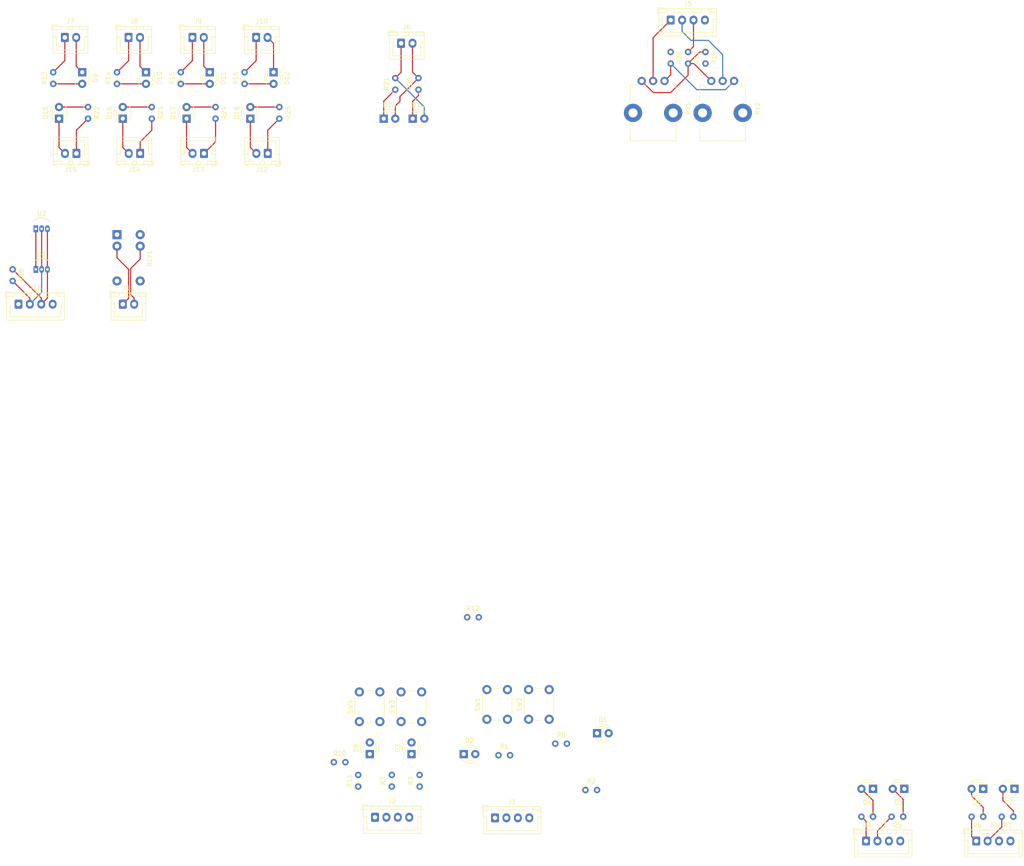
<source format=kicad_pcb>
(kicad_pcb (version 20171130) (host pcbnew "(5.1.10)-1")

  (general
    (thickness 1.6)
    (drawings 0)
    (tracks 117)
    (zones 0)
    (modules 69)
    (nets 64)
  )

  (page A4)
  (layers
    (0 F.Cu signal)
    (31 B.Cu signal)
    (32 B.Adhes user)
    (33 F.Adhes user)
    (34 B.Paste user)
    (35 F.Paste user)
    (36 B.SilkS user)
    (37 F.SilkS user)
    (38 B.Mask user)
    (39 F.Mask user)
    (40 Dwgs.User user)
    (41 Cmts.User user)
    (42 Eco1.User user)
    (43 Eco2.User user)
    (44 Edge.Cuts user)
    (45 Margin user)
    (46 B.CrtYd user)
    (47 F.CrtYd user)
    (48 B.Fab user)
    (49 F.Fab user)
  )

  (setup
    (last_trace_width 0.25)
    (trace_clearance 0.2)
    (zone_clearance 0.508)
    (zone_45_only no)
    (trace_min 0.2)
    (via_size 0.8)
    (via_drill 0.4)
    (via_min_size 0.4)
    (via_min_drill 0.3)
    (uvia_size 0.3)
    (uvia_drill 0.1)
    (uvias_allowed no)
    (uvia_min_size 0.2)
    (uvia_min_drill 0.1)
    (edge_width 0.05)
    (segment_width 0.2)
    (pcb_text_width 0.3)
    (pcb_text_size 1.5 1.5)
    (mod_edge_width 0.12)
    (mod_text_size 1 1)
    (mod_text_width 0.15)
    (pad_size 1.524 1.524)
    (pad_drill 0.762)
    (pad_to_mask_clearance 0)
    (aux_axis_origin 0 0)
    (visible_elements 7FFFFFFF)
    (pcbplotparams
      (layerselection 0x010fc_ffffffff)
      (usegerberextensions false)
      (usegerberattributes true)
      (usegerberadvancedattributes true)
      (creategerberjobfile true)
      (excludeedgelayer true)
      (linewidth 0.100000)
      (plotframeref false)
      (viasonmask false)
      (mode 1)
      (useauxorigin false)
      (hpglpennumber 1)
      (hpglpenspeed 20)
      (hpglpendiameter 15.000000)
      (psnegative false)
      (psa4output false)
      (plotreference true)
      (plotvalue true)
      (plotinvisibletext false)
      (padsonsilk false)
      (subtractmaskfromsilk false)
      (outputformat 1)
      (mirror false)
      (drillshape 1)
      (scaleselection 1)
      (outputdirectory ""))
  )

  (net 0 "")
  (net 1 "Net-(D1-Pad1)")
  (net 2 "Net-(D2-Pad1)")
  (net 3 "Net-(D2-Pad2)")
  (net 4 "Net-(D3-Pad1)")
  (net 5 "Net-(D3-Pad2)")
  (net 6 GND)
  (net 7 "Net-(D4-Pad2)")
  (net 8 "Net-(D5-Pad2)")
  (net 9 "Net-(D6-Pad2)")
  (net 10 "Net-(D7-Pad2)")
  (net 11 "Net-(D8-Pad1)")
  (net 12 "Net-(D8-Pad2)")
  (net 13 "Net-(D9-Pad2)")
  (net 14 "Net-(D9-Pad1)")
  (net 15 "Net-(D10-Pad2)")
  (net 16 "Net-(D10-Pad1)")
  (net 17 "Net-(D11-Pad2)")
  (net 18 "Net-(D11-Pad1)")
  (net 19 "Net-(D12-Pad1)")
  (net 20 "Net-(D12-Pad2)")
  (net 21 "Net-(D13-Pad2)")
  (net 22 "Net-(D13-Pad1)")
  (net 23 "Net-(D14-Pad1)")
  (net 24 "Net-(D14-Pad2)")
  (net 25 "Net-(D15-Pad2)")
  (net 26 "Net-(D15-Pad1)")
  (net 27 "Net-(D16-Pad1)")
  (net 28 "Net-(D16-Pad2)")
  (net 29 "Net-(D17-Pad2)")
  (net 30 "Net-(D17-Pad1)")
  (net 31 "Net-(D18-Pad1)")
  (net 32 "Net-(D18-Pad2)")
  (net 33 +5V)
  (net 34 "Net-(J2-Pad2)")
  (net 35 "Net-(J2-Pad1)")
  (net 36 "Net-(J3-Pad2)")
  (net 37 "Net-(J3-Pad1)")
  (net 38 "Net-(J4-Pad1)")
  (net 39 "Net-(J4-Pad2)")
  (net 40 "Net-(J5-Pad1)")
  (net 41 "Net-(J5-Pad2)")
  (net 42 "Net-(J7-Pad1)")
  (net 43 "Net-(J8-Pad1)")
  (net 44 "Net-(J9-Pad1)")
  (net 45 "Net-(J10-Pad1)")
  (net 46 "Net-(J11-Pad1)")
  (net 47 "Net-(J11-Pad2)")
  (net 48 "Net-(J12-Pad1)")
  (net 49 "Net-(J13-Pad1)")
  (net 50 "Net-(J14-Pad1)")
  (net 51 "Net-(J15-Pad1)")
  (net 52 "Net-(R1-Pad1)")
  (net 53 "Net-(R2-Pad2)")
  (net 54 "Net-(R17-Pad2)")
  (net 55 "Net-(RLY1-Pad1)")
  (net 56 "Net-(RLY1-Pad10)")
  (net 57 "Net-(RLY1-Pad5)")
  (net 58 "Net-(RLY1-Pad6)")
  (net 59 "Net-(J16-Pad1)")
  (net 60 "Net-(J16-Pad2)")
  (net 61 "Net-(R26-Pad2)")
  (net 62 "Net-(J3-Pad3)")
  (net 63 "Net-(J4-Pad3)")

  (net_class Default "This is the default net class."
    (clearance 0.2)
    (trace_width 0.25)
    (via_dia 0.8)
    (via_drill 0.4)
    (uvia_dia 0.3)
    (uvia_drill 0.1)
    (add_net +5V)
    (add_net GND)
    (add_net "Net-(D1-Pad1)")
    (add_net "Net-(D10-Pad1)")
    (add_net "Net-(D10-Pad2)")
    (add_net "Net-(D11-Pad1)")
    (add_net "Net-(D11-Pad2)")
    (add_net "Net-(D12-Pad1)")
    (add_net "Net-(D12-Pad2)")
    (add_net "Net-(D13-Pad1)")
    (add_net "Net-(D13-Pad2)")
    (add_net "Net-(D14-Pad1)")
    (add_net "Net-(D14-Pad2)")
    (add_net "Net-(D15-Pad1)")
    (add_net "Net-(D15-Pad2)")
    (add_net "Net-(D16-Pad1)")
    (add_net "Net-(D16-Pad2)")
    (add_net "Net-(D17-Pad1)")
    (add_net "Net-(D17-Pad2)")
    (add_net "Net-(D18-Pad1)")
    (add_net "Net-(D18-Pad2)")
    (add_net "Net-(D2-Pad1)")
    (add_net "Net-(D2-Pad2)")
    (add_net "Net-(D3-Pad1)")
    (add_net "Net-(D3-Pad2)")
    (add_net "Net-(D4-Pad2)")
    (add_net "Net-(D5-Pad2)")
    (add_net "Net-(D6-Pad2)")
    (add_net "Net-(D7-Pad2)")
    (add_net "Net-(D8-Pad1)")
    (add_net "Net-(D8-Pad2)")
    (add_net "Net-(D9-Pad1)")
    (add_net "Net-(D9-Pad2)")
    (add_net "Net-(J10-Pad1)")
    (add_net "Net-(J11-Pad1)")
    (add_net "Net-(J11-Pad2)")
    (add_net "Net-(J12-Pad1)")
    (add_net "Net-(J13-Pad1)")
    (add_net "Net-(J14-Pad1)")
    (add_net "Net-(J15-Pad1)")
    (add_net "Net-(J16-Pad1)")
    (add_net "Net-(J16-Pad2)")
    (add_net "Net-(J2-Pad1)")
    (add_net "Net-(J2-Pad2)")
    (add_net "Net-(J3-Pad1)")
    (add_net "Net-(J3-Pad2)")
    (add_net "Net-(J3-Pad3)")
    (add_net "Net-(J4-Pad1)")
    (add_net "Net-(J4-Pad2)")
    (add_net "Net-(J4-Pad3)")
    (add_net "Net-(J5-Pad1)")
    (add_net "Net-(J5-Pad2)")
    (add_net "Net-(J7-Pad1)")
    (add_net "Net-(J8-Pad1)")
    (add_net "Net-(J9-Pad1)")
    (add_net "Net-(R1-Pad1)")
    (add_net "Net-(R17-Pad2)")
    (add_net "Net-(R2-Pad2)")
    (add_net "Net-(R26-Pad2)")
    (add_net "Net-(RLY1-Pad1)")
    (add_net "Net-(RLY1-Pad10)")
    (add_net "Net-(RLY1-Pad5)")
    (add_net "Net-(RLY1-Pad6)")
  )

  (module LED_THT:LED_D3.0mm (layer F.Cu) (tedit 587A3A7B) (tstamp 61738582)
    (at 72.136 157.48)
    (descr "LED, diameter 3.0mm, 2 pins")
    (tags "LED diameter 3.0mm 2 pins")
    (path /614BB4BD)
    (fp_text reference D1 (at 1.27 -2.96) (layer F.SilkS)
      (effects (font (size 1 1) (thickness 0.15)))
    )
    (fp_text value LED (at 1.27 2.96) (layer F.Fab)
      (effects (font (size 1 1) (thickness 0.15)))
    )
    (fp_line (start 3.7 -2.25) (end -1.15 -2.25) (layer F.CrtYd) (width 0.05))
    (fp_line (start 3.7 2.25) (end 3.7 -2.25) (layer F.CrtYd) (width 0.05))
    (fp_line (start -1.15 2.25) (end 3.7 2.25) (layer F.CrtYd) (width 0.05))
    (fp_line (start -1.15 -2.25) (end -1.15 2.25) (layer F.CrtYd) (width 0.05))
    (fp_line (start -0.29 1.08) (end -0.29 1.236) (layer F.SilkS) (width 0.12))
    (fp_line (start -0.29 -1.236) (end -0.29 -1.08) (layer F.SilkS) (width 0.12))
    (fp_line (start -0.23 -1.16619) (end -0.23 1.16619) (layer F.Fab) (width 0.1))
    (fp_circle (center 1.27 0) (end 2.77 0) (layer F.Fab) (width 0.1))
    (fp_arc (start 1.27 0) (end 0.229039 1.08) (angle -87.9) (layer F.SilkS) (width 0.12))
    (fp_arc (start 1.27 0) (end 0.229039 -1.08) (angle 87.9) (layer F.SilkS) (width 0.12))
    (fp_arc (start 1.27 0) (end -0.29 1.235516) (angle -108.8) (layer F.SilkS) (width 0.12))
    (fp_arc (start 1.27 0) (end -0.29 -1.235516) (angle 108.8) (layer F.SilkS) (width 0.12))
    (fp_arc (start 1.27 0) (end -0.23 -1.16619) (angle 284.3) (layer F.Fab) (width 0.1))
    (pad 2 thru_hole circle (at 2.54 0) (size 1.8 1.8) (drill 0.9) (layers *.Cu *.Mask)
      (net 1 "Net-(D1-Pad1)"))
    (pad 1 thru_hole rect (at 0 0) (size 1.8 1.8) (drill 0.9) (layers *.Cu *.Mask)
      (net 1 "Net-(D1-Pad1)"))
    (model ${KISYS3DMOD}/LED_THT.3dshapes/LED_D3.0mm.wrl
      (at (xyz 0 0 0))
      (scale (xyz 1 1 1))
      (rotate (xyz 0 0 0))
    )
  )

  (module LED_THT:LED_D3.0mm (layer F.Cu) (tedit 587A3A7B) (tstamp 61738595)
    (at 42.926 162.052)
    (descr "LED, diameter 3.0mm, 2 pins")
    (tags "LED diameter 3.0mm 2 pins")
    (path /614BB4C3)
    (fp_text reference D2 (at 1.27 -2.96) (layer F.SilkS)
      (effects (font (size 1 1) (thickness 0.15)))
    )
    (fp_text value LED (at 1.27 2.96) (layer F.Fab)
      (effects (font (size 1 1) (thickness 0.15)))
    )
    (fp_circle (center 1.27 0) (end 2.77 0) (layer F.Fab) (width 0.1))
    (fp_line (start -0.23 -1.16619) (end -0.23 1.16619) (layer F.Fab) (width 0.1))
    (fp_line (start -0.29 -1.236) (end -0.29 -1.08) (layer F.SilkS) (width 0.12))
    (fp_line (start -0.29 1.08) (end -0.29 1.236) (layer F.SilkS) (width 0.12))
    (fp_line (start -1.15 -2.25) (end -1.15 2.25) (layer F.CrtYd) (width 0.05))
    (fp_line (start -1.15 2.25) (end 3.7 2.25) (layer F.CrtYd) (width 0.05))
    (fp_line (start 3.7 2.25) (end 3.7 -2.25) (layer F.CrtYd) (width 0.05))
    (fp_line (start 3.7 -2.25) (end -1.15 -2.25) (layer F.CrtYd) (width 0.05))
    (fp_arc (start 1.27 0) (end -0.23 -1.16619) (angle 284.3) (layer F.Fab) (width 0.1))
    (fp_arc (start 1.27 0) (end -0.29 -1.235516) (angle 108.8) (layer F.SilkS) (width 0.12))
    (fp_arc (start 1.27 0) (end -0.29 1.235516) (angle -108.8) (layer F.SilkS) (width 0.12))
    (fp_arc (start 1.27 0) (end 0.229039 -1.08) (angle 87.9) (layer F.SilkS) (width 0.12))
    (fp_arc (start 1.27 0) (end 0.229039 1.08) (angle -87.9) (layer F.SilkS) (width 0.12))
    (pad 1 thru_hole rect (at 0 0) (size 1.8 1.8) (drill 0.9) (layers *.Cu *.Mask)
      (net 2 "Net-(D2-Pad1)"))
    (pad 2 thru_hole circle (at 2.54 0) (size 1.8 1.8) (drill 0.9) (layers *.Cu *.Mask)
      (net 3 "Net-(D2-Pad2)"))
    (model ${KISYS3DMOD}/LED_THT.3dshapes/LED_D3.0mm.wrl
      (at (xyz 0 0 0))
      (scale (xyz 1 1 1))
      (rotate (xyz 0 0 0))
    )
  )

  (module LED_THT:LED_D3.0mm (layer F.Cu) (tedit 587A3A7B) (tstamp 617385A8)
    (at 31.496 162.052 90)
    (descr "LED, diameter 3.0mm, 2 pins")
    (tags "LED diameter 3.0mm 2 pins")
    (path /61517086)
    (fp_text reference D3 (at 1.27 -2.96 90) (layer F.SilkS)
      (effects (font (size 1 1) (thickness 0.15)))
    )
    (fp_text value LED (at 1.27 2.96 90) (layer F.Fab)
      (effects (font (size 1 1) (thickness 0.15)))
    )
    (fp_circle (center 1.27 0) (end 2.77 0) (layer F.Fab) (width 0.1))
    (fp_line (start -0.23 -1.16619) (end -0.23 1.16619) (layer F.Fab) (width 0.1))
    (fp_line (start -0.29 -1.236) (end -0.29 -1.08) (layer F.SilkS) (width 0.12))
    (fp_line (start -0.29 1.08) (end -0.29 1.236) (layer F.SilkS) (width 0.12))
    (fp_line (start -1.15 -2.25) (end -1.15 2.25) (layer F.CrtYd) (width 0.05))
    (fp_line (start -1.15 2.25) (end 3.7 2.25) (layer F.CrtYd) (width 0.05))
    (fp_line (start 3.7 2.25) (end 3.7 -2.25) (layer F.CrtYd) (width 0.05))
    (fp_line (start 3.7 -2.25) (end -1.15 -2.25) (layer F.CrtYd) (width 0.05))
    (fp_arc (start 1.27 0) (end -0.23 -1.16619) (angle 284.3) (layer F.Fab) (width 0.1))
    (fp_arc (start 1.27 0) (end -0.29 -1.235516) (angle 108.8) (layer F.SilkS) (width 0.12))
    (fp_arc (start 1.27 0) (end -0.29 1.235516) (angle -108.8) (layer F.SilkS) (width 0.12))
    (fp_arc (start 1.27 0) (end 0.229039 -1.08) (angle 87.9) (layer F.SilkS) (width 0.12))
    (fp_arc (start 1.27 0) (end 0.229039 1.08) (angle -87.9) (layer F.SilkS) (width 0.12))
    (pad 1 thru_hole rect (at 0 0 90) (size 1.8 1.8) (drill 0.9) (layers *.Cu *.Mask)
      (net 4 "Net-(D3-Pad1)"))
    (pad 2 thru_hole circle (at 2.54 0 90) (size 1.8 1.8) (drill 0.9) (layers *.Cu *.Mask)
      (net 5 "Net-(D3-Pad2)"))
    (model ${KISYS3DMOD}/LED_THT.3dshapes/LED_D3.0mm.wrl
      (at (xyz 0 0 0))
      (scale (xyz 1 1 1))
      (rotate (xyz 0 0 0))
    )
  )

  (module LED_THT:LED_D3.0mm (layer F.Cu) (tedit 587A3A7B) (tstamp 617385BB)
    (at 132.588 169.672 180)
    (descr "LED, diameter 3.0mm, 2 pins")
    (tags "LED diameter 3.0mm 2 pins")
    (path /614A758C)
    (fp_text reference D4 (at 1.27 -2.96) (layer F.SilkS)
      (effects (font (size 1 1) (thickness 0.15)))
    )
    (fp_text value LED (at 1.27 2.96) (layer F.Fab)
      (effects (font (size 1 1) (thickness 0.15)))
    )
    (fp_circle (center 1.27 0) (end 2.77 0) (layer F.Fab) (width 0.1))
    (fp_line (start -0.23 -1.16619) (end -0.23 1.16619) (layer F.Fab) (width 0.1))
    (fp_line (start -0.29 -1.236) (end -0.29 -1.08) (layer F.SilkS) (width 0.12))
    (fp_line (start -0.29 1.08) (end -0.29 1.236) (layer F.SilkS) (width 0.12))
    (fp_line (start -1.15 -2.25) (end -1.15 2.25) (layer F.CrtYd) (width 0.05))
    (fp_line (start -1.15 2.25) (end 3.7 2.25) (layer F.CrtYd) (width 0.05))
    (fp_line (start 3.7 2.25) (end 3.7 -2.25) (layer F.CrtYd) (width 0.05))
    (fp_line (start 3.7 -2.25) (end -1.15 -2.25) (layer F.CrtYd) (width 0.05))
    (fp_arc (start 1.27 0) (end -0.23 -1.16619) (angle 284.3) (layer F.Fab) (width 0.1))
    (fp_arc (start 1.27 0) (end -0.29 -1.235516) (angle 108.8) (layer F.SilkS) (width 0.12))
    (fp_arc (start 1.27 0) (end -0.29 1.235516) (angle -108.8) (layer F.SilkS) (width 0.12))
    (fp_arc (start 1.27 0) (end 0.229039 -1.08) (angle 87.9) (layer F.SilkS) (width 0.12))
    (fp_arc (start 1.27 0) (end 0.229039 1.08) (angle -87.9) (layer F.SilkS) (width 0.12))
    (pad 1 thru_hole rect (at 0 0 180) (size 1.8 1.8) (drill 0.9) (layers *.Cu *.Mask)
      (net 6 GND))
    (pad 2 thru_hole circle (at 2.54 0 180) (size 1.8 1.8) (drill 0.9) (layers *.Cu *.Mask)
      (net 7 "Net-(D4-Pad2)"))
    (model ${KISYS3DMOD}/LED_THT.3dshapes/LED_D3.0mm.wrl
      (at (xyz 0 0 0))
      (scale (xyz 1 1 1))
      (rotate (xyz 0 0 0))
    )
  )

  (module LED_THT:LED_D3.0mm (layer F.Cu) (tedit 587A3A7B) (tstamp 617385CE)
    (at 139.446 169.672 180)
    (descr "LED, diameter 3.0mm, 2 pins")
    (tags "LED diameter 3.0mm 2 pins")
    (path /614A70A6)
    (fp_text reference D5 (at 1.27 -2.96) (layer F.SilkS)
      (effects (font (size 1 1) (thickness 0.15)))
    )
    (fp_text value LED (at 1.27 2.96) (layer F.Fab)
      (effects (font (size 1 1) (thickness 0.15)))
    )
    (fp_line (start 3.7 -2.25) (end -1.15 -2.25) (layer F.CrtYd) (width 0.05))
    (fp_line (start 3.7 2.25) (end 3.7 -2.25) (layer F.CrtYd) (width 0.05))
    (fp_line (start -1.15 2.25) (end 3.7 2.25) (layer F.CrtYd) (width 0.05))
    (fp_line (start -1.15 -2.25) (end -1.15 2.25) (layer F.CrtYd) (width 0.05))
    (fp_line (start -0.29 1.08) (end -0.29 1.236) (layer F.SilkS) (width 0.12))
    (fp_line (start -0.29 -1.236) (end -0.29 -1.08) (layer F.SilkS) (width 0.12))
    (fp_line (start -0.23 -1.16619) (end -0.23 1.16619) (layer F.Fab) (width 0.1))
    (fp_circle (center 1.27 0) (end 2.77 0) (layer F.Fab) (width 0.1))
    (fp_arc (start 1.27 0) (end 0.229039 1.08) (angle -87.9) (layer F.SilkS) (width 0.12))
    (fp_arc (start 1.27 0) (end 0.229039 -1.08) (angle 87.9) (layer F.SilkS) (width 0.12))
    (fp_arc (start 1.27 0) (end -0.29 1.235516) (angle -108.8) (layer F.SilkS) (width 0.12))
    (fp_arc (start 1.27 0) (end -0.29 -1.235516) (angle 108.8) (layer F.SilkS) (width 0.12))
    (fp_arc (start 1.27 0) (end -0.23 -1.16619) (angle 284.3) (layer F.Fab) (width 0.1))
    (pad 2 thru_hole circle (at 2.54 0 180) (size 1.8 1.8) (drill 0.9) (layers *.Cu *.Mask)
      (net 8 "Net-(D5-Pad2)"))
    (pad 1 thru_hole rect (at 0 0 180) (size 1.8 1.8) (drill 0.9) (layers *.Cu *.Mask)
      (net 6 GND))
    (model ${KISYS3DMOD}/LED_THT.3dshapes/LED_D3.0mm.wrl
      (at (xyz 0 0 0))
      (scale (xyz 1 1 1))
      (rotate (xyz 0 0 0))
    )
  )

  (module LED_THT:LED_D3.0mm (layer F.Cu) (tedit 587A3A7B) (tstamp 617385E1)
    (at 156.718 169.672 180)
    (descr "LED, diameter 3.0mm, 2 pins")
    (tags "LED diameter 3.0mm 2 pins")
    (path /614AF78E)
    (fp_text reference D6 (at 1.27 -2.96) (layer F.SilkS)
      (effects (font (size 1 1) (thickness 0.15)))
    )
    (fp_text value LED (at 1.27 2.96) (layer F.Fab)
      (effects (font (size 1 1) (thickness 0.15)))
    )
    (fp_line (start 3.7 -2.25) (end -1.15 -2.25) (layer F.CrtYd) (width 0.05))
    (fp_line (start 3.7 2.25) (end 3.7 -2.25) (layer F.CrtYd) (width 0.05))
    (fp_line (start -1.15 2.25) (end 3.7 2.25) (layer F.CrtYd) (width 0.05))
    (fp_line (start -1.15 -2.25) (end -1.15 2.25) (layer F.CrtYd) (width 0.05))
    (fp_line (start -0.29 1.08) (end -0.29 1.236) (layer F.SilkS) (width 0.12))
    (fp_line (start -0.29 -1.236) (end -0.29 -1.08) (layer F.SilkS) (width 0.12))
    (fp_line (start -0.23 -1.16619) (end -0.23 1.16619) (layer F.Fab) (width 0.1))
    (fp_circle (center 1.27 0) (end 2.77 0) (layer F.Fab) (width 0.1))
    (fp_arc (start 1.27 0) (end 0.229039 1.08) (angle -87.9) (layer F.SilkS) (width 0.12))
    (fp_arc (start 1.27 0) (end 0.229039 -1.08) (angle 87.9) (layer F.SilkS) (width 0.12))
    (fp_arc (start 1.27 0) (end -0.29 1.235516) (angle -108.8) (layer F.SilkS) (width 0.12))
    (fp_arc (start 1.27 0) (end -0.29 -1.235516) (angle 108.8) (layer F.SilkS) (width 0.12))
    (fp_arc (start 1.27 0) (end -0.23 -1.16619) (angle 284.3) (layer F.Fab) (width 0.1))
    (pad 2 thru_hole circle (at 2.54 0 180) (size 1.8 1.8) (drill 0.9) (layers *.Cu *.Mask)
      (net 9 "Net-(D6-Pad2)"))
    (pad 1 thru_hole rect (at 0 0 180) (size 1.8 1.8) (drill 0.9) (layers *.Cu *.Mask)
      (net 6 GND))
    (model ${KISYS3DMOD}/LED_THT.3dshapes/LED_D3.0mm.wrl
      (at (xyz 0 0 0))
      (scale (xyz 1 1 1))
      (rotate (xyz 0 0 0))
    )
  )

  (module LED_THT:LED_D3.0mm (layer F.Cu) (tedit 587A3A7B) (tstamp 617385F4)
    (at 163.576 169.672 180)
    (descr "LED, diameter 3.0mm, 2 pins")
    (tags "LED diameter 3.0mm 2 pins")
    (path /614AF788)
    (fp_text reference D7 (at 1.27 -2.96) (layer F.SilkS)
      (effects (font (size 1 1) (thickness 0.15)))
    )
    (fp_text value LED (at 1.27 2.96) (layer F.Fab)
      (effects (font (size 1 1) (thickness 0.15)))
    )
    (fp_circle (center 1.27 0) (end 2.77 0) (layer F.Fab) (width 0.1))
    (fp_line (start -0.23 -1.16619) (end -0.23 1.16619) (layer F.Fab) (width 0.1))
    (fp_line (start -0.29 -1.236) (end -0.29 -1.08) (layer F.SilkS) (width 0.12))
    (fp_line (start -0.29 1.08) (end -0.29 1.236) (layer F.SilkS) (width 0.12))
    (fp_line (start -1.15 -2.25) (end -1.15 2.25) (layer F.CrtYd) (width 0.05))
    (fp_line (start -1.15 2.25) (end 3.7 2.25) (layer F.CrtYd) (width 0.05))
    (fp_line (start 3.7 2.25) (end 3.7 -2.25) (layer F.CrtYd) (width 0.05))
    (fp_line (start 3.7 -2.25) (end -1.15 -2.25) (layer F.CrtYd) (width 0.05))
    (fp_arc (start 1.27 0) (end -0.23 -1.16619) (angle 284.3) (layer F.Fab) (width 0.1))
    (fp_arc (start 1.27 0) (end -0.29 -1.235516) (angle 108.8) (layer F.SilkS) (width 0.12))
    (fp_arc (start 1.27 0) (end -0.29 1.235516) (angle -108.8) (layer F.SilkS) (width 0.12))
    (fp_arc (start 1.27 0) (end 0.229039 -1.08) (angle 87.9) (layer F.SilkS) (width 0.12))
    (fp_arc (start 1.27 0) (end 0.229039 1.08) (angle -87.9) (layer F.SilkS) (width 0.12))
    (pad 1 thru_hole rect (at 0 0 180) (size 1.8 1.8) (drill 0.9) (layers *.Cu *.Mask)
      (net 6 GND))
    (pad 2 thru_hole circle (at 2.54 0 180) (size 1.8 1.8) (drill 0.9) (layers *.Cu *.Mask)
      (net 10 "Net-(D7-Pad2)"))
    (model ${KISYS3DMOD}/LED_THT.3dshapes/LED_D3.0mm.wrl
      (at (xyz 0 0 0))
      (scale (xyz 1 1 1))
      (rotate (xyz 0 0 0))
    )
  )

  (module LED_THT:LED_D3.0mm (layer F.Cu) (tedit 587A3A7B) (tstamp 61738607)
    (at 22.352 162.052 90)
    (descr "LED, diameter 3.0mm, 2 pins")
    (tags "LED diameter 3.0mm 2 pins")
    (path /6151708C)
    (fp_text reference D8 (at 1.27 -2.96 90) (layer F.SilkS)
      (effects (font (size 1 1) (thickness 0.15)))
    )
    (fp_text value LED (at 1.27 2.96 90) (layer F.Fab)
      (effects (font (size 1 1) (thickness 0.15)))
    )
    (fp_circle (center 1.27 0) (end 2.77 0) (layer F.Fab) (width 0.1))
    (fp_line (start -0.23 -1.16619) (end -0.23 1.16619) (layer F.Fab) (width 0.1))
    (fp_line (start -0.29 -1.236) (end -0.29 -1.08) (layer F.SilkS) (width 0.12))
    (fp_line (start -0.29 1.08) (end -0.29 1.236) (layer F.SilkS) (width 0.12))
    (fp_line (start -1.15 -2.25) (end -1.15 2.25) (layer F.CrtYd) (width 0.05))
    (fp_line (start -1.15 2.25) (end 3.7 2.25) (layer F.CrtYd) (width 0.05))
    (fp_line (start 3.7 2.25) (end 3.7 -2.25) (layer F.CrtYd) (width 0.05))
    (fp_line (start 3.7 -2.25) (end -1.15 -2.25) (layer F.CrtYd) (width 0.05))
    (fp_arc (start 1.27 0) (end -0.23 -1.16619) (angle 284.3) (layer F.Fab) (width 0.1))
    (fp_arc (start 1.27 0) (end -0.29 -1.235516) (angle 108.8) (layer F.SilkS) (width 0.12))
    (fp_arc (start 1.27 0) (end -0.29 1.235516) (angle -108.8) (layer F.SilkS) (width 0.12))
    (fp_arc (start 1.27 0) (end 0.229039 -1.08) (angle 87.9) (layer F.SilkS) (width 0.12))
    (fp_arc (start 1.27 0) (end 0.229039 1.08) (angle -87.9) (layer F.SilkS) (width 0.12))
    (pad 1 thru_hole rect (at 0 0 90) (size 1.8 1.8) (drill 0.9) (layers *.Cu *.Mask)
      (net 11 "Net-(D8-Pad1)"))
    (pad 2 thru_hole circle (at 2.54 0 90) (size 1.8 1.8) (drill 0.9) (layers *.Cu *.Mask)
      (net 12 "Net-(D8-Pad2)"))
    (model ${KISYS3DMOD}/LED_THT.3dshapes/LED_D3.0mm.wrl
      (at (xyz 0 0 0))
      (scale (xyz 1 1 1))
      (rotate (xyz 0 0 0))
    )
  )

  (module LED_THT:LED_D3.0mm (layer F.Cu) (tedit 587A3A7B) (tstamp 6173861A)
    (at -40.64 12.7 270)
    (descr "LED, diameter 3.0mm, 2 pins")
    (tags "LED diameter 3.0mm 2 pins")
    (path /6164C131)
    (fp_text reference D9 (at 1.27 -2.96 90) (layer F.SilkS)
      (effects (font (size 1 1) (thickness 0.15)))
    )
    (fp_text value LED (at 1.27 2.96 90) (layer F.Fab)
      (effects (font (size 1 1) (thickness 0.15)))
    )
    (fp_line (start 3.7 -2.25) (end -1.15 -2.25) (layer F.CrtYd) (width 0.05))
    (fp_line (start 3.7 2.25) (end 3.7 -2.25) (layer F.CrtYd) (width 0.05))
    (fp_line (start -1.15 2.25) (end 3.7 2.25) (layer F.CrtYd) (width 0.05))
    (fp_line (start -1.15 -2.25) (end -1.15 2.25) (layer F.CrtYd) (width 0.05))
    (fp_line (start -0.29 1.08) (end -0.29 1.236) (layer F.SilkS) (width 0.12))
    (fp_line (start -0.29 -1.236) (end -0.29 -1.08) (layer F.SilkS) (width 0.12))
    (fp_line (start -0.23 -1.16619) (end -0.23 1.16619) (layer F.Fab) (width 0.1))
    (fp_circle (center 1.27 0) (end 2.77 0) (layer F.Fab) (width 0.1))
    (fp_arc (start 1.27 0) (end 0.229039 1.08) (angle -87.9) (layer F.SilkS) (width 0.12))
    (fp_arc (start 1.27 0) (end 0.229039 -1.08) (angle 87.9) (layer F.SilkS) (width 0.12))
    (fp_arc (start 1.27 0) (end -0.29 1.235516) (angle -108.8) (layer F.SilkS) (width 0.12))
    (fp_arc (start 1.27 0) (end -0.29 -1.235516) (angle 108.8) (layer F.SilkS) (width 0.12))
    (fp_arc (start 1.27 0) (end -0.23 -1.16619) (angle 284.3) (layer F.Fab) (width 0.1))
    (pad 2 thru_hole circle (at 2.54 0 270) (size 1.8 1.8) (drill 0.9) (layers *.Cu *.Mask)
      (net 13 "Net-(D9-Pad2)"))
    (pad 1 thru_hole rect (at 0 0 270) (size 1.8 1.8) (drill 0.9) (layers *.Cu *.Mask)
      (net 14 "Net-(D9-Pad1)"))
    (model ${KISYS3DMOD}/LED_THT.3dshapes/LED_D3.0mm.wrl
      (at (xyz 0 0 0))
      (scale (xyz 1 1 1))
      (rotate (xyz 0 0 0))
    )
  )

  (module LED_THT:LED_D3.0mm (layer F.Cu) (tedit 587A3A7B) (tstamp 6173862D)
    (at -26.67 12.7 270)
    (descr "LED, diameter 3.0mm, 2 pins")
    (tags "LED diameter 3.0mm 2 pins")
    (path /617C30A6)
    (fp_text reference D10 (at 1.27 -2.96 90) (layer F.SilkS)
      (effects (font (size 1 1) (thickness 0.15)))
    )
    (fp_text value LED (at 1.27 2.96 90) (layer F.Fab)
      (effects (font (size 1 1) (thickness 0.15)))
    )
    (fp_line (start 3.7 -2.25) (end -1.15 -2.25) (layer F.CrtYd) (width 0.05))
    (fp_line (start 3.7 2.25) (end 3.7 -2.25) (layer F.CrtYd) (width 0.05))
    (fp_line (start -1.15 2.25) (end 3.7 2.25) (layer F.CrtYd) (width 0.05))
    (fp_line (start -1.15 -2.25) (end -1.15 2.25) (layer F.CrtYd) (width 0.05))
    (fp_line (start -0.29 1.08) (end -0.29 1.236) (layer F.SilkS) (width 0.12))
    (fp_line (start -0.29 -1.236) (end -0.29 -1.08) (layer F.SilkS) (width 0.12))
    (fp_line (start -0.23 -1.16619) (end -0.23 1.16619) (layer F.Fab) (width 0.1))
    (fp_circle (center 1.27 0) (end 2.77 0) (layer F.Fab) (width 0.1))
    (fp_arc (start 1.27 0) (end 0.229039 1.08) (angle -87.9) (layer F.SilkS) (width 0.12))
    (fp_arc (start 1.27 0) (end 0.229039 -1.08) (angle 87.9) (layer F.SilkS) (width 0.12))
    (fp_arc (start 1.27 0) (end -0.29 1.235516) (angle -108.8) (layer F.SilkS) (width 0.12))
    (fp_arc (start 1.27 0) (end -0.29 -1.235516) (angle 108.8) (layer F.SilkS) (width 0.12))
    (fp_arc (start 1.27 0) (end -0.23 -1.16619) (angle 284.3) (layer F.Fab) (width 0.1))
    (pad 2 thru_hole circle (at 2.54 0 270) (size 1.8 1.8) (drill 0.9) (layers *.Cu *.Mask)
      (net 15 "Net-(D10-Pad2)"))
    (pad 1 thru_hole rect (at 0 0 270) (size 1.8 1.8) (drill 0.9) (layers *.Cu *.Mask)
      (net 16 "Net-(D10-Pad1)"))
    (model ${KISYS3DMOD}/LED_THT.3dshapes/LED_D3.0mm.wrl
      (at (xyz 0 0 0))
      (scale (xyz 1 1 1))
      (rotate (xyz 0 0 0))
    )
  )

  (module LED_THT:LED_D3.0mm (layer F.Cu) (tedit 587A3A7B) (tstamp 61738640)
    (at -12.7 12.7 270)
    (descr "LED, diameter 3.0mm, 2 pins")
    (tags "LED diameter 3.0mm 2 pins")
    (path /617C3C8D)
    (fp_text reference D11 (at 1.27 -2.96 90) (layer F.SilkS)
      (effects (font (size 1 1) (thickness 0.15)))
    )
    (fp_text value LED (at 1.27 2.96 90) (layer F.Fab)
      (effects (font (size 1 1) (thickness 0.15)))
    )
    (fp_line (start 3.7 -2.25) (end -1.15 -2.25) (layer F.CrtYd) (width 0.05))
    (fp_line (start 3.7 2.25) (end 3.7 -2.25) (layer F.CrtYd) (width 0.05))
    (fp_line (start -1.15 2.25) (end 3.7 2.25) (layer F.CrtYd) (width 0.05))
    (fp_line (start -1.15 -2.25) (end -1.15 2.25) (layer F.CrtYd) (width 0.05))
    (fp_line (start -0.29 1.08) (end -0.29 1.236) (layer F.SilkS) (width 0.12))
    (fp_line (start -0.29 -1.236) (end -0.29 -1.08) (layer F.SilkS) (width 0.12))
    (fp_line (start -0.23 -1.16619) (end -0.23 1.16619) (layer F.Fab) (width 0.1))
    (fp_circle (center 1.27 0) (end 2.77 0) (layer F.Fab) (width 0.1))
    (fp_arc (start 1.27 0) (end 0.229039 1.08) (angle -87.9) (layer F.SilkS) (width 0.12))
    (fp_arc (start 1.27 0) (end 0.229039 -1.08) (angle 87.9) (layer F.SilkS) (width 0.12))
    (fp_arc (start 1.27 0) (end -0.29 1.235516) (angle -108.8) (layer F.SilkS) (width 0.12))
    (fp_arc (start 1.27 0) (end -0.29 -1.235516) (angle 108.8) (layer F.SilkS) (width 0.12))
    (fp_arc (start 1.27 0) (end -0.23 -1.16619) (angle 284.3) (layer F.Fab) (width 0.1))
    (pad 2 thru_hole circle (at 2.54 0 270) (size 1.8 1.8) (drill 0.9) (layers *.Cu *.Mask)
      (net 17 "Net-(D11-Pad2)"))
    (pad 1 thru_hole rect (at 0 0 270) (size 1.8 1.8) (drill 0.9) (layers *.Cu *.Mask)
      (net 18 "Net-(D11-Pad1)"))
    (model ${KISYS3DMOD}/LED_THT.3dshapes/LED_D3.0mm.wrl
      (at (xyz 0 0 0))
      (scale (xyz 1 1 1))
      (rotate (xyz 0 0 0))
    )
  )

  (module LED_THT:LED_D3.0mm (layer F.Cu) (tedit 587A3A7B) (tstamp 61738653)
    (at 1.27 12.7 270)
    (descr "LED, diameter 3.0mm, 2 pins")
    (tags "LED diameter 3.0mm 2 pins")
    (path /617C4332)
    (fp_text reference D12 (at 1.27 -2.96 90) (layer F.SilkS)
      (effects (font (size 1 1) (thickness 0.15)))
    )
    (fp_text value LED (at 1.27 2.96 90) (layer F.Fab)
      (effects (font (size 1 1) (thickness 0.15)))
    )
    (fp_circle (center 1.27 0) (end 2.77 0) (layer F.Fab) (width 0.1))
    (fp_line (start -0.23 -1.16619) (end -0.23 1.16619) (layer F.Fab) (width 0.1))
    (fp_line (start -0.29 -1.236) (end -0.29 -1.08) (layer F.SilkS) (width 0.12))
    (fp_line (start -0.29 1.08) (end -0.29 1.236) (layer F.SilkS) (width 0.12))
    (fp_line (start -1.15 -2.25) (end -1.15 2.25) (layer F.CrtYd) (width 0.05))
    (fp_line (start -1.15 2.25) (end 3.7 2.25) (layer F.CrtYd) (width 0.05))
    (fp_line (start 3.7 2.25) (end 3.7 -2.25) (layer F.CrtYd) (width 0.05))
    (fp_line (start 3.7 -2.25) (end -1.15 -2.25) (layer F.CrtYd) (width 0.05))
    (fp_arc (start 1.27 0) (end -0.23 -1.16619) (angle 284.3) (layer F.Fab) (width 0.1))
    (fp_arc (start 1.27 0) (end -0.29 -1.235516) (angle 108.8) (layer F.SilkS) (width 0.12))
    (fp_arc (start 1.27 0) (end -0.29 1.235516) (angle -108.8) (layer F.SilkS) (width 0.12))
    (fp_arc (start 1.27 0) (end 0.229039 -1.08) (angle 87.9) (layer F.SilkS) (width 0.12))
    (fp_arc (start 1.27 0) (end 0.229039 1.08) (angle -87.9) (layer F.SilkS) (width 0.12))
    (pad 1 thru_hole rect (at 0 0 270) (size 1.8 1.8) (drill 0.9) (layers *.Cu *.Mask)
      (net 19 "Net-(D12-Pad1)"))
    (pad 2 thru_hole circle (at 2.54 0 270) (size 1.8 1.8) (drill 0.9) (layers *.Cu *.Mask)
      (net 20 "Net-(D12-Pad2)"))
    (model ${KISYS3DMOD}/LED_THT.3dshapes/LED_D3.0mm.wrl
      (at (xyz 0 0 0))
      (scale (xyz 1 1 1))
      (rotate (xyz 0 0 0))
    )
  )

  (module LED_THT:LED_D3.0mm (layer F.Cu) (tedit 587A3A7B) (tstamp 61738666)
    (at 31.75 22.86)
    (descr "LED, diameter 3.0mm, 2 pins")
    (tags "LED diameter 3.0mm 2 pins")
    (path /61530F3F)
    (fp_text reference D13 (at 1.27 -2.96) (layer F.SilkS)
      (effects (font (size 1 1) (thickness 0.15)))
    )
    (fp_text value LED (at 1.27 2.96) (layer F.Fab)
      (effects (font (size 1 1) (thickness 0.15)))
    )
    (fp_line (start 3.7 -2.25) (end -1.15 -2.25) (layer F.CrtYd) (width 0.05))
    (fp_line (start 3.7 2.25) (end 3.7 -2.25) (layer F.CrtYd) (width 0.05))
    (fp_line (start -1.15 2.25) (end 3.7 2.25) (layer F.CrtYd) (width 0.05))
    (fp_line (start -1.15 -2.25) (end -1.15 2.25) (layer F.CrtYd) (width 0.05))
    (fp_line (start -0.29 1.08) (end -0.29 1.236) (layer F.SilkS) (width 0.12))
    (fp_line (start -0.29 -1.236) (end -0.29 -1.08) (layer F.SilkS) (width 0.12))
    (fp_line (start -0.23 -1.16619) (end -0.23 1.16619) (layer F.Fab) (width 0.1))
    (fp_circle (center 1.27 0) (end 2.77 0) (layer F.Fab) (width 0.1))
    (fp_arc (start 1.27 0) (end 0.229039 1.08) (angle -87.9) (layer F.SilkS) (width 0.12))
    (fp_arc (start 1.27 0) (end 0.229039 -1.08) (angle 87.9) (layer F.SilkS) (width 0.12))
    (fp_arc (start 1.27 0) (end -0.29 1.235516) (angle -108.8) (layer F.SilkS) (width 0.12))
    (fp_arc (start 1.27 0) (end -0.29 -1.235516) (angle 108.8) (layer F.SilkS) (width 0.12))
    (fp_arc (start 1.27 0) (end -0.23 -1.16619) (angle 284.3) (layer F.Fab) (width 0.1))
    (pad 2 thru_hole circle (at 2.54 0) (size 1.8 1.8) (drill 0.9) (layers *.Cu *.Mask)
      (net 21 "Net-(D13-Pad2)"))
    (pad 1 thru_hole rect (at 0 0) (size 1.8 1.8) (drill 0.9) (layers *.Cu *.Mask)
      (net 22 "Net-(D13-Pad1)"))
    (model ${KISYS3DMOD}/LED_THT.3dshapes/LED_D3.0mm.wrl
      (at (xyz 0 0 0))
      (scale (xyz 1 1 1))
      (rotate (xyz 0 0 0))
    )
  )

  (module LED_THT:LED_D3.0mm (layer F.Cu) (tedit 587A3A7B) (tstamp 61738679)
    (at 25.4 22.86)
    (descr "LED, diameter 3.0mm, 2 pins")
    (tags "LED diameter 3.0mm 2 pins")
    (path /615313C6)
    (fp_text reference D14 (at 1.27 -2.96) (layer F.SilkS)
      (effects (font (size 1 1) (thickness 0.15)))
    )
    (fp_text value LED (at 1.27 2.96) (layer F.Fab)
      (effects (font (size 1 1) (thickness 0.15)))
    )
    (fp_circle (center 1.27 0) (end 2.77 0) (layer F.Fab) (width 0.1))
    (fp_line (start -0.23 -1.16619) (end -0.23 1.16619) (layer F.Fab) (width 0.1))
    (fp_line (start -0.29 -1.236) (end -0.29 -1.08) (layer F.SilkS) (width 0.12))
    (fp_line (start -0.29 1.08) (end -0.29 1.236) (layer F.SilkS) (width 0.12))
    (fp_line (start -1.15 -2.25) (end -1.15 2.25) (layer F.CrtYd) (width 0.05))
    (fp_line (start -1.15 2.25) (end 3.7 2.25) (layer F.CrtYd) (width 0.05))
    (fp_line (start 3.7 2.25) (end 3.7 -2.25) (layer F.CrtYd) (width 0.05))
    (fp_line (start 3.7 -2.25) (end -1.15 -2.25) (layer F.CrtYd) (width 0.05))
    (fp_arc (start 1.27 0) (end -0.23 -1.16619) (angle 284.3) (layer F.Fab) (width 0.1))
    (fp_arc (start 1.27 0) (end -0.29 -1.235516) (angle 108.8) (layer F.SilkS) (width 0.12))
    (fp_arc (start 1.27 0) (end -0.29 1.235516) (angle -108.8) (layer F.SilkS) (width 0.12))
    (fp_arc (start 1.27 0) (end 0.229039 -1.08) (angle 87.9) (layer F.SilkS) (width 0.12))
    (fp_arc (start 1.27 0) (end 0.229039 1.08) (angle -87.9) (layer F.SilkS) (width 0.12))
    (pad 1 thru_hole rect (at 0 0) (size 1.8 1.8) (drill 0.9) (layers *.Cu *.Mask)
      (net 23 "Net-(D14-Pad1)"))
    (pad 2 thru_hole circle (at 2.54 0) (size 1.8 1.8) (drill 0.9) (layers *.Cu *.Mask)
      (net 24 "Net-(D14-Pad2)"))
    (model ${KISYS3DMOD}/LED_THT.3dshapes/LED_D3.0mm.wrl
      (at (xyz 0 0 0))
      (scale (xyz 1 1 1))
      (rotate (xyz 0 0 0))
    )
  )

  (module LED_THT:LED_D3.0mm (layer F.Cu) (tedit 587A3A7B) (tstamp 6173868C)
    (at -45.72 22.86 90)
    (descr "LED, diameter 3.0mm, 2 pins")
    (tags "LED diameter 3.0mm 2 pins")
    (path /61807E97)
    (fp_text reference D15 (at 1.27 -2.96 90) (layer F.SilkS)
      (effects (font (size 1 1) (thickness 0.15)))
    )
    (fp_text value LED (at 1.27 2.96 90) (layer F.Fab)
      (effects (font (size 1 1) (thickness 0.15)))
    )
    (fp_line (start 3.7 -2.25) (end -1.15 -2.25) (layer F.CrtYd) (width 0.05))
    (fp_line (start 3.7 2.25) (end 3.7 -2.25) (layer F.CrtYd) (width 0.05))
    (fp_line (start -1.15 2.25) (end 3.7 2.25) (layer F.CrtYd) (width 0.05))
    (fp_line (start -1.15 -2.25) (end -1.15 2.25) (layer F.CrtYd) (width 0.05))
    (fp_line (start -0.29 1.08) (end -0.29 1.236) (layer F.SilkS) (width 0.12))
    (fp_line (start -0.29 -1.236) (end -0.29 -1.08) (layer F.SilkS) (width 0.12))
    (fp_line (start -0.23 -1.16619) (end -0.23 1.16619) (layer F.Fab) (width 0.1))
    (fp_circle (center 1.27 0) (end 2.77 0) (layer F.Fab) (width 0.1))
    (fp_arc (start 1.27 0) (end 0.229039 1.08) (angle -87.9) (layer F.SilkS) (width 0.12))
    (fp_arc (start 1.27 0) (end 0.229039 -1.08) (angle 87.9) (layer F.SilkS) (width 0.12))
    (fp_arc (start 1.27 0) (end -0.29 1.235516) (angle -108.8) (layer F.SilkS) (width 0.12))
    (fp_arc (start 1.27 0) (end -0.29 -1.235516) (angle 108.8) (layer F.SilkS) (width 0.12))
    (fp_arc (start 1.27 0) (end -0.23 -1.16619) (angle 284.3) (layer F.Fab) (width 0.1))
    (pad 2 thru_hole circle (at 2.54 0 90) (size 1.8 1.8) (drill 0.9) (layers *.Cu *.Mask)
      (net 25 "Net-(D15-Pad2)"))
    (pad 1 thru_hole rect (at 0 0 90) (size 1.8 1.8) (drill 0.9) (layers *.Cu *.Mask)
      (net 26 "Net-(D15-Pad1)"))
    (model ${KISYS3DMOD}/LED_THT.3dshapes/LED_D3.0mm.wrl
      (at (xyz 0 0 0))
      (scale (xyz 1 1 1))
      (rotate (xyz 0 0 0))
    )
  )

  (module LED_THT:LED_D3.0mm (layer F.Cu) (tedit 587A3A7B) (tstamp 6173869F)
    (at -31.75 22.86 90)
    (descr "LED, diameter 3.0mm, 2 pins")
    (tags "LED diameter 3.0mm 2 pins")
    (path /61807E83)
    (fp_text reference D16 (at 1.27 -2.96 90) (layer F.SilkS)
      (effects (font (size 1 1) (thickness 0.15)))
    )
    (fp_text value LED (at 1.27 2.96 90) (layer F.Fab)
      (effects (font (size 1 1) (thickness 0.15)))
    )
    (fp_circle (center 1.27 0) (end 2.77 0) (layer F.Fab) (width 0.1))
    (fp_line (start -0.23 -1.16619) (end -0.23 1.16619) (layer F.Fab) (width 0.1))
    (fp_line (start -0.29 -1.236) (end -0.29 -1.08) (layer F.SilkS) (width 0.12))
    (fp_line (start -0.29 1.08) (end -0.29 1.236) (layer F.SilkS) (width 0.12))
    (fp_line (start -1.15 -2.25) (end -1.15 2.25) (layer F.CrtYd) (width 0.05))
    (fp_line (start -1.15 2.25) (end 3.7 2.25) (layer F.CrtYd) (width 0.05))
    (fp_line (start 3.7 2.25) (end 3.7 -2.25) (layer F.CrtYd) (width 0.05))
    (fp_line (start 3.7 -2.25) (end -1.15 -2.25) (layer F.CrtYd) (width 0.05))
    (fp_arc (start 1.27 0) (end -0.23 -1.16619) (angle 284.3) (layer F.Fab) (width 0.1))
    (fp_arc (start 1.27 0) (end -0.29 -1.235516) (angle 108.8) (layer F.SilkS) (width 0.12))
    (fp_arc (start 1.27 0) (end -0.29 1.235516) (angle -108.8) (layer F.SilkS) (width 0.12))
    (fp_arc (start 1.27 0) (end 0.229039 -1.08) (angle 87.9) (layer F.SilkS) (width 0.12))
    (fp_arc (start 1.27 0) (end 0.229039 1.08) (angle -87.9) (layer F.SilkS) (width 0.12))
    (pad 1 thru_hole rect (at 0 0 90) (size 1.8 1.8) (drill 0.9) (layers *.Cu *.Mask)
      (net 27 "Net-(D16-Pad1)"))
    (pad 2 thru_hole circle (at 2.54 0 90) (size 1.8 1.8) (drill 0.9) (layers *.Cu *.Mask)
      (net 28 "Net-(D16-Pad2)"))
    (model ${KISYS3DMOD}/LED_THT.3dshapes/LED_D3.0mm.wrl
      (at (xyz 0 0 0))
      (scale (xyz 1 1 1))
      (rotate (xyz 0 0 0))
    )
  )

  (module LED_THT:LED_D3.0mm (layer F.Cu) (tedit 587A3A7B) (tstamp 617386B2)
    (at -17.78 22.86 90)
    (descr "LED, diameter 3.0mm, 2 pins")
    (tags "LED diameter 3.0mm 2 pins")
    (path /61807E6F)
    (fp_text reference D17 (at 1.27 -2.96 90) (layer F.SilkS)
      (effects (font (size 1 1) (thickness 0.15)))
    )
    (fp_text value LED (at 1.27 2.96 90) (layer F.Fab)
      (effects (font (size 1 1) (thickness 0.15)))
    )
    (fp_line (start 3.7 -2.25) (end -1.15 -2.25) (layer F.CrtYd) (width 0.05))
    (fp_line (start 3.7 2.25) (end 3.7 -2.25) (layer F.CrtYd) (width 0.05))
    (fp_line (start -1.15 2.25) (end 3.7 2.25) (layer F.CrtYd) (width 0.05))
    (fp_line (start -1.15 -2.25) (end -1.15 2.25) (layer F.CrtYd) (width 0.05))
    (fp_line (start -0.29 1.08) (end -0.29 1.236) (layer F.SilkS) (width 0.12))
    (fp_line (start -0.29 -1.236) (end -0.29 -1.08) (layer F.SilkS) (width 0.12))
    (fp_line (start -0.23 -1.16619) (end -0.23 1.16619) (layer F.Fab) (width 0.1))
    (fp_circle (center 1.27 0) (end 2.77 0) (layer F.Fab) (width 0.1))
    (fp_arc (start 1.27 0) (end 0.229039 1.08) (angle -87.9) (layer F.SilkS) (width 0.12))
    (fp_arc (start 1.27 0) (end 0.229039 -1.08) (angle 87.9) (layer F.SilkS) (width 0.12))
    (fp_arc (start 1.27 0) (end -0.29 1.235516) (angle -108.8) (layer F.SilkS) (width 0.12))
    (fp_arc (start 1.27 0) (end -0.29 -1.235516) (angle 108.8) (layer F.SilkS) (width 0.12))
    (fp_arc (start 1.27 0) (end -0.23 -1.16619) (angle 284.3) (layer F.Fab) (width 0.1))
    (pad 2 thru_hole circle (at 2.54 0 90) (size 1.8 1.8) (drill 0.9) (layers *.Cu *.Mask)
      (net 29 "Net-(D17-Pad2)"))
    (pad 1 thru_hole rect (at 0 0 90) (size 1.8 1.8) (drill 0.9) (layers *.Cu *.Mask)
      (net 30 "Net-(D17-Pad1)"))
    (model ${KISYS3DMOD}/LED_THT.3dshapes/LED_D3.0mm.wrl
      (at (xyz 0 0 0))
      (scale (xyz 1 1 1))
      (rotate (xyz 0 0 0))
    )
  )

  (module LED_THT:LED_D3.0mm (layer F.Cu) (tedit 587A3A7B) (tstamp 617386C5)
    (at -3.81 22.86 90)
    (descr "LED, diameter 3.0mm, 2 pins")
    (tags "LED diameter 3.0mm 2 pins")
    (path /61807E46)
    (fp_text reference D18 (at 1.27 -2.96 90) (layer F.SilkS)
      (effects (font (size 1 1) (thickness 0.15)))
    )
    (fp_text value LED (at 1.27 2.96 90) (layer F.Fab)
      (effects (font (size 1 1) (thickness 0.15)))
    )
    (fp_circle (center 1.27 0) (end 2.77 0) (layer F.Fab) (width 0.1))
    (fp_line (start -0.23 -1.16619) (end -0.23 1.16619) (layer F.Fab) (width 0.1))
    (fp_line (start -0.29 -1.236) (end -0.29 -1.08) (layer F.SilkS) (width 0.12))
    (fp_line (start -0.29 1.08) (end -0.29 1.236) (layer F.SilkS) (width 0.12))
    (fp_line (start -1.15 -2.25) (end -1.15 2.25) (layer F.CrtYd) (width 0.05))
    (fp_line (start -1.15 2.25) (end 3.7 2.25) (layer F.CrtYd) (width 0.05))
    (fp_line (start 3.7 2.25) (end 3.7 -2.25) (layer F.CrtYd) (width 0.05))
    (fp_line (start 3.7 -2.25) (end -1.15 -2.25) (layer F.CrtYd) (width 0.05))
    (fp_arc (start 1.27 0) (end -0.23 -1.16619) (angle 284.3) (layer F.Fab) (width 0.1))
    (fp_arc (start 1.27 0) (end -0.29 -1.235516) (angle 108.8) (layer F.SilkS) (width 0.12))
    (fp_arc (start 1.27 0) (end -0.29 1.235516) (angle -108.8) (layer F.SilkS) (width 0.12))
    (fp_arc (start 1.27 0) (end 0.229039 -1.08) (angle 87.9) (layer F.SilkS) (width 0.12))
    (fp_arc (start 1.27 0) (end 0.229039 1.08) (angle -87.9) (layer F.SilkS) (width 0.12))
    (pad 1 thru_hole rect (at 0 0 90) (size 1.8 1.8) (drill 0.9) (layers *.Cu *.Mask)
      (net 31 "Net-(D18-Pad1)"))
    (pad 2 thru_hole circle (at 2.54 0 90) (size 1.8 1.8) (drill 0.9) (layers *.Cu *.Mask)
      (net 32 "Net-(D18-Pad2)"))
    (model ${KISYS3DMOD}/LED_THT.3dshapes/LED_D3.0mm.wrl
      (at (xyz 0 0 0))
      (scale (xyz 1 1 1))
      (rotate (xyz 0 0 0))
    )
  )

  (module Connector_JST:JST_XH_B4B-XH-A_1x04_P2.50mm_Vertical (layer F.Cu) (tedit 5C28146C) (tstamp 617386F0)
    (at 49.784 176.022)
    (descr "JST XH series connector, B4B-XH-A (http://www.jst-mfg.com/product/pdf/eng/eXH.pdf), generated with kicad-footprint-generator")
    (tags "connector JST XH vertical")
    (path /61A217B5)
    (fp_text reference J1 (at 3.75 -3.55) (layer F.SilkS)
      (effects (font (size 1 1) (thickness 0.15)))
    )
    (fp_text value Conn_01x04 (at 3.75 4.6) (layer F.Fab)
      (effects (font (size 1 1) (thickness 0.15)))
    )
    (fp_line (start -2.45 -2.35) (end -2.45 3.4) (layer F.Fab) (width 0.1))
    (fp_line (start -2.45 3.4) (end 9.95 3.4) (layer F.Fab) (width 0.1))
    (fp_line (start 9.95 3.4) (end 9.95 -2.35) (layer F.Fab) (width 0.1))
    (fp_line (start 9.95 -2.35) (end -2.45 -2.35) (layer F.Fab) (width 0.1))
    (fp_line (start -2.56 -2.46) (end -2.56 3.51) (layer F.SilkS) (width 0.12))
    (fp_line (start -2.56 3.51) (end 10.06 3.51) (layer F.SilkS) (width 0.12))
    (fp_line (start 10.06 3.51) (end 10.06 -2.46) (layer F.SilkS) (width 0.12))
    (fp_line (start 10.06 -2.46) (end -2.56 -2.46) (layer F.SilkS) (width 0.12))
    (fp_line (start -2.95 -2.85) (end -2.95 3.9) (layer F.CrtYd) (width 0.05))
    (fp_line (start -2.95 3.9) (end 10.45 3.9) (layer F.CrtYd) (width 0.05))
    (fp_line (start 10.45 3.9) (end 10.45 -2.85) (layer F.CrtYd) (width 0.05))
    (fp_line (start 10.45 -2.85) (end -2.95 -2.85) (layer F.CrtYd) (width 0.05))
    (fp_line (start -0.625 -2.35) (end 0 -1.35) (layer F.Fab) (width 0.1))
    (fp_line (start 0 -1.35) (end 0.625 -2.35) (layer F.Fab) (width 0.1))
    (fp_line (start 0.75 -2.45) (end 0.75 -1.7) (layer F.SilkS) (width 0.12))
    (fp_line (start 0.75 -1.7) (end 6.75 -1.7) (layer F.SilkS) (width 0.12))
    (fp_line (start 6.75 -1.7) (end 6.75 -2.45) (layer F.SilkS) (width 0.12))
    (fp_line (start 6.75 -2.45) (end 0.75 -2.45) (layer F.SilkS) (width 0.12))
    (fp_line (start -2.55 -2.45) (end -2.55 -1.7) (layer F.SilkS) (width 0.12))
    (fp_line (start -2.55 -1.7) (end -0.75 -1.7) (layer F.SilkS) (width 0.12))
    (fp_line (start -0.75 -1.7) (end -0.75 -2.45) (layer F.SilkS) (width 0.12))
    (fp_line (start -0.75 -2.45) (end -2.55 -2.45) (layer F.SilkS) (width 0.12))
    (fp_line (start 8.25 -2.45) (end 8.25 -1.7) (layer F.SilkS) (width 0.12))
    (fp_line (start 8.25 -1.7) (end 10.05 -1.7) (layer F.SilkS) (width 0.12))
    (fp_line (start 10.05 -1.7) (end 10.05 -2.45) (layer F.SilkS) (width 0.12))
    (fp_line (start 10.05 -2.45) (end 8.25 -2.45) (layer F.SilkS) (width 0.12))
    (fp_line (start -2.55 -0.2) (end -1.8 -0.2) (layer F.SilkS) (width 0.12))
    (fp_line (start -1.8 -0.2) (end -1.8 2.75) (layer F.SilkS) (width 0.12))
    (fp_line (start -1.8 2.75) (end 3.75 2.75) (layer F.SilkS) (width 0.12))
    (fp_line (start 10.05 -0.2) (end 9.3 -0.2) (layer F.SilkS) (width 0.12))
    (fp_line (start 9.3 -0.2) (end 9.3 2.75) (layer F.SilkS) (width 0.12))
    (fp_line (start 9.3 2.75) (end 3.75 2.75) (layer F.SilkS) (width 0.12))
    (fp_line (start -1.6 -2.75) (end -2.85 -2.75) (layer F.SilkS) (width 0.12))
    (fp_line (start -2.85 -2.75) (end -2.85 -1.5) (layer F.SilkS) (width 0.12))
    (fp_text user %R (at 3.75 2.7) (layer F.Fab)
      (effects (font (size 1 1) (thickness 0.15)))
    )
    (pad 1 thru_hole roundrect (at 0 0) (size 1.7 1.95) (drill 0.95) (layers *.Cu *.Mask) (roundrect_rratio 0.147059)
      (net 2 "Net-(D2-Pad1)"))
    (pad 2 thru_hole oval (at 2.5 0) (size 1.7 1.95) (drill 0.95) (layers *.Cu *.Mask)
      (net 1 "Net-(D1-Pad1)"))
    (pad 3 thru_hole oval (at 5 0) (size 1.7 1.95) (drill 0.95) (layers *.Cu *.Mask)
      (net 33 +5V))
    (pad 4 thru_hole oval (at 7.5 0) (size 1.7 1.95) (drill 0.95) (layers *.Cu *.Mask)
      (net 6 GND))
    (model ${KISYS3DMOD}/Connector_JST.3dshapes/JST_XH_B4B-XH-A_1x04_P2.50mm_Vertical.wrl
      (at (xyz 0 0 0))
      (scale (xyz 1 1 1))
      (rotate (xyz 0 0 0))
    )
  )

  (module Connector_JST:JST_XH_B4B-XH-A_1x04_P2.50mm_Vertical (layer F.Cu) (tedit 5C28146C) (tstamp 6173871B)
    (at 23.495 175.895)
    (descr "JST XH series connector, B4B-XH-A (http://www.jst-mfg.com/product/pdf/eng/eXH.pdf), generated with kicad-footprint-generator")
    (tags "connector JST XH vertical")
    (path /61A29C16)
    (fp_text reference J2 (at 3.75 -3.55) (layer F.SilkS)
      (effects (font (size 1 1) (thickness 0.15)))
    )
    (fp_text value Conn_01x04 (at 3.75 4.6) (layer F.Fab)
      (effects (font (size 1 1) (thickness 0.15)))
    )
    (fp_line (start -2.85 -2.75) (end -2.85 -1.5) (layer F.SilkS) (width 0.12))
    (fp_line (start -1.6 -2.75) (end -2.85 -2.75) (layer F.SilkS) (width 0.12))
    (fp_line (start 9.3 2.75) (end 3.75 2.75) (layer F.SilkS) (width 0.12))
    (fp_line (start 9.3 -0.2) (end 9.3 2.75) (layer F.SilkS) (width 0.12))
    (fp_line (start 10.05 -0.2) (end 9.3 -0.2) (layer F.SilkS) (width 0.12))
    (fp_line (start -1.8 2.75) (end 3.75 2.75) (layer F.SilkS) (width 0.12))
    (fp_line (start -1.8 -0.2) (end -1.8 2.75) (layer F.SilkS) (width 0.12))
    (fp_line (start -2.55 -0.2) (end -1.8 -0.2) (layer F.SilkS) (width 0.12))
    (fp_line (start 10.05 -2.45) (end 8.25 -2.45) (layer F.SilkS) (width 0.12))
    (fp_line (start 10.05 -1.7) (end 10.05 -2.45) (layer F.SilkS) (width 0.12))
    (fp_line (start 8.25 -1.7) (end 10.05 -1.7) (layer F.SilkS) (width 0.12))
    (fp_line (start 8.25 -2.45) (end 8.25 -1.7) (layer F.SilkS) (width 0.12))
    (fp_line (start -0.75 -2.45) (end -2.55 -2.45) (layer F.SilkS) (width 0.12))
    (fp_line (start -0.75 -1.7) (end -0.75 -2.45) (layer F.SilkS) (width 0.12))
    (fp_line (start -2.55 -1.7) (end -0.75 -1.7) (layer F.SilkS) (width 0.12))
    (fp_line (start -2.55 -2.45) (end -2.55 -1.7) (layer F.SilkS) (width 0.12))
    (fp_line (start 6.75 -2.45) (end 0.75 -2.45) (layer F.SilkS) (width 0.12))
    (fp_line (start 6.75 -1.7) (end 6.75 -2.45) (layer F.SilkS) (width 0.12))
    (fp_line (start 0.75 -1.7) (end 6.75 -1.7) (layer F.SilkS) (width 0.12))
    (fp_line (start 0.75 -2.45) (end 0.75 -1.7) (layer F.SilkS) (width 0.12))
    (fp_line (start 0 -1.35) (end 0.625 -2.35) (layer F.Fab) (width 0.1))
    (fp_line (start -0.625 -2.35) (end 0 -1.35) (layer F.Fab) (width 0.1))
    (fp_line (start 10.45 -2.85) (end -2.95 -2.85) (layer F.CrtYd) (width 0.05))
    (fp_line (start 10.45 3.9) (end 10.45 -2.85) (layer F.CrtYd) (width 0.05))
    (fp_line (start -2.95 3.9) (end 10.45 3.9) (layer F.CrtYd) (width 0.05))
    (fp_line (start -2.95 -2.85) (end -2.95 3.9) (layer F.CrtYd) (width 0.05))
    (fp_line (start 10.06 -2.46) (end -2.56 -2.46) (layer F.SilkS) (width 0.12))
    (fp_line (start 10.06 3.51) (end 10.06 -2.46) (layer F.SilkS) (width 0.12))
    (fp_line (start -2.56 3.51) (end 10.06 3.51) (layer F.SilkS) (width 0.12))
    (fp_line (start -2.56 -2.46) (end -2.56 3.51) (layer F.SilkS) (width 0.12))
    (fp_line (start 9.95 -2.35) (end -2.45 -2.35) (layer F.Fab) (width 0.1))
    (fp_line (start 9.95 3.4) (end 9.95 -2.35) (layer F.Fab) (width 0.1))
    (fp_line (start -2.45 3.4) (end 9.95 3.4) (layer F.Fab) (width 0.1))
    (fp_line (start -2.45 -2.35) (end -2.45 3.4) (layer F.Fab) (width 0.1))
    (fp_text user %R (at 3.75 2.7) (layer F.Fab)
      (effects (font (size 1 1) (thickness 0.15)))
    )
    (pad 4 thru_hole oval (at 7.5 0) (size 1.7 1.95) (drill 0.95) (layers *.Cu *.Mask)
      (net 6 GND))
    (pad 3 thru_hole oval (at 5 0) (size 1.7 1.95) (drill 0.95) (layers *.Cu *.Mask)
      (net 33 +5V))
    (pad 2 thru_hole oval (at 2.5 0) (size 1.7 1.95) (drill 0.95) (layers *.Cu *.Mask)
      (net 34 "Net-(J2-Pad2)"))
    (pad 1 thru_hole roundrect (at 0 0) (size 1.7 1.95) (drill 0.95) (layers *.Cu *.Mask) (roundrect_rratio 0.147059)
      (net 35 "Net-(J2-Pad1)"))
    (model ${KISYS3DMOD}/Connector_JST.3dshapes/JST_XH_B4B-XH-A_1x04_P2.50mm_Vertical.wrl
      (at (xyz 0 0 0))
      (scale (xyz 1 1 1))
      (rotate (xyz 0 0 0))
    )
  )

  (module Connector_JST:JST_XH_B4B-XH-A_1x04_P2.50mm_Vertical (layer F.Cu) (tedit 5C28146C) (tstamp 61738746)
    (at 131.064 181.102)
    (descr "JST XH series connector, B4B-XH-A (http://www.jst-mfg.com/product/pdf/eng/eXH.pdf), generated with kicad-footprint-generator")
    (tags "connector JST XH vertical")
    (path /61A336D0)
    (fp_text reference J3 (at 3.75 -3.55) (layer F.SilkS)
      (effects (font (size 1 1) (thickness 0.15)))
    )
    (fp_text value Conn_01x04 (at 3.75 4.6) (layer F.Fab)
      (effects (font (size 1 1) (thickness 0.15)))
    )
    (fp_line (start -2.85 -2.75) (end -2.85 -1.5) (layer F.SilkS) (width 0.12))
    (fp_line (start -1.6 -2.75) (end -2.85 -2.75) (layer F.SilkS) (width 0.12))
    (fp_line (start 9.3 2.75) (end 3.75 2.75) (layer F.SilkS) (width 0.12))
    (fp_line (start 9.3 -0.2) (end 9.3 2.75) (layer F.SilkS) (width 0.12))
    (fp_line (start 10.05 -0.2) (end 9.3 -0.2) (layer F.SilkS) (width 0.12))
    (fp_line (start -1.8 2.75) (end 3.75 2.75) (layer F.SilkS) (width 0.12))
    (fp_line (start -1.8 -0.2) (end -1.8 2.75) (layer F.SilkS) (width 0.12))
    (fp_line (start -2.55 -0.2) (end -1.8 -0.2) (layer F.SilkS) (width 0.12))
    (fp_line (start 10.05 -2.45) (end 8.25 -2.45) (layer F.SilkS) (width 0.12))
    (fp_line (start 10.05 -1.7) (end 10.05 -2.45) (layer F.SilkS) (width 0.12))
    (fp_line (start 8.25 -1.7) (end 10.05 -1.7) (layer F.SilkS) (width 0.12))
    (fp_line (start 8.25 -2.45) (end 8.25 -1.7) (layer F.SilkS) (width 0.12))
    (fp_line (start -0.75 -2.45) (end -2.55 -2.45) (layer F.SilkS) (width 0.12))
    (fp_line (start -0.75 -1.7) (end -0.75 -2.45) (layer F.SilkS) (width 0.12))
    (fp_line (start -2.55 -1.7) (end -0.75 -1.7) (layer F.SilkS) (width 0.12))
    (fp_line (start -2.55 -2.45) (end -2.55 -1.7) (layer F.SilkS) (width 0.12))
    (fp_line (start 6.75 -2.45) (end 0.75 -2.45) (layer F.SilkS) (width 0.12))
    (fp_line (start 6.75 -1.7) (end 6.75 -2.45) (layer F.SilkS) (width 0.12))
    (fp_line (start 0.75 -1.7) (end 6.75 -1.7) (layer F.SilkS) (width 0.12))
    (fp_line (start 0.75 -2.45) (end 0.75 -1.7) (layer F.SilkS) (width 0.12))
    (fp_line (start 0 -1.35) (end 0.625 -2.35) (layer F.Fab) (width 0.1))
    (fp_line (start -0.625 -2.35) (end 0 -1.35) (layer F.Fab) (width 0.1))
    (fp_line (start 10.45 -2.85) (end -2.95 -2.85) (layer F.CrtYd) (width 0.05))
    (fp_line (start 10.45 3.9) (end 10.45 -2.85) (layer F.CrtYd) (width 0.05))
    (fp_line (start -2.95 3.9) (end 10.45 3.9) (layer F.CrtYd) (width 0.05))
    (fp_line (start -2.95 -2.85) (end -2.95 3.9) (layer F.CrtYd) (width 0.05))
    (fp_line (start 10.06 -2.46) (end -2.56 -2.46) (layer F.SilkS) (width 0.12))
    (fp_line (start 10.06 3.51) (end 10.06 -2.46) (layer F.SilkS) (width 0.12))
    (fp_line (start -2.56 3.51) (end 10.06 3.51) (layer F.SilkS) (width 0.12))
    (fp_line (start -2.56 -2.46) (end -2.56 3.51) (layer F.SilkS) (width 0.12))
    (fp_line (start 9.95 -2.35) (end -2.45 -2.35) (layer F.Fab) (width 0.1))
    (fp_line (start 9.95 3.4) (end 9.95 -2.35) (layer F.Fab) (width 0.1))
    (fp_line (start -2.45 3.4) (end 9.95 3.4) (layer F.Fab) (width 0.1))
    (fp_line (start -2.45 -2.35) (end -2.45 3.4) (layer F.Fab) (width 0.1))
    (fp_text user %R (at 3.75 2.7) (layer F.Fab)
      (effects (font (size 1 1) (thickness 0.15)))
    )
    (pad 4 thru_hole oval (at 7.5 0) (size 1.7 1.95) (drill 0.95) (layers *.Cu *.Mask)
      (net 6 GND))
    (pad 3 thru_hole oval (at 5 0) (size 1.7 1.95) (drill 0.95) (layers *.Cu *.Mask)
      (net 62 "Net-(J3-Pad3)"))
    (pad 2 thru_hole oval (at 2.5 0) (size 1.7 1.95) (drill 0.95) (layers *.Cu *.Mask)
      (net 36 "Net-(J3-Pad2)"))
    (pad 1 thru_hole roundrect (at 0 0) (size 1.7 1.95) (drill 0.95) (layers *.Cu *.Mask) (roundrect_rratio 0.147059)
      (net 37 "Net-(J3-Pad1)"))
    (model ${KISYS3DMOD}/Connector_JST.3dshapes/JST_XH_B4B-XH-A_1x04_P2.50mm_Vertical.wrl
      (at (xyz 0 0 0))
      (scale (xyz 1 1 1))
      (rotate (xyz 0 0 0))
    )
  )

  (module Connector_JST:JST_XH_B4B-XH-A_1x04_P2.50mm_Vertical (layer F.Cu) (tedit 5C28146C) (tstamp 61738771)
    (at 155.194 181.102)
    (descr "JST XH series connector, B4B-XH-A (http://www.jst-mfg.com/product/pdf/eng/eXH.pdf), generated with kicad-footprint-generator")
    (tags "connector JST XH vertical")
    (path /61A3315B)
    (fp_text reference J4 (at 3.75 -3.55) (layer F.SilkS)
      (effects (font (size 1 1) (thickness 0.15)))
    )
    (fp_text value Conn_01x04 (at 3.75 4.6) (layer F.Fab)
      (effects (font (size 1 1) (thickness 0.15)))
    )
    (fp_line (start -2.45 -2.35) (end -2.45 3.4) (layer F.Fab) (width 0.1))
    (fp_line (start -2.45 3.4) (end 9.95 3.4) (layer F.Fab) (width 0.1))
    (fp_line (start 9.95 3.4) (end 9.95 -2.35) (layer F.Fab) (width 0.1))
    (fp_line (start 9.95 -2.35) (end -2.45 -2.35) (layer F.Fab) (width 0.1))
    (fp_line (start -2.56 -2.46) (end -2.56 3.51) (layer F.SilkS) (width 0.12))
    (fp_line (start -2.56 3.51) (end 10.06 3.51) (layer F.SilkS) (width 0.12))
    (fp_line (start 10.06 3.51) (end 10.06 -2.46) (layer F.SilkS) (width 0.12))
    (fp_line (start 10.06 -2.46) (end -2.56 -2.46) (layer F.SilkS) (width 0.12))
    (fp_line (start -2.95 -2.85) (end -2.95 3.9) (layer F.CrtYd) (width 0.05))
    (fp_line (start -2.95 3.9) (end 10.45 3.9) (layer F.CrtYd) (width 0.05))
    (fp_line (start 10.45 3.9) (end 10.45 -2.85) (layer F.CrtYd) (width 0.05))
    (fp_line (start 10.45 -2.85) (end -2.95 -2.85) (layer F.CrtYd) (width 0.05))
    (fp_line (start -0.625 -2.35) (end 0 -1.35) (layer F.Fab) (width 0.1))
    (fp_line (start 0 -1.35) (end 0.625 -2.35) (layer F.Fab) (width 0.1))
    (fp_line (start 0.75 -2.45) (end 0.75 -1.7) (layer F.SilkS) (width 0.12))
    (fp_line (start 0.75 -1.7) (end 6.75 -1.7) (layer F.SilkS) (width 0.12))
    (fp_line (start 6.75 -1.7) (end 6.75 -2.45) (layer F.SilkS) (width 0.12))
    (fp_line (start 6.75 -2.45) (end 0.75 -2.45) (layer F.SilkS) (width 0.12))
    (fp_line (start -2.55 -2.45) (end -2.55 -1.7) (layer F.SilkS) (width 0.12))
    (fp_line (start -2.55 -1.7) (end -0.75 -1.7) (layer F.SilkS) (width 0.12))
    (fp_line (start -0.75 -1.7) (end -0.75 -2.45) (layer F.SilkS) (width 0.12))
    (fp_line (start -0.75 -2.45) (end -2.55 -2.45) (layer F.SilkS) (width 0.12))
    (fp_line (start 8.25 -2.45) (end 8.25 -1.7) (layer F.SilkS) (width 0.12))
    (fp_line (start 8.25 -1.7) (end 10.05 -1.7) (layer F.SilkS) (width 0.12))
    (fp_line (start 10.05 -1.7) (end 10.05 -2.45) (layer F.SilkS) (width 0.12))
    (fp_line (start 10.05 -2.45) (end 8.25 -2.45) (layer F.SilkS) (width 0.12))
    (fp_line (start -2.55 -0.2) (end -1.8 -0.2) (layer F.SilkS) (width 0.12))
    (fp_line (start -1.8 -0.2) (end -1.8 2.75) (layer F.SilkS) (width 0.12))
    (fp_line (start -1.8 2.75) (end 3.75 2.75) (layer F.SilkS) (width 0.12))
    (fp_line (start 10.05 -0.2) (end 9.3 -0.2) (layer F.SilkS) (width 0.12))
    (fp_line (start 9.3 -0.2) (end 9.3 2.75) (layer F.SilkS) (width 0.12))
    (fp_line (start 9.3 2.75) (end 3.75 2.75) (layer F.SilkS) (width 0.12))
    (fp_line (start -1.6 -2.75) (end -2.85 -2.75) (layer F.SilkS) (width 0.12))
    (fp_line (start -2.85 -2.75) (end -2.85 -1.5) (layer F.SilkS) (width 0.12))
    (fp_text user %R (at 3.75 2.7) (layer F.Fab)
      (effects (font (size 1 1) (thickness 0.15)))
    )
    (pad 1 thru_hole roundrect (at 0 0) (size 1.7 1.95) (drill 0.95) (layers *.Cu *.Mask) (roundrect_rratio 0.147059)
      (net 38 "Net-(J4-Pad1)"))
    (pad 2 thru_hole oval (at 2.5 0) (size 1.7 1.95) (drill 0.95) (layers *.Cu *.Mask)
      (net 39 "Net-(J4-Pad2)"))
    (pad 3 thru_hole oval (at 5 0) (size 1.7 1.95) (drill 0.95) (layers *.Cu *.Mask)
      (net 63 "Net-(J4-Pad3)"))
    (pad 4 thru_hole oval (at 7.5 0) (size 1.7 1.95) (drill 0.95) (layers *.Cu *.Mask)
      (net 6 GND))
    (model ${KISYS3DMOD}/Connector_JST.3dshapes/JST_XH_B4B-XH-A_1x04_P2.50mm_Vertical.wrl
      (at (xyz 0 0 0))
      (scale (xyz 1 1 1))
      (rotate (xyz 0 0 0))
    )
  )

  (module Connector_JST:JST_XH_B4B-XH-A_1x04_P2.50mm_Vertical (layer F.Cu) (tedit 5C28146C) (tstamp 6173879C)
    (at 88.265 1.27)
    (descr "JST XH series connector, B4B-XH-A (http://www.jst-mfg.com/product/pdf/eng/eXH.pdf), generated with kicad-footprint-generator")
    (tags "connector JST XH vertical")
    (path /61A33D5E)
    (fp_text reference J5 (at 3.75 -3.55) (layer F.SilkS)
      (effects (font (size 1 1) (thickness 0.15)))
    )
    (fp_text value Conn_01x04 (at 3.75 4.6) (layer F.Fab)
      (effects (font (size 1 1) (thickness 0.15)))
    )
    (fp_line (start -2.45 -2.35) (end -2.45 3.4) (layer F.Fab) (width 0.1))
    (fp_line (start -2.45 3.4) (end 9.95 3.4) (layer F.Fab) (width 0.1))
    (fp_line (start 9.95 3.4) (end 9.95 -2.35) (layer F.Fab) (width 0.1))
    (fp_line (start 9.95 -2.35) (end -2.45 -2.35) (layer F.Fab) (width 0.1))
    (fp_line (start -2.56 -2.46) (end -2.56 3.51) (layer F.SilkS) (width 0.12))
    (fp_line (start -2.56 3.51) (end 10.06 3.51) (layer F.SilkS) (width 0.12))
    (fp_line (start 10.06 3.51) (end 10.06 -2.46) (layer F.SilkS) (width 0.12))
    (fp_line (start 10.06 -2.46) (end -2.56 -2.46) (layer F.SilkS) (width 0.12))
    (fp_line (start -2.95 -2.85) (end -2.95 3.9) (layer F.CrtYd) (width 0.05))
    (fp_line (start -2.95 3.9) (end 10.45 3.9) (layer F.CrtYd) (width 0.05))
    (fp_line (start 10.45 3.9) (end 10.45 -2.85) (layer F.CrtYd) (width 0.05))
    (fp_line (start 10.45 -2.85) (end -2.95 -2.85) (layer F.CrtYd) (width 0.05))
    (fp_line (start -0.625 -2.35) (end 0 -1.35) (layer F.Fab) (width 0.1))
    (fp_line (start 0 -1.35) (end 0.625 -2.35) (layer F.Fab) (width 0.1))
    (fp_line (start 0.75 -2.45) (end 0.75 -1.7) (layer F.SilkS) (width 0.12))
    (fp_line (start 0.75 -1.7) (end 6.75 -1.7) (layer F.SilkS) (width 0.12))
    (fp_line (start 6.75 -1.7) (end 6.75 -2.45) (layer F.SilkS) (width 0.12))
    (fp_line (start 6.75 -2.45) (end 0.75 -2.45) (layer F.SilkS) (width 0.12))
    (fp_line (start -2.55 -2.45) (end -2.55 -1.7) (layer F.SilkS) (width 0.12))
    (fp_line (start -2.55 -1.7) (end -0.75 -1.7) (layer F.SilkS) (width 0.12))
    (fp_line (start -0.75 -1.7) (end -0.75 -2.45) (layer F.SilkS) (width 0.12))
    (fp_line (start -0.75 -2.45) (end -2.55 -2.45) (layer F.SilkS) (width 0.12))
    (fp_line (start 8.25 -2.45) (end 8.25 -1.7) (layer F.SilkS) (width 0.12))
    (fp_line (start 8.25 -1.7) (end 10.05 -1.7) (layer F.SilkS) (width 0.12))
    (fp_line (start 10.05 -1.7) (end 10.05 -2.45) (layer F.SilkS) (width 0.12))
    (fp_line (start 10.05 -2.45) (end 8.25 -2.45) (layer F.SilkS) (width 0.12))
    (fp_line (start -2.55 -0.2) (end -1.8 -0.2) (layer F.SilkS) (width 0.12))
    (fp_line (start -1.8 -0.2) (end -1.8 2.75) (layer F.SilkS) (width 0.12))
    (fp_line (start -1.8 2.75) (end 3.75 2.75) (layer F.SilkS) (width 0.12))
    (fp_line (start 10.05 -0.2) (end 9.3 -0.2) (layer F.SilkS) (width 0.12))
    (fp_line (start 9.3 -0.2) (end 9.3 2.75) (layer F.SilkS) (width 0.12))
    (fp_line (start 9.3 2.75) (end 3.75 2.75) (layer F.SilkS) (width 0.12))
    (fp_line (start -1.6 -2.75) (end -2.85 -2.75) (layer F.SilkS) (width 0.12))
    (fp_line (start -2.85 -2.75) (end -2.85 -1.5) (layer F.SilkS) (width 0.12))
    (fp_text user %R (at 3.75 2.7) (layer F.Fab)
      (effects (font (size 1 1) (thickness 0.15)))
    )
    (pad 1 thru_hole roundrect (at 0 0) (size 1.7 1.95) (drill 0.95) (layers *.Cu *.Mask) (roundrect_rratio 0.147059)
      (net 40 "Net-(J5-Pad1)"))
    (pad 2 thru_hole oval (at 2.5 0) (size 1.7 1.95) (drill 0.95) (layers *.Cu *.Mask)
      (net 41 "Net-(J5-Pad2)"))
    (pad 3 thru_hole oval (at 5 0) (size 1.7 1.95) (drill 0.95) (layers *.Cu *.Mask)
      (net 33 +5V))
    (pad 4 thru_hole oval (at 7.5 0) (size 1.7 1.95) (drill 0.95) (layers *.Cu *.Mask)
      (net 6 GND))
    (model ${KISYS3DMOD}/Connector_JST.3dshapes/JST_XH_B4B-XH-A_1x04_P2.50mm_Vertical.wrl
      (at (xyz 0 0 0))
      (scale (xyz 1 1 1))
      (rotate (xyz 0 0 0))
    )
  )

  (module Connector_JST:JST_XH_B2B-XH-A_1x02_P2.50mm_Vertical (layer F.Cu) (tedit 5C28146C) (tstamp 617387C5)
    (at 29.21 6.35)
    (descr "JST XH series connector, B2B-XH-A (http://www.jst-mfg.com/product/pdf/eng/eXH.pdf), generated with kicad-footprint-generator")
    (tags "connector JST XH vertical")
    (path /61A2A86D)
    (fp_text reference J6 (at 1.25 -3.55) (layer F.SilkS)
      (effects (font (size 1 1) (thickness 0.15)))
    )
    (fp_text value Conn_01x02 (at 1.25 4.6) (layer F.Fab)
      (effects (font (size 1 1) (thickness 0.15)))
    )
    (fp_line (start -2.85 -2.75) (end -2.85 -1.5) (layer F.SilkS) (width 0.12))
    (fp_line (start -1.6 -2.75) (end -2.85 -2.75) (layer F.SilkS) (width 0.12))
    (fp_line (start 4.3 2.75) (end 1.25 2.75) (layer F.SilkS) (width 0.12))
    (fp_line (start 4.3 -0.2) (end 4.3 2.75) (layer F.SilkS) (width 0.12))
    (fp_line (start 5.05 -0.2) (end 4.3 -0.2) (layer F.SilkS) (width 0.12))
    (fp_line (start -1.8 2.75) (end 1.25 2.75) (layer F.SilkS) (width 0.12))
    (fp_line (start -1.8 -0.2) (end -1.8 2.75) (layer F.SilkS) (width 0.12))
    (fp_line (start -2.55 -0.2) (end -1.8 -0.2) (layer F.SilkS) (width 0.12))
    (fp_line (start 5.05 -2.45) (end 3.25 -2.45) (layer F.SilkS) (width 0.12))
    (fp_line (start 5.05 -1.7) (end 5.05 -2.45) (layer F.SilkS) (width 0.12))
    (fp_line (start 3.25 -1.7) (end 5.05 -1.7) (layer F.SilkS) (width 0.12))
    (fp_line (start 3.25 -2.45) (end 3.25 -1.7) (layer F.SilkS) (width 0.12))
    (fp_line (start -0.75 -2.45) (end -2.55 -2.45) (layer F.SilkS) (width 0.12))
    (fp_line (start -0.75 -1.7) (end -0.75 -2.45) (layer F.SilkS) (width 0.12))
    (fp_line (start -2.55 -1.7) (end -0.75 -1.7) (layer F.SilkS) (width 0.12))
    (fp_line (start -2.55 -2.45) (end -2.55 -1.7) (layer F.SilkS) (width 0.12))
    (fp_line (start 1.75 -2.45) (end 0.75 -2.45) (layer F.SilkS) (width 0.12))
    (fp_line (start 1.75 -1.7) (end 1.75 -2.45) (layer F.SilkS) (width 0.12))
    (fp_line (start 0.75 -1.7) (end 1.75 -1.7) (layer F.SilkS) (width 0.12))
    (fp_line (start 0.75 -2.45) (end 0.75 -1.7) (layer F.SilkS) (width 0.12))
    (fp_line (start 0 -1.35) (end 0.625 -2.35) (layer F.Fab) (width 0.1))
    (fp_line (start -0.625 -2.35) (end 0 -1.35) (layer F.Fab) (width 0.1))
    (fp_line (start 5.45 -2.85) (end -2.95 -2.85) (layer F.CrtYd) (width 0.05))
    (fp_line (start 5.45 3.9) (end 5.45 -2.85) (layer F.CrtYd) (width 0.05))
    (fp_line (start -2.95 3.9) (end 5.45 3.9) (layer F.CrtYd) (width 0.05))
    (fp_line (start -2.95 -2.85) (end -2.95 3.9) (layer F.CrtYd) (width 0.05))
    (fp_line (start 5.06 -2.46) (end -2.56 -2.46) (layer F.SilkS) (width 0.12))
    (fp_line (start 5.06 3.51) (end 5.06 -2.46) (layer F.SilkS) (width 0.12))
    (fp_line (start -2.56 3.51) (end 5.06 3.51) (layer F.SilkS) (width 0.12))
    (fp_line (start -2.56 -2.46) (end -2.56 3.51) (layer F.SilkS) (width 0.12))
    (fp_line (start 4.95 -2.35) (end -2.45 -2.35) (layer F.Fab) (width 0.1))
    (fp_line (start 4.95 3.4) (end 4.95 -2.35) (layer F.Fab) (width 0.1))
    (fp_line (start -2.45 3.4) (end 4.95 3.4) (layer F.Fab) (width 0.1))
    (fp_line (start -2.45 -2.35) (end -2.45 3.4) (layer F.Fab) (width 0.1))
    (fp_text user %R (at 1.25 2.7) (layer F.Fab)
      (effects (font (size 1 1) (thickness 0.15)))
    )
    (pad 2 thru_hole oval (at 2.5 0) (size 1.7 2) (drill 1) (layers *.Cu *.Mask)
      (net 24 "Net-(D14-Pad2)"))
    (pad 1 thru_hole roundrect (at 0 0) (size 1.7 2) (drill 1) (layers *.Cu *.Mask) (roundrect_rratio 0.147059)
      (net 21 "Net-(D13-Pad2)"))
    (model ${KISYS3DMOD}/Connector_JST.3dshapes/JST_XH_B2B-XH-A_1x02_P2.50mm_Vertical.wrl
      (at (xyz 0 0 0))
      (scale (xyz 1 1 1))
      (rotate (xyz 0 0 0))
    )
  )

  (module Connector_JST:JST_XH_B2B-XH-A_1x02_P2.50mm_Vertical (layer F.Cu) (tedit 5C28146C) (tstamp 617387EE)
    (at -44.45 5.08)
    (descr "JST XH series connector, B2B-XH-A (http://www.jst-mfg.com/product/pdf/eng/eXH.pdf), generated with kicad-footprint-generator")
    (tags "connector JST XH vertical")
    (path /61A08B2A)
    (fp_text reference J7 (at 1.25 -3.55) (layer F.SilkS)
      (effects (font (size 1 1) (thickness 0.15)))
    )
    (fp_text value Conn_01x02 (at 1.25 4.6) (layer F.Fab)
      (effects (font (size 1 1) (thickness 0.15)))
    )
    (fp_line (start -2.85 -2.75) (end -2.85 -1.5) (layer F.SilkS) (width 0.12))
    (fp_line (start -1.6 -2.75) (end -2.85 -2.75) (layer F.SilkS) (width 0.12))
    (fp_line (start 4.3 2.75) (end 1.25 2.75) (layer F.SilkS) (width 0.12))
    (fp_line (start 4.3 -0.2) (end 4.3 2.75) (layer F.SilkS) (width 0.12))
    (fp_line (start 5.05 -0.2) (end 4.3 -0.2) (layer F.SilkS) (width 0.12))
    (fp_line (start -1.8 2.75) (end 1.25 2.75) (layer F.SilkS) (width 0.12))
    (fp_line (start -1.8 -0.2) (end -1.8 2.75) (layer F.SilkS) (width 0.12))
    (fp_line (start -2.55 -0.2) (end -1.8 -0.2) (layer F.SilkS) (width 0.12))
    (fp_line (start 5.05 -2.45) (end 3.25 -2.45) (layer F.SilkS) (width 0.12))
    (fp_line (start 5.05 -1.7) (end 5.05 -2.45) (layer F.SilkS) (width 0.12))
    (fp_line (start 3.25 -1.7) (end 5.05 -1.7) (layer F.SilkS) (width 0.12))
    (fp_line (start 3.25 -2.45) (end 3.25 -1.7) (layer F.SilkS) (width 0.12))
    (fp_line (start -0.75 -2.45) (end -2.55 -2.45) (layer F.SilkS) (width 0.12))
    (fp_line (start -0.75 -1.7) (end -0.75 -2.45) (layer F.SilkS) (width 0.12))
    (fp_line (start -2.55 -1.7) (end -0.75 -1.7) (layer F.SilkS) (width 0.12))
    (fp_line (start -2.55 -2.45) (end -2.55 -1.7) (layer F.SilkS) (width 0.12))
    (fp_line (start 1.75 -2.45) (end 0.75 -2.45) (layer F.SilkS) (width 0.12))
    (fp_line (start 1.75 -1.7) (end 1.75 -2.45) (layer F.SilkS) (width 0.12))
    (fp_line (start 0.75 -1.7) (end 1.75 -1.7) (layer F.SilkS) (width 0.12))
    (fp_line (start 0.75 -2.45) (end 0.75 -1.7) (layer F.SilkS) (width 0.12))
    (fp_line (start 0 -1.35) (end 0.625 -2.35) (layer F.Fab) (width 0.1))
    (fp_line (start -0.625 -2.35) (end 0 -1.35) (layer F.Fab) (width 0.1))
    (fp_line (start 5.45 -2.85) (end -2.95 -2.85) (layer F.CrtYd) (width 0.05))
    (fp_line (start 5.45 3.9) (end 5.45 -2.85) (layer F.CrtYd) (width 0.05))
    (fp_line (start -2.95 3.9) (end 5.45 3.9) (layer F.CrtYd) (width 0.05))
    (fp_line (start -2.95 -2.85) (end -2.95 3.9) (layer F.CrtYd) (width 0.05))
    (fp_line (start 5.06 -2.46) (end -2.56 -2.46) (layer F.SilkS) (width 0.12))
    (fp_line (start 5.06 3.51) (end 5.06 -2.46) (layer F.SilkS) (width 0.12))
    (fp_line (start -2.56 3.51) (end 5.06 3.51) (layer F.SilkS) (width 0.12))
    (fp_line (start -2.56 -2.46) (end -2.56 3.51) (layer F.SilkS) (width 0.12))
    (fp_line (start 4.95 -2.35) (end -2.45 -2.35) (layer F.Fab) (width 0.1))
    (fp_line (start 4.95 3.4) (end 4.95 -2.35) (layer F.Fab) (width 0.1))
    (fp_line (start -2.45 3.4) (end 4.95 3.4) (layer F.Fab) (width 0.1))
    (fp_line (start -2.45 -2.35) (end -2.45 3.4) (layer F.Fab) (width 0.1))
    (fp_text user %R (at 1.25 2.7) (layer F.Fab)
      (effects (font (size 1 1) (thickness 0.15)))
    )
    (pad 2 thru_hole oval (at 2.5 0) (size 1.7 2) (drill 1) (layers *.Cu *.Mask)
      (net 14 "Net-(D9-Pad1)"))
    (pad 1 thru_hole roundrect (at 0 0) (size 1.7 2) (drill 1) (layers *.Cu *.Mask) (roundrect_rratio 0.147059)
      (net 42 "Net-(J7-Pad1)"))
    (model ${KISYS3DMOD}/Connector_JST.3dshapes/JST_XH_B2B-XH-A_1x02_P2.50mm_Vertical.wrl
      (at (xyz 0 0 0))
      (scale (xyz 1 1 1))
      (rotate (xyz 0 0 0))
    )
  )

  (module Connector_JST:JST_XH_B2B-XH-A_1x02_P2.50mm_Vertical (layer F.Cu) (tedit 5C28146C) (tstamp 61738817)
    (at -30.48 5.08)
    (descr "JST XH series connector, B2B-XH-A (http://www.jst-mfg.com/product/pdf/eng/eXH.pdf), generated with kicad-footprint-generator")
    (tags "connector JST XH vertical")
    (path /61A09CDC)
    (fp_text reference J8 (at 1.25 -3.55) (layer F.SilkS)
      (effects (font (size 1 1) (thickness 0.15)))
    )
    (fp_text value Conn_01x02 (at 1.25 4.6) (layer F.Fab)
      (effects (font (size 1 1) (thickness 0.15)))
    )
    (fp_line (start -2.45 -2.35) (end -2.45 3.4) (layer F.Fab) (width 0.1))
    (fp_line (start -2.45 3.4) (end 4.95 3.4) (layer F.Fab) (width 0.1))
    (fp_line (start 4.95 3.4) (end 4.95 -2.35) (layer F.Fab) (width 0.1))
    (fp_line (start 4.95 -2.35) (end -2.45 -2.35) (layer F.Fab) (width 0.1))
    (fp_line (start -2.56 -2.46) (end -2.56 3.51) (layer F.SilkS) (width 0.12))
    (fp_line (start -2.56 3.51) (end 5.06 3.51) (layer F.SilkS) (width 0.12))
    (fp_line (start 5.06 3.51) (end 5.06 -2.46) (layer F.SilkS) (width 0.12))
    (fp_line (start 5.06 -2.46) (end -2.56 -2.46) (layer F.SilkS) (width 0.12))
    (fp_line (start -2.95 -2.85) (end -2.95 3.9) (layer F.CrtYd) (width 0.05))
    (fp_line (start -2.95 3.9) (end 5.45 3.9) (layer F.CrtYd) (width 0.05))
    (fp_line (start 5.45 3.9) (end 5.45 -2.85) (layer F.CrtYd) (width 0.05))
    (fp_line (start 5.45 -2.85) (end -2.95 -2.85) (layer F.CrtYd) (width 0.05))
    (fp_line (start -0.625 -2.35) (end 0 -1.35) (layer F.Fab) (width 0.1))
    (fp_line (start 0 -1.35) (end 0.625 -2.35) (layer F.Fab) (width 0.1))
    (fp_line (start 0.75 -2.45) (end 0.75 -1.7) (layer F.SilkS) (width 0.12))
    (fp_line (start 0.75 -1.7) (end 1.75 -1.7) (layer F.SilkS) (width 0.12))
    (fp_line (start 1.75 -1.7) (end 1.75 -2.45) (layer F.SilkS) (width 0.12))
    (fp_line (start 1.75 -2.45) (end 0.75 -2.45) (layer F.SilkS) (width 0.12))
    (fp_line (start -2.55 -2.45) (end -2.55 -1.7) (layer F.SilkS) (width 0.12))
    (fp_line (start -2.55 -1.7) (end -0.75 -1.7) (layer F.SilkS) (width 0.12))
    (fp_line (start -0.75 -1.7) (end -0.75 -2.45) (layer F.SilkS) (width 0.12))
    (fp_line (start -0.75 -2.45) (end -2.55 -2.45) (layer F.SilkS) (width 0.12))
    (fp_line (start 3.25 -2.45) (end 3.25 -1.7) (layer F.SilkS) (width 0.12))
    (fp_line (start 3.25 -1.7) (end 5.05 -1.7) (layer F.SilkS) (width 0.12))
    (fp_line (start 5.05 -1.7) (end 5.05 -2.45) (layer F.SilkS) (width 0.12))
    (fp_line (start 5.05 -2.45) (end 3.25 -2.45) (layer F.SilkS) (width 0.12))
    (fp_line (start -2.55 -0.2) (end -1.8 -0.2) (layer F.SilkS) (width 0.12))
    (fp_line (start -1.8 -0.2) (end -1.8 2.75) (layer F.SilkS) (width 0.12))
    (fp_line (start -1.8 2.75) (end 1.25 2.75) (layer F.SilkS) (width 0.12))
    (fp_line (start 5.05 -0.2) (end 4.3 -0.2) (layer F.SilkS) (width 0.12))
    (fp_line (start 4.3 -0.2) (end 4.3 2.75) (layer F.SilkS) (width 0.12))
    (fp_line (start 4.3 2.75) (end 1.25 2.75) (layer F.SilkS) (width 0.12))
    (fp_line (start -1.6 -2.75) (end -2.85 -2.75) (layer F.SilkS) (width 0.12))
    (fp_line (start -2.85 -2.75) (end -2.85 -1.5) (layer F.SilkS) (width 0.12))
    (fp_text user %R (at 1.25 2.7) (layer F.Fab)
      (effects (font (size 1 1) (thickness 0.15)))
    )
    (pad 1 thru_hole roundrect (at 0 0) (size 1.7 2) (drill 1) (layers *.Cu *.Mask) (roundrect_rratio 0.147059)
      (net 43 "Net-(J8-Pad1)"))
    (pad 2 thru_hole oval (at 2.5 0) (size 1.7 2) (drill 1) (layers *.Cu *.Mask)
      (net 16 "Net-(D10-Pad1)"))
    (model ${KISYS3DMOD}/Connector_JST.3dshapes/JST_XH_B2B-XH-A_1x02_P2.50mm_Vertical.wrl
      (at (xyz 0 0 0))
      (scale (xyz 1 1 1))
      (rotate (xyz 0 0 0))
    )
  )

  (module Connector_JST:JST_XH_B2B-XH-A_1x02_P2.50mm_Vertical (layer F.Cu) (tedit 5C28146C) (tstamp 61738840)
    (at -16.51 5.08)
    (descr "JST XH series connector, B2B-XH-A (http://www.jst-mfg.com/product/pdf/eng/eXH.pdf), generated with kicad-footprint-generator")
    (tags "connector JST XH vertical")
    (path /61A0A134)
    (fp_text reference J9 (at 1.25 -3.55) (layer F.SilkS)
      (effects (font (size 1 1) (thickness 0.15)))
    )
    (fp_text value Conn_01x02 (at 1.25 4.6) (layer F.Fab)
      (effects (font (size 1 1) (thickness 0.15)))
    )
    (fp_line (start -2.85 -2.75) (end -2.85 -1.5) (layer F.SilkS) (width 0.12))
    (fp_line (start -1.6 -2.75) (end -2.85 -2.75) (layer F.SilkS) (width 0.12))
    (fp_line (start 4.3 2.75) (end 1.25 2.75) (layer F.SilkS) (width 0.12))
    (fp_line (start 4.3 -0.2) (end 4.3 2.75) (layer F.SilkS) (width 0.12))
    (fp_line (start 5.05 -0.2) (end 4.3 -0.2) (layer F.SilkS) (width 0.12))
    (fp_line (start -1.8 2.75) (end 1.25 2.75) (layer F.SilkS) (width 0.12))
    (fp_line (start -1.8 -0.2) (end -1.8 2.75) (layer F.SilkS) (width 0.12))
    (fp_line (start -2.55 -0.2) (end -1.8 -0.2) (layer F.SilkS) (width 0.12))
    (fp_line (start 5.05 -2.45) (end 3.25 -2.45) (layer F.SilkS) (width 0.12))
    (fp_line (start 5.05 -1.7) (end 5.05 -2.45) (layer F.SilkS) (width 0.12))
    (fp_line (start 3.25 -1.7) (end 5.05 -1.7) (layer F.SilkS) (width 0.12))
    (fp_line (start 3.25 -2.45) (end 3.25 -1.7) (layer F.SilkS) (width 0.12))
    (fp_line (start -0.75 -2.45) (end -2.55 -2.45) (layer F.SilkS) (width 0.12))
    (fp_line (start -0.75 -1.7) (end -0.75 -2.45) (layer F.SilkS) (width 0.12))
    (fp_line (start -2.55 -1.7) (end -0.75 -1.7) (layer F.SilkS) (width 0.12))
    (fp_line (start -2.55 -2.45) (end -2.55 -1.7) (layer F.SilkS) (width 0.12))
    (fp_line (start 1.75 -2.45) (end 0.75 -2.45) (layer F.SilkS) (width 0.12))
    (fp_line (start 1.75 -1.7) (end 1.75 -2.45) (layer F.SilkS) (width 0.12))
    (fp_line (start 0.75 -1.7) (end 1.75 -1.7) (layer F.SilkS) (width 0.12))
    (fp_line (start 0.75 -2.45) (end 0.75 -1.7) (layer F.SilkS) (width 0.12))
    (fp_line (start 0 -1.35) (end 0.625 -2.35) (layer F.Fab) (width 0.1))
    (fp_line (start -0.625 -2.35) (end 0 -1.35) (layer F.Fab) (width 0.1))
    (fp_line (start 5.45 -2.85) (end -2.95 -2.85) (layer F.CrtYd) (width 0.05))
    (fp_line (start 5.45 3.9) (end 5.45 -2.85) (layer F.CrtYd) (width 0.05))
    (fp_line (start -2.95 3.9) (end 5.45 3.9) (layer F.CrtYd) (width 0.05))
    (fp_line (start -2.95 -2.85) (end -2.95 3.9) (layer F.CrtYd) (width 0.05))
    (fp_line (start 5.06 -2.46) (end -2.56 -2.46) (layer F.SilkS) (width 0.12))
    (fp_line (start 5.06 3.51) (end 5.06 -2.46) (layer F.SilkS) (width 0.12))
    (fp_line (start -2.56 3.51) (end 5.06 3.51) (layer F.SilkS) (width 0.12))
    (fp_line (start -2.56 -2.46) (end -2.56 3.51) (layer F.SilkS) (width 0.12))
    (fp_line (start 4.95 -2.35) (end -2.45 -2.35) (layer F.Fab) (width 0.1))
    (fp_line (start 4.95 3.4) (end 4.95 -2.35) (layer F.Fab) (width 0.1))
    (fp_line (start -2.45 3.4) (end 4.95 3.4) (layer F.Fab) (width 0.1))
    (fp_line (start -2.45 -2.35) (end -2.45 3.4) (layer F.Fab) (width 0.1))
    (fp_text user %R (at 1.25 2.7) (layer F.Fab)
      (effects (font (size 1 1) (thickness 0.15)))
    )
    (pad 2 thru_hole oval (at 2.5 0) (size 1.7 2) (drill 1) (layers *.Cu *.Mask)
      (net 18 "Net-(D11-Pad1)"))
    (pad 1 thru_hole roundrect (at 0 0) (size 1.7 2) (drill 1) (layers *.Cu *.Mask) (roundrect_rratio 0.147059)
      (net 44 "Net-(J9-Pad1)"))
    (model ${KISYS3DMOD}/Connector_JST.3dshapes/JST_XH_B2B-XH-A_1x02_P2.50mm_Vertical.wrl
      (at (xyz 0 0 0))
      (scale (xyz 1 1 1))
      (rotate (xyz 0 0 0))
    )
  )

  (module Connector_JST:JST_XH_B2B-XH-A_1x02_P2.50mm_Vertical (layer F.Cu) (tedit 5C28146C) (tstamp 61738869)
    (at -2.54 5.08)
    (descr "JST XH series connector, B2B-XH-A (http://www.jst-mfg.com/product/pdf/eng/eXH.pdf), generated with kicad-footprint-generator")
    (tags "connector JST XH vertical")
    (path /61A0A677)
    (fp_text reference J10 (at 1.25 -3.55) (layer F.SilkS)
      (effects (font (size 1 1) (thickness 0.15)))
    )
    (fp_text value Conn_01x02 (at 1.25 4.6) (layer F.Fab)
      (effects (font (size 1 1) (thickness 0.15)))
    )
    (fp_line (start -2.45 -2.35) (end -2.45 3.4) (layer F.Fab) (width 0.1))
    (fp_line (start -2.45 3.4) (end 4.95 3.4) (layer F.Fab) (width 0.1))
    (fp_line (start 4.95 3.4) (end 4.95 -2.35) (layer F.Fab) (width 0.1))
    (fp_line (start 4.95 -2.35) (end -2.45 -2.35) (layer F.Fab) (width 0.1))
    (fp_line (start -2.56 -2.46) (end -2.56 3.51) (layer F.SilkS) (width 0.12))
    (fp_line (start -2.56 3.51) (end 5.06 3.51) (layer F.SilkS) (width 0.12))
    (fp_line (start 5.06 3.51) (end 5.06 -2.46) (layer F.SilkS) (width 0.12))
    (fp_line (start 5.06 -2.46) (end -2.56 -2.46) (layer F.SilkS) (width 0.12))
    (fp_line (start -2.95 -2.85) (end -2.95 3.9) (layer F.CrtYd) (width 0.05))
    (fp_line (start -2.95 3.9) (end 5.45 3.9) (layer F.CrtYd) (width 0.05))
    (fp_line (start 5.45 3.9) (end 5.45 -2.85) (layer F.CrtYd) (width 0.05))
    (fp_line (start 5.45 -2.85) (end -2.95 -2.85) (layer F.CrtYd) (width 0.05))
    (fp_line (start -0.625 -2.35) (end 0 -1.35) (layer F.Fab) (width 0.1))
    (fp_line (start 0 -1.35) (end 0.625 -2.35) (layer F.Fab) (width 0.1))
    (fp_line (start 0.75 -2.45) (end 0.75 -1.7) (layer F.SilkS) (width 0.12))
    (fp_line (start 0.75 -1.7) (end 1.75 -1.7) (layer F.SilkS) (width 0.12))
    (fp_line (start 1.75 -1.7) (end 1.75 -2.45) (layer F.SilkS) (width 0.12))
    (fp_line (start 1.75 -2.45) (end 0.75 -2.45) (layer F.SilkS) (width 0.12))
    (fp_line (start -2.55 -2.45) (end -2.55 -1.7) (layer F.SilkS) (width 0.12))
    (fp_line (start -2.55 -1.7) (end -0.75 -1.7) (layer F.SilkS) (width 0.12))
    (fp_line (start -0.75 -1.7) (end -0.75 -2.45) (layer F.SilkS) (width 0.12))
    (fp_line (start -0.75 -2.45) (end -2.55 -2.45) (layer F.SilkS) (width 0.12))
    (fp_line (start 3.25 -2.45) (end 3.25 -1.7) (layer F.SilkS) (width 0.12))
    (fp_line (start 3.25 -1.7) (end 5.05 -1.7) (layer F.SilkS) (width 0.12))
    (fp_line (start 5.05 -1.7) (end 5.05 -2.45) (layer F.SilkS) (width 0.12))
    (fp_line (start 5.05 -2.45) (end 3.25 -2.45) (layer F.SilkS) (width 0.12))
    (fp_line (start -2.55 -0.2) (end -1.8 -0.2) (layer F.SilkS) (width 0.12))
    (fp_line (start -1.8 -0.2) (end -1.8 2.75) (layer F.SilkS) (width 0.12))
    (fp_line (start -1.8 2.75) (end 1.25 2.75) (layer F.SilkS) (width 0.12))
    (fp_line (start 5.05 -0.2) (end 4.3 -0.2) (layer F.SilkS) (width 0.12))
    (fp_line (start 4.3 -0.2) (end 4.3 2.75) (layer F.SilkS) (width 0.12))
    (fp_line (start 4.3 2.75) (end 1.25 2.75) (layer F.SilkS) (width 0.12))
    (fp_line (start -1.6 -2.75) (end -2.85 -2.75) (layer F.SilkS) (width 0.12))
    (fp_line (start -2.85 -2.75) (end -2.85 -1.5) (layer F.SilkS) (width 0.12))
    (fp_text user %R (at 1.25 2.7) (layer F.Fab)
      (effects (font (size 1 1) (thickness 0.15)))
    )
    (pad 1 thru_hole roundrect (at 0 0) (size 1.7 2) (drill 1) (layers *.Cu *.Mask) (roundrect_rratio 0.147059)
      (net 45 "Net-(J10-Pad1)"))
    (pad 2 thru_hole oval (at 2.5 0) (size 1.7 2) (drill 1) (layers *.Cu *.Mask)
      (net 19 "Net-(D12-Pad1)"))
    (model ${KISYS3DMOD}/Connector_JST.3dshapes/JST_XH_B2B-XH-A_1x02_P2.50mm_Vertical.wrl
      (at (xyz 0 0 0))
      (scale (xyz 1 1 1))
      (rotate (xyz 0 0 0))
    )
  )

  (module Connector_JST:JST_XH_B2B-XH-A_1x02_P2.50mm_Vertical (layer F.Cu) (tedit 5C28146C) (tstamp 61738892)
    (at -31.75 63.5)
    (descr "JST XH series connector, B2B-XH-A (http://www.jst-mfg.com/product/pdf/eng/eXH.pdf), generated with kicad-footprint-generator")
    (tags "connector JST XH vertical")
    (path /61A2A591)
    (fp_text reference J11 (at 1.25 -3.55) (layer F.SilkS)
      (effects (font (size 1 1) (thickness 0.15)))
    )
    (fp_text value Conn_01x02 (at 1.25 4.6) (layer F.Fab)
      (effects (font (size 1 1) (thickness 0.15)))
    )
    (fp_line (start -2.45 -2.35) (end -2.45 3.4) (layer F.Fab) (width 0.1))
    (fp_line (start -2.45 3.4) (end 4.95 3.4) (layer F.Fab) (width 0.1))
    (fp_line (start 4.95 3.4) (end 4.95 -2.35) (layer F.Fab) (width 0.1))
    (fp_line (start 4.95 -2.35) (end -2.45 -2.35) (layer F.Fab) (width 0.1))
    (fp_line (start -2.56 -2.46) (end -2.56 3.51) (layer F.SilkS) (width 0.12))
    (fp_line (start -2.56 3.51) (end 5.06 3.51) (layer F.SilkS) (width 0.12))
    (fp_line (start 5.06 3.51) (end 5.06 -2.46) (layer F.SilkS) (width 0.12))
    (fp_line (start 5.06 -2.46) (end -2.56 -2.46) (layer F.SilkS) (width 0.12))
    (fp_line (start -2.95 -2.85) (end -2.95 3.9) (layer F.CrtYd) (width 0.05))
    (fp_line (start -2.95 3.9) (end 5.45 3.9) (layer F.CrtYd) (width 0.05))
    (fp_line (start 5.45 3.9) (end 5.45 -2.85) (layer F.CrtYd) (width 0.05))
    (fp_line (start 5.45 -2.85) (end -2.95 -2.85) (layer F.CrtYd) (width 0.05))
    (fp_line (start -0.625 -2.35) (end 0 -1.35) (layer F.Fab) (width 0.1))
    (fp_line (start 0 -1.35) (end 0.625 -2.35) (layer F.Fab) (width 0.1))
    (fp_line (start 0.75 -2.45) (end 0.75 -1.7) (layer F.SilkS) (width 0.12))
    (fp_line (start 0.75 -1.7) (end 1.75 -1.7) (layer F.SilkS) (width 0.12))
    (fp_line (start 1.75 -1.7) (end 1.75 -2.45) (layer F.SilkS) (width 0.12))
    (fp_line (start 1.75 -2.45) (end 0.75 -2.45) (layer F.SilkS) (width 0.12))
    (fp_line (start -2.55 -2.45) (end -2.55 -1.7) (layer F.SilkS) (width 0.12))
    (fp_line (start -2.55 -1.7) (end -0.75 -1.7) (layer F.SilkS) (width 0.12))
    (fp_line (start -0.75 -1.7) (end -0.75 -2.45) (layer F.SilkS) (width 0.12))
    (fp_line (start -0.75 -2.45) (end -2.55 -2.45) (layer F.SilkS) (width 0.12))
    (fp_line (start 3.25 -2.45) (end 3.25 -1.7) (layer F.SilkS) (width 0.12))
    (fp_line (start 3.25 -1.7) (end 5.05 -1.7) (layer F.SilkS) (width 0.12))
    (fp_line (start 5.05 -1.7) (end 5.05 -2.45) (layer F.SilkS) (width 0.12))
    (fp_line (start 5.05 -2.45) (end 3.25 -2.45) (layer F.SilkS) (width 0.12))
    (fp_line (start -2.55 -0.2) (end -1.8 -0.2) (layer F.SilkS) (width 0.12))
    (fp_line (start -1.8 -0.2) (end -1.8 2.75) (layer F.SilkS) (width 0.12))
    (fp_line (start -1.8 2.75) (end 1.25 2.75) (layer F.SilkS) (width 0.12))
    (fp_line (start 5.05 -0.2) (end 4.3 -0.2) (layer F.SilkS) (width 0.12))
    (fp_line (start 4.3 -0.2) (end 4.3 2.75) (layer F.SilkS) (width 0.12))
    (fp_line (start 4.3 2.75) (end 1.25 2.75) (layer F.SilkS) (width 0.12))
    (fp_line (start -1.6 -2.75) (end -2.85 -2.75) (layer F.SilkS) (width 0.12))
    (fp_line (start -2.85 -2.75) (end -2.85 -1.5) (layer F.SilkS) (width 0.12))
    (fp_text user %R (at 1.25 2.7) (layer F.Fab)
      (effects (font (size 1 1) (thickness 0.15)))
    )
    (pad 1 thru_hole roundrect (at 0 0) (size 1.7 2) (drill 1) (layers *.Cu *.Mask) (roundrect_rratio 0.147059)
      (net 46 "Net-(J11-Pad1)"))
    (pad 2 thru_hole oval (at 2.5 0) (size 1.7 2) (drill 1) (layers *.Cu *.Mask)
      (net 47 "Net-(J11-Pad2)"))
    (model ${KISYS3DMOD}/Connector_JST.3dshapes/JST_XH_B2B-XH-A_1x02_P2.50mm_Vertical.wrl
      (at (xyz 0 0 0))
      (scale (xyz 1 1 1))
      (rotate (xyz 0 0 0))
    )
  )

  (module Connector_JST:JST_XH_B2B-XH-A_1x02_P2.50mm_Vertical (layer F.Cu) (tedit 5C28146C) (tstamp 617388BB)
    (at 0 30.48 180)
    (descr "JST XH series connector, B2B-XH-A (http://www.jst-mfg.com/product/pdf/eng/eXH.pdf), generated with kicad-footprint-generator")
    (tags "connector JST XH vertical")
    (path /61A0C3F9)
    (fp_text reference J12 (at 1.25 -3.55) (layer F.SilkS)
      (effects (font (size 1 1) (thickness 0.15)))
    )
    (fp_text value Conn_01x02 (at 1.25 4.6) (layer F.Fab)
      (effects (font (size 1 1) (thickness 0.15)))
    )
    (fp_line (start -2.45 -2.35) (end -2.45 3.4) (layer F.Fab) (width 0.1))
    (fp_line (start -2.45 3.4) (end 4.95 3.4) (layer F.Fab) (width 0.1))
    (fp_line (start 4.95 3.4) (end 4.95 -2.35) (layer F.Fab) (width 0.1))
    (fp_line (start 4.95 -2.35) (end -2.45 -2.35) (layer F.Fab) (width 0.1))
    (fp_line (start -2.56 -2.46) (end -2.56 3.51) (layer F.SilkS) (width 0.12))
    (fp_line (start -2.56 3.51) (end 5.06 3.51) (layer F.SilkS) (width 0.12))
    (fp_line (start 5.06 3.51) (end 5.06 -2.46) (layer F.SilkS) (width 0.12))
    (fp_line (start 5.06 -2.46) (end -2.56 -2.46) (layer F.SilkS) (width 0.12))
    (fp_line (start -2.95 -2.85) (end -2.95 3.9) (layer F.CrtYd) (width 0.05))
    (fp_line (start -2.95 3.9) (end 5.45 3.9) (layer F.CrtYd) (width 0.05))
    (fp_line (start 5.45 3.9) (end 5.45 -2.85) (layer F.CrtYd) (width 0.05))
    (fp_line (start 5.45 -2.85) (end -2.95 -2.85) (layer F.CrtYd) (width 0.05))
    (fp_line (start -0.625 -2.35) (end 0 -1.35) (layer F.Fab) (width 0.1))
    (fp_line (start 0 -1.35) (end 0.625 -2.35) (layer F.Fab) (width 0.1))
    (fp_line (start 0.75 -2.45) (end 0.75 -1.7) (layer F.SilkS) (width 0.12))
    (fp_line (start 0.75 -1.7) (end 1.75 -1.7) (layer F.SilkS) (width 0.12))
    (fp_line (start 1.75 -1.7) (end 1.75 -2.45) (layer F.SilkS) (width 0.12))
    (fp_line (start 1.75 -2.45) (end 0.75 -2.45) (layer F.SilkS) (width 0.12))
    (fp_line (start -2.55 -2.45) (end -2.55 -1.7) (layer F.SilkS) (width 0.12))
    (fp_line (start -2.55 -1.7) (end -0.75 -1.7) (layer F.SilkS) (width 0.12))
    (fp_line (start -0.75 -1.7) (end -0.75 -2.45) (layer F.SilkS) (width 0.12))
    (fp_line (start -0.75 -2.45) (end -2.55 -2.45) (layer F.SilkS) (width 0.12))
    (fp_line (start 3.25 -2.45) (end 3.25 -1.7) (layer F.SilkS) (width 0.12))
    (fp_line (start 3.25 -1.7) (end 5.05 -1.7) (layer F.SilkS) (width 0.12))
    (fp_line (start 5.05 -1.7) (end 5.05 -2.45) (layer F.SilkS) (width 0.12))
    (fp_line (start 5.05 -2.45) (end 3.25 -2.45) (layer F.SilkS) (width 0.12))
    (fp_line (start -2.55 -0.2) (end -1.8 -0.2) (layer F.SilkS) (width 0.12))
    (fp_line (start -1.8 -0.2) (end -1.8 2.75) (layer F.SilkS) (width 0.12))
    (fp_line (start -1.8 2.75) (end 1.25 2.75) (layer F.SilkS) (width 0.12))
    (fp_line (start 5.05 -0.2) (end 4.3 -0.2) (layer F.SilkS) (width 0.12))
    (fp_line (start 4.3 -0.2) (end 4.3 2.75) (layer F.SilkS) (width 0.12))
    (fp_line (start 4.3 2.75) (end 1.25 2.75) (layer F.SilkS) (width 0.12))
    (fp_line (start -1.6 -2.75) (end -2.85 -2.75) (layer F.SilkS) (width 0.12))
    (fp_line (start -2.85 -2.75) (end -2.85 -1.5) (layer F.SilkS) (width 0.12))
    (fp_text user %R (at 1.25 2.7) (layer F.Fab)
      (effects (font (size 1 1) (thickness 0.15)))
    )
    (pad 1 thru_hole roundrect (at 0 0 180) (size 1.7 2) (drill 1) (layers *.Cu *.Mask) (roundrect_rratio 0.147059)
      (net 48 "Net-(J12-Pad1)"))
    (pad 2 thru_hole oval (at 2.5 0 180) (size 1.7 2) (drill 1) (layers *.Cu *.Mask)
      (net 31 "Net-(D18-Pad1)"))
    (model ${KISYS3DMOD}/Connector_JST.3dshapes/JST_XH_B2B-XH-A_1x02_P2.50mm_Vertical.wrl
      (at (xyz 0 0 0))
      (scale (xyz 1 1 1))
      (rotate (xyz 0 0 0))
    )
  )

  (module Connector_JST:JST_XH_B2B-XH-A_1x02_P2.50mm_Vertical (layer F.Cu) (tedit 5C28146C) (tstamp 617388E4)
    (at -13.97 30.48 180)
    (descr "JST XH series connector, B2B-XH-A (http://www.jst-mfg.com/product/pdf/eng/eXH.pdf), generated with kicad-footprint-generator")
    (tags "connector JST XH vertical")
    (path /61A0B5EB)
    (fp_text reference J13 (at 1.25 -3.55) (layer F.SilkS)
      (effects (font (size 1 1) (thickness 0.15)))
    )
    (fp_text value Conn_01x02 (at 1.25 4.6) (layer F.Fab)
      (effects (font (size 1 1) (thickness 0.15)))
    )
    (fp_line (start -2.85 -2.75) (end -2.85 -1.5) (layer F.SilkS) (width 0.12))
    (fp_line (start -1.6 -2.75) (end -2.85 -2.75) (layer F.SilkS) (width 0.12))
    (fp_line (start 4.3 2.75) (end 1.25 2.75) (layer F.SilkS) (width 0.12))
    (fp_line (start 4.3 -0.2) (end 4.3 2.75) (layer F.SilkS) (width 0.12))
    (fp_line (start 5.05 -0.2) (end 4.3 -0.2) (layer F.SilkS) (width 0.12))
    (fp_line (start -1.8 2.75) (end 1.25 2.75) (layer F.SilkS) (width 0.12))
    (fp_line (start -1.8 -0.2) (end -1.8 2.75) (layer F.SilkS) (width 0.12))
    (fp_line (start -2.55 -0.2) (end -1.8 -0.2) (layer F.SilkS) (width 0.12))
    (fp_line (start 5.05 -2.45) (end 3.25 -2.45) (layer F.SilkS) (width 0.12))
    (fp_line (start 5.05 -1.7) (end 5.05 -2.45) (layer F.SilkS) (width 0.12))
    (fp_line (start 3.25 -1.7) (end 5.05 -1.7) (layer F.SilkS) (width 0.12))
    (fp_line (start 3.25 -2.45) (end 3.25 -1.7) (layer F.SilkS) (width 0.12))
    (fp_line (start -0.75 -2.45) (end -2.55 -2.45) (layer F.SilkS) (width 0.12))
    (fp_line (start -0.75 -1.7) (end -0.75 -2.45) (layer F.SilkS) (width 0.12))
    (fp_line (start -2.55 -1.7) (end -0.75 -1.7) (layer F.SilkS) (width 0.12))
    (fp_line (start -2.55 -2.45) (end -2.55 -1.7) (layer F.SilkS) (width 0.12))
    (fp_line (start 1.75 -2.45) (end 0.75 -2.45) (layer F.SilkS) (width 0.12))
    (fp_line (start 1.75 -1.7) (end 1.75 -2.45) (layer F.SilkS) (width 0.12))
    (fp_line (start 0.75 -1.7) (end 1.75 -1.7) (layer F.SilkS) (width 0.12))
    (fp_line (start 0.75 -2.45) (end 0.75 -1.7) (layer F.SilkS) (width 0.12))
    (fp_line (start 0 -1.35) (end 0.625 -2.35) (layer F.Fab) (width 0.1))
    (fp_line (start -0.625 -2.35) (end 0 -1.35) (layer F.Fab) (width 0.1))
    (fp_line (start 5.45 -2.85) (end -2.95 -2.85) (layer F.CrtYd) (width 0.05))
    (fp_line (start 5.45 3.9) (end 5.45 -2.85) (layer F.CrtYd) (width 0.05))
    (fp_line (start -2.95 3.9) (end 5.45 3.9) (layer F.CrtYd) (width 0.05))
    (fp_line (start -2.95 -2.85) (end -2.95 3.9) (layer F.CrtYd) (width 0.05))
    (fp_line (start 5.06 -2.46) (end -2.56 -2.46) (layer F.SilkS) (width 0.12))
    (fp_line (start 5.06 3.51) (end 5.06 -2.46) (layer F.SilkS) (width 0.12))
    (fp_line (start -2.56 3.51) (end 5.06 3.51) (layer F.SilkS) (width 0.12))
    (fp_line (start -2.56 -2.46) (end -2.56 3.51) (layer F.SilkS) (width 0.12))
    (fp_line (start 4.95 -2.35) (end -2.45 -2.35) (layer F.Fab) (width 0.1))
    (fp_line (start 4.95 3.4) (end 4.95 -2.35) (layer F.Fab) (width 0.1))
    (fp_line (start -2.45 3.4) (end 4.95 3.4) (layer F.Fab) (width 0.1))
    (fp_line (start -2.45 -2.35) (end -2.45 3.4) (layer F.Fab) (width 0.1))
    (fp_text user %R (at 1.25 2.7) (layer F.Fab)
      (effects (font (size 1 1) (thickness 0.15)))
    )
    (pad 2 thru_hole oval (at 2.5 0 180) (size 1.7 2) (drill 1) (layers *.Cu *.Mask)
      (net 30 "Net-(D17-Pad1)"))
    (pad 1 thru_hole roundrect (at 0 0 180) (size 1.7 2) (drill 1) (layers *.Cu *.Mask) (roundrect_rratio 0.147059)
      (net 49 "Net-(J13-Pad1)"))
    (model ${KISYS3DMOD}/Connector_JST.3dshapes/JST_XH_B2B-XH-A_1x02_P2.50mm_Vertical.wrl
      (at (xyz 0 0 0))
      (scale (xyz 1 1 1))
      (rotate (xyz 0 0 0))
    )
  )

  (module Connector_JST:JST_XH_B2B-XH-A_1x02_P2.50mm_Vertical (layer F.Cu) (tedit 5C28146C) (tstamp 6173890D)
    (at -27.94 30.48 180)
    (descr "JST XH series connector, B2B-XH-A (http://www.jst-mfg.com/product/pdf/eng/eXH.pdf), generated with kicad-footprint-generator")
    (tags "connector JST XH vertical")
    (path /61A0B11B)
    (fp_text reference J14 (at 1.25 -3.55) (layer F.SilkS)
      (effects (font (size 1 1) (thickness 0.15)))
    )
    (fp_text value Conn_01x02 (at 1.25 4.6) (layer F.Fab)
      (effects (font (size 1 1) (thickness 0.15)))
    )
    (fp_line (start -2.45 -2.35) (end -2.45 3.4) (layer F.Fab) (width 0.1))
    (fp_line (start -2.45 3.4) (end 4.95 3.4) (layer F.Fab) (width 0.1))
    (fp_line (start 4.95 3.4) (end 4.95 -2.35) (layer F.Fab) (width 0.1))
    (fp_line (start 4.95 -2.35) (end -2.45 -2.35) (layer F.Fab) (width 0.1))
    (fp_line (start -2.56 -2.46) (end -2.56 3.51) (layer F.SilkS) (width 0.12))
    (fp_line (start -2.56 3.51) (end 5.06 3.51) (layer F.SilkS) (width 0.12))
    (fp_line (start 5.06 3.51) (end 5.06 -2.46) (layer F.SilkS) (width 0.12))
    (fp_line (start 5.06 -2.46) (end -2.56 -2.46) (layer F.SilkS) (width 0.12))
    (fp_line (start -2.95 -2.85) (end -2.95 3.9) (layer F.CrtYd) (width 0.05))
    (fp_line (start -2.95 3.9) (end 5.45 3.9) (layer F.CrtYd) (width 0.05))
    (fp_line (start 5.45 3.9) (end 5.45 -2.85) (layer F.CrtYd) (width 0.05))
    (fp_line (start 5.45 -2.85) (end -2.95 -2.85) (layer F.CrtYd) (width 0.05))
    (fp_line (start -0.625 -2.35) (end 0 -1.35) (layer F.Fab) (width 0.1))
    (fp_line (start 0 -1.35) (end 0.625 -2.35) (layer F.Fab) (width 0.1))
    (fp_line (start 0.75 -2.45) (end 0.75 -1.7) (layer F.SilkS) (width 0.12))
    (fp_line (start 0.75 -1.7) (end 1.75 -1.7) (layer F.SilkS) (width 0.12))
    (fp_line (start 1.75 -1.7) (end 1.75 -2.45) (layer F.SilkS) (width 0.12))
    (fp_line (start 1.75 -2.45) (end 0.75 -2.45) (layer F.SilkS) (width 0.12))
    (fp_line (start -2.55 -2.45) (end -2.55 -1.7) (layer F.SilkS) (width 0.12))
    (fp_line (start -2.55 -1.7) (end -0.75 -1.7) (layer F.SilkS) (width 0.12))
    (fp_line (start -0.75 -1.7) (end -0.75 -2.45) (layer F.SilkS) (width 0.12))
    (fp_line (start -0.75 -2.45) (end -2.55 -2.45) (layer F.SilkS) (width 0.12))
    (fp_line (start 3.25 -2.45) (end 3.25 -1.7) (layer F.SilkS) (width 0.12))
    (fp_line (start 3.25 -1.7) (end 5.05 -1.7) (layer F.SilkS) (width 0.12))
    (fp_line (start 5.05 -1.7) (end 5.05 -2.45) (layer F.SilkS) (width 0.12))
    (fp_line (start 5.05 -2.45) (end 3.25 -2.45) (layer F.SilkS) (width 0.12))
    (fp_line (start -2.55 -0.2) (end -1.8 -0.2) (layer F.SilkS) (width 0.12))
    (fp_line (start -1.8 -0.2) (end -1.8 2.75) (layer F.SilkS) (width 0.12))
    (fp_line (start -1.8 2.75) (end 1.25 2.75) (layer F.SilkS) (width 0.12))
    (fp_line (start 5.05 -0.2) (end 4.3 -0.2) (layer F.SilkS) (width 0.12))
    (fp_line (start 4.3 -0.2) (end 4.3 2.75) (layer F.SilkS) (width 0.12))
    (fp_line (start 4.3 2.75) (end 1.25 2.75) (layer F.SilkS) (width 0.12))
    (fp_line (start -1.6 -2.75) (end -2.85 -2.75) (layer F.SilkS) (width 0.12))
    (fp_line (start -2.85 -2.75) (end -2.85 -1.5) (layer F.SilkS) (width 0.12))
    (fp_text user %R (at 1.25 2.7) (layer F.Fab)
      (effects (font (size 1 1) (thickness 0.15)))
    )
    (pad 1 thru_hole roundrect (at 0 0 180) (size 1.7 2) (drill 1) (layers *.Cu *.Mask) (roundrect_rratio 0.147059)
      (net 50 "Net-(J14-Pad1)"))
    (pad 2 thru_hole oval (at 2.5 0 180) (size 1.7 2) (drill 1) (layers *.Cu *.Mask)
      (net 27 "Net-(D16-Pad1)"))
    (model ${KISYS3DMOD}/Connector_JST.3dshapes/JST_XH_B2B-XH-A_1x02_P2.50mm_Vertical.wrl
      (at (xyz 0 0 0))
      (scale (xyz 1 1 1))
      (rotate (xyz 0 0 0))
    )
  )

  (module Connector_JST:JST_XH_B2B-XH-A_1x02_P2.50mm_Vertical (layer F.Cu) (tedit 5C28146C) (tstamp 61738936)
    (at -41.91 30.48 180)
    (descr "JST XH series connector, B2B-XH-A (http://www.jst-mfg.com/product/pdf/eng/eXH.pdf), generated with kicad-footprint-generator")
    (tags "connector JST XH vertical")
    (path /61A0AAA7)
    (fp_text reference J15 (at 1.25 -3.55) (layer F.SilkS)
      (effects (font (size 1 1) (thickness 0.15)))
    )
    (fp_text value Conn_01x02 (at 1.25 4.6) (layer F.Fab)
      (effects (font (size 1 1) (thickness 0.15)))
    )
    (fp_line (start -2.85 -2.75) (end -2.85 -1.5) (layer F.SilkS) (width 0.12))
    (fp_line (start -1.6 -2.75) (end -2.85 -2.75) (layer F.SilkS) (width 0.12))
    (fp_line (start 4.3 2.75) (end 1.25 2.75) (layer F.SilkS) (width 0.12))
    (fp_line (start 4.3 -0.2) (end 4.3 2.75) (layer F.SilkS) (width 0.12))
    (fp_line (start 5.05 -0.2) (end 4.3 -0.2) (layer F.SilkS) (width 0.12))
    (fp_line (start -1.8 2.75) (end 1.25 2.75) (layer F.SilkS) (width 0.12))
    (fp_line (start -1.8 -0.2) (end -1.8 2.75) (layer F.SilkS) (width 0.12))
    (fp_line (start -2.55 -0.2) (end -1.8 -0.2) (layer F.SilkS) (width 0.12))
    (fp_line (start 5.05 -2.45) (end 3.25 -2.45) (layer F.SilkS) (width 0.12))
    (fp_line (start 5.05 -1.7) (end 5.05 -2.45) (layer F.SilkS) (width 0.12))
    (fp_line (start 3.25 -1.7) (end 5.05 -1.7) (layer F.SilkS) (width 0.12))
    (fp_line (start 3.25 -2.45) (end 3.25 -1.7) (layer F.SilkS) (width 0.12))
    (fp_line (start -0.75 -2.45) (end -2.55 -2.45) (layer F.SilkS) (width 0.12))
    (fp_line (start -0.75 -1.7) (end -0.75 -2.45) (layer F.SilkS) (width 0.12))
    (fp_line (start -2.55 -1.7) (end -0.75 -1.7) (layer F.SilkS) (width 0.12))
    (fp_line (start -2.55 -2.45) (end -2.55 -1.7) (layer F.SilkS) (width 0.12))
    (fp_line (start 1.75 -2.45) (end 0.75 -2.45) (layer F.SilkS) (width 0.12))
    (fp_line (start 1.75 -1.7) (end 1.75 -2.45) (layer F.SilkS) (width 0.12))
    (fp_line (start 0.75 -1.7) (end 1.75 -1.7) (layer F.SilkS) (width 0.12))
    (fp_line (start 0.75 -2.45) (end 0.75 -1.7) (layer F.SilkS) (width 0.12))
    (fp_line (start 0 -1.35) (end 0.625 -2.35) (layer F.Fab) (width 0.1))
    (fp_line (start -0.625 -2.35) (end 0 -1.35) (layer F.Fab) (width 0.1))
    (fp_line (start 5.45 -2.85) (end -2.95 -2.85) (layer F.CrtYd) (width 0.05))
    (fp_line (start 5.45 3.9) (end 5.45 -2.85) (layer F.CrtYd) (width 0.05))
    (fp_line (start -2.95 3.9) (end 5.45 3.9) (layer F.CrtYd) (width 0.05))
    (fp_line (start -2.95 -2.85) (end -2.95 3.9) (layer F.CrtYd) (width 0.05))
    (fp_line (start 5.06 -2.46) (end -2.56 -2.46) (layer F.SilkS) (width 0.12))
    (fp_line (start 5.06 3.51) (end 5.06 -2.46) (layer F.SilkS) (width 0.12))
    (fp_line (start -2.56 3.51) (end 5.06 3.51) (layer F.SilkS) (width 0.12))
    (fp_line (start -2.56 -2.46) (end -2.56 3.51) (layer F.SilkS) (width 0.12))
    (fp_line (start 4.95 -2.35) (end -2.45 -2.35) (layer F.Fab) (width 0.1))
    (fp_line (start 4.95 3.4) (end 4.95 -2.35) (layer F.Fab) (width 0.1))
    (fp_line (start -2.45 3.4) (end 4.95 3.4) (layer F.Fab) (width 0.1))
    (fp_line (start -2.45 -2.35) (end -2.45 3.4) (layer F.Fab) (width 0.1))
    (fp_text user %R (at 1.25 2.7) (layer F.Fab)
      (effects (font (size 1 1) (thickness 0.15)))
    )
    (pad 2 thru_hole oval (at 2.5 0 180) (size 1.7 2) (drill 1) (layers *.Cu *.Mask)
      (net 26 "Net-(D15-Pad1)"))
    (pad 1 thru_hole roundrect (at 0 0 180) (size 1.7 2) (drill 1) (layers *.Cu *.Mask) (roundrect_rratio 0.147059)
      (net 51 "Net-(J15-Pad1)"))
    (model ${KISYS3DMOD}/Connector_JST.3dshapes/JST_XH_B2B-XH-A_1x02_P2.50mm_Vertical.wrl
      (at (xyz 0 0 0))
      (scale (xyz 1 1 1))
      (rotate (xyz 0 0 0))
    )
  )

  (module Resistor_THT:R_Axial_DIN0204_L3.6mm_D1.6mm_P2.54mm_Vertical (layer F.Cu) (tedit 5AE5139B) (tstamp 61738945)
    (at 50.546 162.306)
    (descr "Resistor, Axial_DIN0204 series, Axial, Vertical, pin pitch=2.54mm, 0.167W, length*diameter=3.6*1.6mm^2, http://cdn-reichelt.de/documents/datenblatt/B400/1_4W%23YAG.pdf")
    (tags "Resistor Axial_DIN0204 series Axial Vertical pin pitch 2.54mm 0.167W length 3.6mm diameter 1.6mm")
    (path /614E3B5B)
    (fp_text reference R1 (at 1.27 -1.92) (layer F.SilkS)
      (effects (font (size 1 1) (thickness 0.15)))
    )
    (fp_text value 220 (at 1.27 1.92) (layer F.Fab)
      (effects (font (size 1 1) (thickness 0.15)))
    )
    (fp_circle (center 0 0) (end 0.8 0) (layer F.Fab) (width 0.1))
    (fp_circle (center 0 0) (end 0.92 0) (layer F.SilkS) (width 0.12))
    (fp_line (start 0 0) (end 2.54 0) (layer F.Fab) (width 0.1))
    (fp_line (start 0.92 0) (end 1.54 0) (layer F.SilkS) (width 0.12))
    (fp_line (start -1.05 -1.05) (end -1.05 1.05) (layer F.CrtYd) (width 0.05))
    (fp_line (start -1.05 1.05) (end 3.49 1.05) (layer F.CrtYd) (width 0.05))
    (fp_line (start 3.49 1.05) (end 3.49 -1.05) (layer F.CrtYd) (width 0.05))
    (fp_line (start 3.49 -1.05) (end -1.05 -1.05) (layer F.CrtYd) (width 0.05))
    (fp_text user %R (at 1.27 -1.92) (layer F.Fab)
      (effects (font (size 1 1) (thickness 0.15)))
    )
    (pad 1 thru_hole circle (at 0 0) (size 1.4 1.4) (drill 0.7) (layers *.Cu *.Mask)
      (net 52 "Net-(R1-Pad1)"))
    (pad 2 thru_hole oval (at 2.54 0) (size 1.4 1.4) (drill 0.7) (layers *.Cu *.Mask)
      (net 1 "Net-(D1-Pad1)"))
    (model ${KISYS3DMOD}/Resistor_THT.3dshapes/R_Axial_DIN0204_L3.6mm_D1.6mm_P2.54mm_Vertical.wrl
      (at (xyz 0 0 0))
      (scale (xyz 1 1 1))
      (rotate (xyz 0 0 0))
    )
  )

  (module Resistor_THT:R_Axial_DIN0204_L3.6mm_D1.6mm_P2.54mm_Vertical (layer F.Cu) (tedit 5AE5139B) (tstamp 61738954)
    (at 69.596 169.926)
    (descr "Resistor, Axial_DIN0204 series, Axial, Vertical, pin pitch=2.54mm, 0.167W, length*diameter=3.6*1.6mm^2, http://cdn-reichelt.de/documents/datenblatt/B400/1_4W%23YAG.pdf")
    (tags "Resistor Axial_DIN0204 series Axial Vertical pin pitch 2.54mm 0.167W length 3.6mm diameter 1.6mm")
    (path /615046FB)
    (fp_text reference R2 (at 1.27 -1.92) (layer F.SilkS)
      (effects (font (size 1 1) (thickness 0.15)))
    )
    (fp_text value 220 (at 1.27 1.92) (layer F.Fab)
      (effects (font (size 1 1) (thickness 0.15)))
    )
    (fp_circle (center 0 0) (end 0.8 0) (layer F.Fab) (width 0.1))
    (fp_circle (center 0 0) (end 0.92 0) (layer F.SilkS) (width 0.12))
    (fp_line (start 0 0) (end 2.54 0) (layer F.Fab) (width 0.1))
    (fp_line (start 0.92 0) (end 1.54 0) (layer F.SilkS) (width 0.12))
    (fp_line (start -1.05 -1.05) (end -1.05 1.05) (layer F.CrtYd) (width 0.05))
    (fp_line (start -1.05 1.05) (end 3.49 1.05) (layer F.CrtYd) (width 0.05))
    (fp_line (start 3.49 1.05) (end 3.49 -1.05) (layer F.CrtYd) (width 0.05))
    (fp_line (start 3.49 -1.05) (end -1.05 -1.05) (layer F.CrtYd) (width 0.05))
    (fp_text user %R (at 1.27 -1.92) (layer F.Fab)
      (effects (font (size 1 1) (thickness 0.15)))
    )
    (pad 1 thru_hole circle (at 0 0) (size 1.4 1.4) (drill 0.7) (layers *.Cu *.Mask)
      (net 3 "Net-(D2-Pad2)"))
    (pad 2 thru_hole oval (at 2.54 0) (size 1.4 1.4) (drill 0.7) (layers *.Cu *.Mask)
      (net 53 "Net-(R2-Pad2)"))
    (model ${KISYS3DMOD}/Resistor_THT.3dshapes/R_Axial_DIN0204_L3.6mm_D1.6mm_P2.54mm_Vertical.wrl
      (at (xyz 0 0 0))
      (scale (xyz 1 1 1))
      (rotate (xyz 0 0 0))
    )
  )

  (module Resistor_THT:R_Axial_DIN0204_L3.6mm_D1.6mm_P2.54mm_Vertical (layer F.Cu) (tedit 5AE5139B) (tstamp 61738963)
    (at 27.178 169.164 90)
    (descr "Resistor, Axial_DIN0204 series, Axial, Vertical, pin pitch=2.54mm, 0.167W, length*diameter=3.6*1.6mm^2, http://cdn-reichelt.de/documents/datenblatt/B400/1_4W%23YAG.pdf")
    (tags "Resistor Axial_DIN0204 series Axial Vertical pin pitch 2.54mm 0.167W length 3.6mm diameter 1.6mm")
    (path /615170AB)
    (fp_text reference R3 (at 1.27 -1.92 90) (layer F.SilkS)
      (effects (font (size 1 1) (thickness 0.15)))
    )
    (fp_text value 220 (at 1.27 1.92 90) (layer F.Fab)
      (effects (font (size 1 1) (thickness 0.15)))
    )
    (fp_line (start 3.49 -1.05) (end -1.05 -1.05) (layer F.CrtYd) (width 0.05))
    (fp_line (start 3.49 1.05) (end 3.49 -1.05) (layer F.CrtYd) (width 0.05))
    (fp_line (start -1.05 1.05) (end 3.49 1.05) (layer F.CrtYd) (width 0.05))
    (fp_line (start -1.05 -1.05) (end -1.05 1.05) (layer F.CrtYd) (width 0.05))
    (fp_line (start 0.92 0) (end 1.54 0) (layer F.SilkS) (width 0.12))
    (fp_line (start 0 0) (end 2.54 0) (layer F.Fab) (width 0.1))
    (fp_circle (center 0 0) (end 0.92 0) (layer F.SilkS) (width 0.12))
    (fp_circle (center 0 0) (end 0.8 0) (layer F.Fab) (width 0.1))
    (fp_text user %R (at 1.27 -1.92 90) (layer F.Fab)
      (effects (font (size 1 1) (thickness 0.15)))
    )
    (pad 2 thru_hole oval (at 2.54 0 90) (size 1.4 1.4) (drill 0.7) (layers *.Cu *.Mask)
      (net 4 "Net-(D3-Pad1)"))
    (pad 1 thru_hole circle (at 0 0 90) (size 1.4 1.4) (drill 0.7) (layers *.Cu *.Mask)
      (net 34 "Net-(J2-Pad2)"))
    (model ${KISYS3DMOD}/Resistor_THT.3dshapes/R_Axial_DIN0204_L3.6mm_D1.6mm_P2.54mm_Vertical.wrl
      (at (xyz 0 0 0))
      (scale (xyz 1 1 1))
      (rotate (xyz 0 0 0))
    )
  )

  (module Resistor_THT:R_Axial_DIN0204_L3.6mm_D1.6mm_P2.54mm_Vertical (layer F.Cu) (tedit 5AE5139B) (tstamp 61738972)
    (at 132.588 175.768 180)
    (descr "Resistor, Axial_DIN0204 series, Axial, Vertical, pin pitch=2.54mm, 0.167W, length*diameter=3.6*1.6mm^2, http://cdn-reichelt.de/documents/datenblatt/B400/1_4W%23YAG.pdf")
    (tags "Resistor Axial_DIN0204 series Axial Vertical pin pitch 2.54mm 0.167W length 3.6mm diameter 1.6mm")
    (path /614A6974)
    (fp_text reference R4 (at 1.27 -1.92) (layer F.SilkS)
      (effects (font (size 1 1) (thickness 0.15)))
    )
    (fp_text value 220 (at 1.27 1.92) (layer F.Fab)
      (effects (font (size 1 1) (thickness 0.15)))
    )
    (fp_circle (center 0 0) (end 0.8 0) (layer F.Fab) (width 0.1))
    (fp_circle (center 0 0) (end 0.92 0) (layer F.SilkS) (width 0.12))
    (fp_line (start 0 0) (end 2.54 0) (layer F.Fab) (width 0.1))
    (fp_line (start 0.92 0) (end 1.54 0) (layer F.SilkS) (width 0.12))
    (fp_line (start -1.05 -1.05) (end -1.05 1.05) (layer F.CrtYd) (width 0.05))
    (fp_line (start -1.05 1.05) (end 3.49 1.05) (layer F.CrtYd) (width 0.05))
    (fp_line (start 3.49 1.05) (end 3.49 -1.05) (layer F.CrtYd) (width 0.05))
    (fp_line (start 3.49 -1.05) (end -1.05 -1.05) (layer F.CrtYd) (width 0.05))
    (fp_text user %R (at 1.27 -1.92) (layer F.Fab)
      (effects (font (size 1 1) (thickness 0.15)))
    )
    (pad 1 thru_hole circle (at 0 0 180) (size 1.4 1.4) (drill 0.7) (layers *.Cu *.Mask)
      (net 7 "Net-(D4-Pad2)"))
    (pad 2 thru_hole oval (at 2.54 0 180) (size 1.4 1.4) (drill 0.7) (layers *.Cu *.Mask)
      (net 37 "Net-(J3-Pad1)"))
    (model ${KISYS3DMOD}/Resistor_THT.3dshapes/R_Axial_DIN0204_L3.6mm_D1.6mm_P2.54mm_Vertical.wrl
      (at (xyz 0 0 0))
      (scale (xyz 1 1 1))
      (rotate (xyz 0 0 0))
    )
  )

  (module Resistor_THT:R_Axial_DIN0204_L3.6mm_D1.6mm_P2.54mm_Vertical (layer F.Cu) (tedit 5AE5139B) (tstamp 61738981)
    (at 139.192 175.768 180)
    (descr "Resistor, Axial_DIN0204 series, Axial, Vertical, pin pitch=2.54mm, 0.167W, length*diameter=3.6*1.6mm^2, http://cdn-reichelt.de/documents/datenblatt/B400/1_4W%23YAG.pdf")
    (tags "Resistor Axial_DIN0204 series Axial Vertical pin pitch 2.54mm 0.167W length 3.6mm diameter 1.6mm")
    (path /614A5C9E)
    (fp_text reference R5 (at 1.27 -1.92) (layer F.SilkS)
      (effects (font (size 1 1) (thickness 0.15)))
    )
    (fp_text value 220 (at 1.27 1.92) (layer F.Fab)
      (effects (font (size 1 1) (thickness 0.15)))
    )
    (fp_line (start 3.49 -1.05) (end -1.05 -1.05) (layer F.CrtYd) (width 0.05))
    (fp_line (start 3.49 1.05) (end 3.49 -1.05) (layer F.CrtYd) (width 0.05))
    (fp_line (start -1.05 1.05) (end 3.49 1.05) (layer F.CrtYd) (width 0.05))
    (fp_line (start -1.05 -1.05) (end -1.05 1.05) (layer F.CrtYd) (width 0.05))
    (fp_line (start 0.92 0) (end 1.54 0) (layer F.SilkS) (width 0.12))
    (fp_line (start 0 0) (end 2.54 0) (layer F.Fab) (width 0.1))
    (fp_circle (center 0 0) (end 0.92 0) (layer F.SilkS) (width 0.12))
    (fp_circle (center 0 0) (end 0.8 0) (layer F.Fab) (width 0.1))
    (fp_text user %R (at 1.27 -1.92) (layer F.Fab)
      (effects (font (size 1 1) (thickness 0.15)))
    )
    (pad 2 thru_hole oval (at 2.54 0 180) (size 1.4 1.4) (drill 0.7) (layers *.Cu *.Mask)
      (net 36 "Net-(J3-Pad2)"))
    (pad 1 thru_hole circle (at 0 0 180) (size 1.4 1.4) (drill 0.7) (layers *.Cu *.Mask)
      (net 8 "Net-(D5-Pad2)"))
    (model ${KISYS3DMOD}/Resistor_THT.3dshapes/R_Axial_DIN0204_L3.6mm_D1.6mm_P2.54mm_Vertical.wrl
      (at (xyz 0 0 0))
      (scale (xyz 1 1 1))
      (rotate (xyz 0 0 0))
    )
  )

  (module Resistor_THT:R_Axial_DIN0204_L3.6mm_D1.6mm_P2.54mm_Vertical (layer F.Cu) (tedit 5AE5139B) (tstamp 61738990)
    (at 156.718 175.768 180)
    (descr "Resistor, Axial_DIN0204 series, Axial, Vertical, pin pitch=2.54mm, 0.167W, length*diameter=3.6*1.6mm^2, http://cdn-reichelt.de/documents/datenblatt/B400/1_4W%23YAG.pdf")
    (tags "Resistor Axial_DIN0204 series Axial Vertical pin pitch 2.54mm 0.167W length 3.6mm diameter 1.6mm")
    (path /614AF782)
    (fp_text reference R6 (at 1.27 -1.92) (layer F.SilkS)
      (effects (font (size 1 1) (thickness 0.15)))
    )
    (fp_text value 220 (at 1.27 1.92) (layer F.Fab)
      (effects (font (size 1 1) (thickness 0.15)))
    )
    (fp_circle (center 0 0) (end 0.8 0) (layer F.Fab) (width 0.1))
    (fp_circle (center 0 0) (end 0.92 0) (layer F.SilkS) (width 0.12))
    (fp_line (start 0 0) (end 2.54 0) (layer F.Fab) (width 0.1))
    (fp_line (start 0.92 0) (end 1.54 0) (layer F.SilkS) (width 0.12))
    (fp_line (start -1.05 -1.05) (end -1.05 1.05) (layer F.CrtYd) (width 0.05))
    (fp_line (start -1.05 1.05) (end 3.49 1.05) (layer F.CrtYd) (width 0.05))
    (fp_line (start 3.49 1.05) (end 3.49 -1.05) (layer F.CrtYd) (width 0.05))
    (fp_line (start 3.49 -1.05) (end -1.05 -1.05) (layer F.CrtYd) (width 0.05))
    (fp_text user %R (at 1.27 -1.92) (layer F.Fab)
      (effects (font (size 1 1) (thickness 0.15)))
    )
    (pad 1 thru_hole circle (at 0 0 180) (size 1.4 1.4) (drill 0.7) (layers *.Cu *.Mask)
      (net 9 "Net-(D6-Pad2)"))
    (pad 2 thru_hole oval (at 2.54 0 180) (size 1.4 1.4) (drill 0.7) (layers *.Cu *.Mask)
      (net 38 "Net-(J4-Pad1)"))
    (model ${KISYS3DMOD}/Resistor_THT.3dshapes/R_Axial_DIN0204_L3.6mm_D1.6mm_P2.54mm_Vertical.wrl
      (at (xyz 0 0 0))
      (scale (xyz 1 1 1))
      (rotate (xyz 0 0 0))
    )
  )

  (module Resistor_THT:R_Axial_DIN0204_L3.6mm_D1.6mm_P2.54mm_Vertical (layer F.Cu) (tedit 5AE5139B) (tstamp 6173899F)
    (at 163.322 175.768 180)
    (descr "Resistor, Axial_DIN0204 series, Axial, Vertical, pin pitch=2.54mm, 0.167W, length*diameter=3.6*1.6mm^2, http://cdn-reichelt.de/documents/datenblatt/B400/1_4W%23YAG.pdf")
    (tags "Resistor Axial_DIN0204 series Axial Vertical pin pitch 2.54mm 0.167W length 3.6mm diameter 1.6mm")
    (path /614AF77C)
    (fp_text reference R7 (at 1.27 -1.92) (layer F.SilkS)
      (effects (font (size 1 1) (thickness 0.15)))
    )
    (fp_text value 220 (at 1.27 1.92) (layer F.Fab)
      (effects (font (size 1 1) (thickness 0.15)))
    )
    (fp_circle (center 0 0) (end 0.8 0) (layer F.Fab) (width 0.1))
    (fp_circle (center 0 0) (end 0.92 0) (layer F.SilkS) (width 0.12))
    (fp_line (start 0 0) (end 2.54 0) (layer F.Fab) (width 0.1))
    (fp_line (start 0.92 0) (end 1.54 0) (layer F.SilkS) (width 0.12))
    (fp_line (start -1.05 -1.05) (end -1.05 1.05) (layer F.CrtYd) (width 0.05))
    (fp_line (start -1.05 1.05) (end 3.49 1.05) (layer F.CrtYd) (width 0.05))
    (fp_line (start 3.49 1.05) (end 3.49 -1.05) (layer F.CrtYd) (width 0.05))
    (fp_line (start 3.49 -1.05) (end -1.05 -1.05) (layer F.CrtYd) (width 0.05))
    (fp_text user %R (at 1.27 -1.92) (layer F.Fab)
      (effects (font (size 1 1) (thickness 0.15)))
    )
    (pad 1 thru_hole circle (at 0 0 180) (size 1.4 1.4) (drill 0.7) (layers *.Cu *.Mask)
      (net 10 "Net-(D7-Pad2)"))
    (pad 2 thru_hole oval (at 2.54 0 180) (size 1.4 1.4) (drill 0.7) (layers *.Cu *.Mask)
      (net 39 "Net-(J4-Pad2)"))
    (model ${KISYS3DMOD}/Resistor_THT.3dshapes/R_Axial_DIN0204_L3.6mm_D1.6mm_P2.54mm_Vertical.wrl
      (at (xyz 0 0 0))
      (scale (xyz 1 1 1))
      (rotate (xyz 0 0 0))
    )
  )

  (module Resistor_THT:R_Axial_DIN0204_L3.6mm_D1.6mm_P2.54mm_Vertical (layer F.Cu) (tedit 5AE5139B) (tstamp 617389AE)
    (at 62.992 159.766)
    (descr "Resistor, Axial_DIN0204 series, Axial, Vertical, pin pitch=2.54mm, 0.167W, length*diameter=3.6*1.6mm^2, http://cdn-reichelt.de/documents/datenblatt/B400/1_4W%23YAG.pdf")
    (tags "Resistor Axial_DIN0204 series Axial Vertical pin pitch 2.54mm 0.167W length 3.6mm diameter 1.6mm")
    (path /614D233E)
    (fp_text reference R8 (at 1.27 -1.92) (layer F.SilkS)
      (effects (font (size 1 1) (thickness 0.15)))
    )
    (fp_text value 220 (at 1.27 1.92) (layer F.Fab)
      (effects (font (size 1 1) (thickness 0.15)))
    )
    (fp_line (start 3.49 -1.05) (end -1.05 -1.05) (layer F.CrtYd) (width 0.05))
    (fp_line (start 3.49 1.05) (end 3.49 -1.05) (layer F.CrtYd) (width 0.05))
    (fp_line (start -1.05 1.05) (end 3.49 1.05) (layer F.CrtYd) (width 0.05))
    (fp_line (start -1.05 -1.05) (end -1.05 1.05) (layer F.CrtYd) (width 0.05))
    (fp_line (start 0.92 0) (end 1.54 0) (layer F.SilkS) (width 0.12))
    (fp_line (start 0 0) (end 2.54 0) (layer F.Fab) (width 0.1))
    (fp_circle (center 0 0) (end 0.92 0) (layer F.SilkS) (width 0.12))
    (fp_circle (center 0 0) (end 0.8 0) (layer F.Fab) (width 0.1))
    (fp_text user %R (at 1.27 -1.92) (layer F.Fab)
      (effects (font (size 1 1) (thickness 0.15)))
    )
    (pad 2 thru_hole oval (at 2.54 0) (size 1.4 1.4) (drill 0.7) (layers *.Cu *.Mask)
      (net 1 "Net-(D1-Pad1)"))
    (pad 1 thru_hole circle (at 0 0) (size 1.4 1.4) (drill 0.7) (layers *.Cu *.Mask)
      (net 6 GND))
    (model ${KISYS3DMOD}/Resistor_THT.3dshapes/R_Axial_DIN0204_L3.6mm_D1.6mm_P2.54mm_Vertical.wrl
      (at (xyz 0 0 0))
      (scale (xyz 1 1 1))
      (rotate (xyz 0 0 0))
    )
  )

  (module Resistor_THT:R_Axial_DIN0204_L3.6mm_D1.6mm_P2.54mm_Vertical (layer F.Cu) (tedit 5AE5139B) (tstamp 617389BD)
    (at 33.274 169.164 90)
    (descr "Resistor, Axial_DIN0204 series, Axial, Vertical, pin pitch=2.54mm, 0.167W, length*diameter=3.6*1.6mm^2, http://cdn-reichelt.de/documents/datenblatt/B400/1_4W%23YAG.pdf")
    (tags "Resistor Axial_DIN0204 series Axial Vertical pin pitch 2.54mm 0.167W length 3.6mm diameter 1.6mm")
    (path /615170BB)
    (fp_text reference R9 (at 1.27 -1.92 90) (layer F.SilkS)
      (effects (font (size 1 1) (thickness 0.15)))
    )
    (fp_text value 220 (at 1.27 1.92 90) (layer F.Fab)
      (effects (font (size 1 1) (thickness 0.15)))
    )
    (fp_circle (center 0 0) (end 0.8 0) (layer F.Fab) (width 0.1))
    (fp_circle (center 0 0) (end 0.92 0) (layer F.SilkS) (width 0.12))
    (fp_line (start 0 0) (end 2.54 0) (layer F.Fab) (width 0.1))
    (fp_line (start 0.92 0) (end 1.54 0) (layer F.SilkS) (width 0.12))
    (fp_line (start -1.05 -1.05) (end -1.05 1.05) (layer F.CrtYd) (width 0.05))
    (fp_line (start -1.05 1.05) (end 3.49 1.05) (layer F.CrtYd) (width 0.05))
    (fp_line (start 3.49 1.05) (end 3.49 -1.05) (layer F.CrtYd) (width 0.05))
    (fp_line (start 3.49 -1.05) (end -1.05 -1.05) (layer F.CrtYd) (width 0.05))
    (fp_text user %R (at 1.27 -1.92 90) (layer F.Fab)
      (effects (font (size 1 1) (thickness 0.15)))
    )
    (pad 1 thru_hole circle (at 0 0 90) (size 1.4 1.4) (drill 0.7) (layers *.Cu *.Mask)
      (net 6 GND))
    (pad 2 thru_hole oval (at 2.54 0 90) (size 1.4 1.4) (drill 0.7) (layers *.Cu *.Mask)
      (net 5 "Net-(D3-Pad2)"))
    (model ${KISYS3DMOD}/Resistor_THT.3dshapes/R_Axial_DIN0204_L3.6mm_D1.6mm_P2.54mm_Vertical.wrl
      (at (xyz 0 0 0))
      (scale (xyz 1 1 1))
      (rotate (xyz 0 0 0))
    )
  )

  (module Resistor_THT:R_Axial_DIN0204_L3.6mm_D1.6mm_P2.54mm_Vertical (layer F.Cu) (tedit 5AE5139B) (tstamp 617389CC)
    (at 14.478 163.83)
    (descr "Resistor, Axial_DIN0204 series, Axial, Vertical, pin pitch=2.54mm, 0.167W, length*diameter=3.6*1.6mm^2, http://cdn-reichelt.de/documents/datenblatt/B400/1_4W%23YAG.pdf")
    (tags "Resistor Axial_DIN0204 series Axial Vertical pin pitch 2.54mm 0.167W length 3.6mm diameter 1.6mm")
    (path /615170C1)
    (fp_text reference R10 (at 1.27 -1.92) (layer F.SilkS)
      (effects (font (size 1 1) (thickness 0.15)))
    )
    (fp_text value 220 (at 1.27 1.92) (layer F.Fab)
      (effects (font (size 1 1) (thickness 0.15)))
    )
    (fp_line (start 3.49 -1.05) (end -1.05 -1.05) (layer F.CrtYd) (width 0.05))
    (fp_line (start 3.49 1.05) (end 3.49 -1.05) (layer F.CrtYd) (width 0.05))
    (fp_line (start -1.05 1.05) (end 3.49 1.05) (layer F.CrtYd) (width 0.05))
    (fp_line (start -1.05 -1.05) (end -1.05 1.05) (layer F.CrtYd) (width 0.05))
    (fp_line (start 0.92 0) (end 1.54 0) (layer F.SilkS) (width 0.12))
    (fp_line (start 0 0) (end 2.54 0) (layer F.Fab) (width 0.1))
    (fp_circle (center 0 0) (end 0.92 0) (layer F.SilkS) (width 0.12))
    (fp_circle (center 0 0) (end 0.8 0) (layer F.Fab) (width 0.1))
    (fp_text user %R (at 1.27 -1.92) (layer F.Fab)
      (effects (font (size 1 1) (thickness 0.15)))
    )
    (pad 2 thru_hole oval (at 2.54 0) (size 1.4 1.4) (drill 0.7) (layers *.Cu *.Mask)
      (net 12 "Net-(D8-Pad2)"))
    (pad 1 thru_hole circle (at 0 0) (size 1.4 1.4) (drill 0.7) (layers *.Cu *.Mask)
      (net 6 GND))
    (model ${KISYS3DMOD}/Resistor_THT.3dshapes/R_Axial_DIN0204_L3.6mm_D1.6mm_P2.54mm_Vertical.wrl
      (at (xyz 0 0 0))
      (scale (xyz 1 1 1))
      (rotate (xyz 0 0 0))
    )
  )

  (module Resistor_THT:R_Axial_DIN0204_L3.6mm_D1.6mm_P2.54mm_Vertical (layer F.Cu) (tedit 5AE5139B) (tstamp 617389DB)
    (at 19.812 169.164 90)
    (descr "Resistor, Axial_DIN0204 series, Axial, Vertical, pin pitch=2.54mm, 0.167W, length*diameter=3.6*1.6mm^2, http://cdn-reichelt.de/documents/datenblatt/B400/1_4W%23YAG.pdf")
    (tags "Resistor Axial_DIN0204 series Axial Vertical pin pitch 2.54mm 0.167W length 3.6mm diameter 1.6mm")
    (path /61517080)
    (fp_text reference R11 (at 1.27 -1.92 90) (layer F.SilkS)
      (effects (font (size 1 1) (thickness 0.15)))
    )
    (fp_text value 220 (at 1.27 1.92 90) (layer F.Fab)
      (effects (font (size 1 1) (thickness 0.15)))
    )
    (fp_line (start 3.49 -1.05) (end -1.05 -1.05) (layer F.CrtYd) (width 0.05))
    (fp_line (start 3.49 1.05) (end 3.49 -1.05) (layer F.CrtYd) (width 0.05))
    (fp_line (start -1.05 1.05) (end 3.49 1.05) (layer F.CrtYd) (width 0.05))
    (fp_line (start -1.05 -1.05) (end -1.05 1.05) (layer F.CrtYd) (width 0.05))
    (fp_line (start 0.92 0) (end 1.54 0) (layer F.SilkS) (width 0.12))
    (fp_line (start 0 0) (end 2.54 0) (layer F.Fab) (width 0.1))
    (fp_circle (center 0 0) (end 0.92 0) (layer F.SilkS) (width 0.12))
    (fp_circle (center 0 0) (end 0.8 0) (layer F.Fab) (width 0.1))
    (fp_text user %R (at 1.27 -1.92 90) (layer F.Fab)
      (effects (font (size 1 1) (thickness 0.15)))
    )
    (pad 2 thru_hole oval (at 2.54 0 90) (size 1.4 1.4) (drill 0.7) (layers *.Cu *.Mask)
      (net 11 "Net-(D8-Pad1)"))
    (pad 1 thru_hole circle (at 0 0 90) (size 1.4 1.4) (drill 0.7) (layers *.Cu *.Mask)
      (net 35 "Net-(J2-Pad1)"))
    (model ${KISYS3DMOD}/Resistor_THT.3dshapes/R_Axial_DIN0204_L3.6mm_D1.6mm_P2.54mm_Vertical.wrl
      (at (xyz 0 0 0))
      (scale (xyz 1 1 1))
      (rotate (xyz 0 0 0))
    )
  )

  (module Resistor_THT:R_Axial_DIN0204_L3.6mm_D1.6mm_P2.54mm_Vertical (layer F.Cu) (tedit 5AE5139B) (tstamp 617389EA)
    (at 43.688 132.08)
    (descr "Resistor, Axial_DIN0204 series, Axial, Vertical, pin pitch=2.54mm, 0.167W, length*diameter=3.6*1.6mm^2, http://cdn-reichelt.de/documents/datenblatt/B400/1_4W%23YAG.pdf")
    (tags "Resistor Axial_DIN0204 series Axial Vertical pin pitch 2.54mm 0.167W length 3.6mm diameter 1.6mm")
    (path /614BB4B1)
    (fp_text reference R12 (at 1.27 -1.92) (layer F.SilkS)
      (effects (font (size 1 1) (thickness 0.15)))
    )
    (fp_text value 220 (at 1.27 1.92) (layer F.Fab)
      (effects (font (size 1 1) (thickness 0.15)))
    )
    (fp_line (start 3.49 -1.05) (end -1.05 -1.05) (layer F.CrtYd) (width 0.05))
    (fp_line (start 3.49 1.05) (end 3.49 -1.05) (layer F.CrtYd) (width 0.05))
    (fp_line (start -1.05 1.05) (end 3.49 1.05) (layer F.CrtYd) (width 0.05))
    (fp_line (start -1.05 -1.05) (end -1.05 1.05) (layer F.CrtYd) (width 0.05))
    (fp_line (start 0.92 0) (end 1.54 0) (layer F.SilkS) (width 0.12))
    (fp_line (start 0 0) (end 2.54 0) (layer F.Fab) (width 0.1))
    (fp_circle (center 0 0) (end 0.92 0) (layer F.SilkS) (width 0.12))
    (fp_circle (center 0 0) (end 0.8 0) (layer F.Fab) (width 0.1))
    (fp_text user %R (at 1.27 -1.92) (layer F.Fab)
      (effects (font (size 1 1) (thickness 0.15)))
    )
    (pad 2 thru_hole oval (at 2.54 0) (size 1.4 1.4) (drill 0.7) (layers *.Cu *.Mask)
      (net 2 "Net-(D2-Pad1)"))
    (pad 1 thru_hole circle (at 0 0) (size 1.4 1.4) (drill 0.7) (layers *.Cu *.Mask)
      (net 6 GND))
    (model ${KISYS3DMOD}/Resistor_THT.3dshapes/R_Axial_DIN0204_L3.6mm_D1.6mm_P2.54mm_Vertical.wrl
      (at (xyz 0 0 0))
      (scale (xyz 1 1 1))
      (rotate (xyz 0 0 0))
    )
  )

  (module Resistor_THT:R_Axial_DIN0204_L3.6mm_D1.6mm_P2.54mm_Vertical (layer F.Cu) (tedit 5AE5139B) (tstamp 617389F9)
    (at -46.99 15.24 90)
    (descr "Resistor, Axial_DIN0204 series, Axial, Vertical, pin pitch=2.54mm, 0.167W, length*diameter=3.6*1.6mm^2, http://cdn-reichelt.de/documents/datenblatt/B400/1_4W%23YAG.pdf")
    (tags "Resistor Axial_DIN0204 series Axial Vertical pin pitch 2.54mm 0.167W length 3.6mm diameter 1.6mm")
    (path /6164C125)
    (fp_text reference R13 (at 1.27 -1.92 90) (layer F.SilkS)
      (effects (font (size 1 1) (thickness 0.15)))
    )
    (fp_text value 560 (at 1.27 1.92 90) (layer F.Fab)
      (effects (font (size 1 1) (thickness 0.15)))
    )
    (fp_circle (center 0 0) (end 0.8 0) (layer F.Fab) (width 0.1))
    (fp_circle (center 0 0) (end 0.92 0) (layer F.SilkS) (width 0.12))
    (fp_line (start 0 0) (end 2.54 0) (layer F.Fab) (width 0.1))
    (fp_line (start 0.92 0) (end 1.54 0) (layer F.SilkS) (width 0.12))
    (fp_line (start -1.05 -1.05) (end -1.05 1.05) (layer F.CrtYd) (width 0.05))
    (fp_line (start -1.05 1.05) (end 3.49 1.05) (layer F.CrtYd) (width 0.05))
    (fp_line (start 3.49 1.05) (end 3.49 -1.05) (layer F.CrtYd) (width 0.05))
    (fp_line (start 3.49 -1.05) (end -1.05 -1.05) (layer F.CrtYd) (width 0.05))
    (fp_text user %R (at 1.27 -1.92 90) (layer F.Fab)
      (effects (font (size 1 1) (thickness 0.15)))
    )
    (pad 1 thru_hole circle (at 0 0 90) (size 1.4 1.4) (drill 0.7) (layers *.Cu *.Mask)
      (net 13 "Net-(D9-Pad2)"))
    (pad 2 thru_hole oval (at 2.54 0 90) (size 1.4 1.4) (drill 0.7) (layers *.Cu *.Mask)
      (net 42 "Net-(J7-Pad1)"))
    (model ${KISYS3DMOD}/Resistor_THT.3dshapes/R_Axial_DIN0204_L3.6mm_D1.6mm_P2.54mm_Vertical.wrl
      (at (xyz 0 0 0))
      (scale (xyz 1 1 1))
      (rotate (xyz 0 0 0))
    )
  )

  (module Resistor_THT:R_Axial_DIN0204_L3.6mm_D1.6mm_P2.54mm_Vertical (layer F.Cu) (tedit 5AE5139B) (tstamp 61738A08)
    (at -33.02 15.24 90)
    (descr "Resistor, Axial_DIN0204 series, Axial, Vertical, pin pitch=2.54mm, 0.167W, length*diameter=3.6*1.6mm^2, http://cdn-reichelt.de/documents/datenblatt/B400/1_4W%23YAG.pdf")
    (tags "Resistor Axial_DIN0204 series Axial Vertical pin pitch 2.54mm 0.167W length 3.6mm diameter 1.6mm")
    (path /617C3A1B)
    (fp_text reference R14 (at 1.27 -1.92 90) (layer F.SilkS)
      (effects (font (size 1 1) (thickness 0.15)))
    )
    (fp_text value 560 (at 1.27 1.92 90) (layer F.Fab)
      (effects (font (size 1 1) (thickness 0.15)))
    )
    (fp_line (start 3.49 -1.05) (end -1.05 -1.05) (layer F.CrtYd) (width 0.05))
    (fp_line (start 3.49 1.05) (end 3.49 -1.05) (layer F.CrtYd) (width 0.05))
    (fp_line (start -1.05 1.05) (end 3.49 1.05) (layer F.CrtYd) (width 0.05))
    (fp_line (start -1.05 -1.05) (end -1.05 1.05) (layer F.CrtYd) (width 0.05))
    (fp_line (start 0.92 0) (end 1.54 0) (layer F.SilkS) (width 0.12))
    (fp_line (start 0 0) (end 2.54 0) (layer F.Fab) (width 0.1))
    (fp_circle (center 0 0) (end 0.92 0) (layer F.SilkS) (width 0.12))
    (fp_circle (center 0 0) (end 0.8 0) (layer F.Fab) (width 0.1))
    (fp_text user %R (at 1.27 -1.92 90) (layer F.Fab)
      (effects (font (size 1 1) (thickness 0.15)))
    )
    (pad 2 thru_hole oval (at 2.54 0 90) (size 1.4 1.4) (drill 0.7) (layers *.Cu *.Mask)
      (net 43 "Net-(J8-Pad1)"))
    (pad 1 thru_hole circle (at 0 0 90) (size 1.4 1.4) (drill 0.7) (layers *.Cu *.Mask)
      (net 15 "Net-(D10-Pad2)"))
    (model ${KISYS3DMOD}/Resistor_THT.3dshapes/R_Axial_DIN0204_L3.6mm_D1.6mm_P2.54mm_Vertical.wrl
      (at (xyz 0 0 0))
      (scale (xyz 1 1 1))
      (rotate (xyz 0 0 0))
    )
  )

  (module Resistor_THT:R_Axial_DIN0204_L3.6mm_D1.6mm_P2.54mm_Vertical (layer F.Cu) (tedit 5AE5139B) (tstamp 61738A17)
    (at -19.05 15.24 90)
    (descr "Resistor, Axial_DIN0204 series, Axial, Vertical, pin pitch=2.54mm, 0.167W, length*diameter=3.6*1.6mm^2, http://cdn-reichelt.de/documents/datenblatt/B400/1_4W%23YAG.pdf")
    (tags "Resistor Axial_DIN0204 series Axial Vertical pin pitch 2.54mm 0.167W length 3.6mm diameter 1.6mm")
    (path /617C4072)
    (fp_text reference R15 (at 1.27 -1.92 90) (layer F.SilkS)
      (effects (font (size 1 1) (thickness 0.15)))
    )
    (fp_text value 560 (at 1.27 1.92 90) (layer F.Fab)
      (effects (font (size 1 1) (thickness 0.15)))
    )
    (fp_circle (center 0 0) (end 0.8 0) (layer F.Fab) (width 0.1))
    (fp_circle (center 0 0) (end 0.92 0) (layer F.SilkS) (width 0.12))
    (fp_line (start 0 0) (end 2.54 0) (layer F.Fab) (width 0.1))
    (fp_line (start 0.92 0) (end 1.54 0) (layer F.SilkS) (width 0.12))
    (fp_line (start -1.05 -1.05) (end -1.05 1.05) (layer F.CrtYd) (width 0.05))
    (fp_line (start -1.05 1.05) (end 3.49 1.05) (layer F.CrtYd) (width 0.05))
    (fp_line (start 3.49 1.05) (end 3.49 -1.05) (layer F.CrtYd) (width 0.05))
    (fp_line (start 3.49 -1.05) (end -1.05 -1.05) (layer F.CrtYd) (width 0.05))
    (fp_text user %R (at 1.27 -1.92 90) (layer F.Fab)
      (effects (font (size 1 1) (thickness 0.15)))
    )
    (pad 1 thru_hole circle (at 0 0 90) (size 1.4 1.4) (drill 0.7) (layers *.Cu *.Mask)
      (net 17 "Net-(D11-Pad2)"))
    (pad 2 thru_hole oval (at 2.54 0 90) (size 1.4 1.4) (drill 0.7) (layers *.Cu *.Mask)
      (net 44 "Net-(J9-Pad1)"))
    (model ${KISYS3DMOD}/Resistor_THT.3dshapes/R_Axial_DIN0204_L3.6mm_D1.6mm_P2.54mm_Vertical.wrl
      (at (xyz 0 0 0))
      (scale (xyz 1 1 1))
      (rotate (xyz 0 0 0))
    )
  )

  (module Resistor_THT:R_Axial_DIN0204_L3.6mm_D1.6mm_P2.54mm_Vertical (layer F.Cu) (tedit 5AE5139B) (tstamp 61738A26)
    (at -5.08 15.24 90)
    (descr "Resistor, Axial_DIN0204 series, Axial, Vertical, pin pitch=2.54mm, 0.167W, length*diameter=3.6*1.6mm^2, http://cdn-reichelt.de/documents/datenblatt/B400/1_4W%23YAG.pdf")
    (tags "Resistor Axial_DIN0204 series Axial Vertical pin pitch 2.54mm 0.167W length 3.6mm diameter 1.6mm")
    (path /617C48A4)
    (fp_text reference R16 (at 1.27 -1.92 90) (layer F.SilkS)
      (effects (font (size 1 1) (thickness 0.15)))
    )
    (fp_text value 560 (at 1.27 1.92 90) (layer F.Fab)
      (effects (font (size 1 1) (thickness 0.15)))
    )
    (fp_line (start 3.49 -1.05) (end -1.05 -1.05) (layer F.CrtYd) (width 0.05))
    (fp_line (start 3.49 1.05) (end 3.49 -1.05) (layer F.CrtYd) (width 0.05))
    (fp_line (start -1.05 1.05) (end 3.49 1.05) (layer F.CrtYd) (width 0.05))
    (fp_line (start -1.05 -1.05) (end -1.05 1.05) (layer F.CrtYd) (width 0.05))
    (fp_line (start 0.92 0) (end 1.54 0) (layer F.SilkS) (width 0.12))
    (fp_line (start 0 0) (end 2.54 0) (layer F.Fab) (width 0.1))
    (fp_circle (center 0 0) (end 0.92 0) (layer F.SilkS) (width 0.12))
    (fp_circle (center 0 0) (end 0.8 0) (layer F.Fab) (width 0.1))
    (fp_text user %R (at 1.27 -1.92 90) (layer F.Fab)
      (effects (font (size 1 1) (thickness 0.15)))
    )
    (pad 2 thru_hole oval (at 2.54 0 90) (size 1.4 1.4) (drill 0.7) (layers *.Cu *.Mask)
      (net 45 "Net-(J10-Pad1)"))
    (pad 1 thru_hole circle (at 0 0 90) (size 1.4 1.4) (drill 0.7) (layers *.Cu *.Mask)
      (net 20 "Net-(D12-Pad2)"))
    (model ${KISYS3DMOD}/Resistor_THT.3dshapes/R_Axial_DIN0204_L3.6mm_D1.6mm_P2.54mm_Vertical.wrl
      (at (xyz 0 0 0))
      (scale (xyz 1 1 1))
      (rotate (xyz 0 0 0))
    )
  )

  (module Resistor_THT:R_Axial_DIN0204_L3.6mm_D1.6mm_P2.54mm_Vertical (layer F.Cu) (tedit 5AE5139B) (tstamp 61738A35)
    (at 92.075 8.255 270)
    (descr "Resistor, Axial_DIN0204 series, Axial, Vertical, pin pitch=2.54mm, 0.167W, length*diameter=3.6*1.6mm^2, http://cdn-reichelt.de/documents/datenblatt/B400/1_4W%23YAG.pdf")
    (tags "Resistor Axial_DIN0204 series Axial Vertical pin pitch 2.54mm 0.167W length 3.6mm diameter 1.6mm")
    (path /618D914A)
    (fp_text reference R17 (at 1.27 -1.92 90) (layer F.SilkS)
      (effects (font (size 1 1) (thickness 0.15)))
    )
    (fp_text value 220 (at 1.27 1.92 90) (layer F.Fab)
      (effects (font (size 1 1) (thickness 0.15)))
    )
    (fp_circle (center 0 0) (end 0.8 0) (layer F.Fab) (width 0.1))
    (fp_circle (center 0 0) (end 0.92 0) (layer F.SilkS) (width 0.12))
    (fp_line (start 0 0) (end 2.54 0) (layer F.Fab) (width 0.1))
    (fp_line (start 0.92 0) (end 1.54 0) (layer F.SilkS) (width 0.12))
    (fp_line (start -1.05 -1.05) (end -1.05 1.05) (layer F.CrtYd) (width 0.05))
    (fp_line (start -1.05 1.05) (end 3.49 1.05) (layer F.CrtYd) (width 0.05))
    (fp_line (start 3.49 1.05) (end 3.49 -1.05) (layer F.CrtYd) (width 0.05))
    (fp_line (start 3.49 -1.05) (end -1.05 -1.05) (layer F.CrtYd) (width 0.05))
    (fp_text user %R (at 1.27 -1.92 90) (layer F.Fab)
      (effects (font (size 1 1) (thickness 0.15)))
    )
    (pad 1 thru_hole circle (at 0 0 270) (size 1.4 1.4) (drill 0.7) (layers *.Cu *.Mask)
      (net 33 +5V))
    (pad 2 thru_hole oval (at 2.54 0 270) (size 1.4 1.4) (drill 0.7) (layers *.Cu *.Mask)
      (net 54 "Net-(R17-Pad2)"))
    (model ${KISYS3DMOD}/Resistor_THT.3dshapes/R_Axial_DIN0204_L3.6mm_D1.6mm_P2.54mm_Vertical.wrl
      (at (xyz 0 0 0))
      (scale (xyz 1 1 1))
      (rotate (xyz 0 0 0))
    )
  )

  (module Resistor_THT:R_Axial_DIN0204_L3.6mm_D1.6mm_P2.54mm_Vertical (layer F.Cu) (tedit 5AE5139B) (tstamp 61738A44)
    (at -55.88 55.88 270)
    (descr "Resistor, Axial_DIN0204 series, Axial, Vertical, pin pitch=2.54mm, 0.167W, length*diameter=3.6*1.6mm^2, http://cdn-reichelt.de/documents/datenblatt/B400/1_4W%23YAG.pdf")
    (tags "Resistor Axial_DIN0204 series Axial Vertical pin pitch 2.54mm 0.167W length 3.6mm diameter 1.6mm")
    (path /61588F06)
    (fp_text reference R18 (at 1.27 -1.92 90) (layer F.SilkS)
      (effects (font (size 1 1) (thickness 0.15)))
    )
    (fp_text value 4.7k (at 1.27 1.92 90) (layer F.Fab)
      (effects (font (size 1 1) (thickness 0.15)))
    )
    (fp_circle (center 0 0) (end 0.8 0) (layer F.Fab) (width 0.1))
    (fp_circle (center 0 0) (end 0.92 0) (layer F.SilkS) (width 0.12))
    (fp_line (start 0 0) (end 2.54 0) (layer F.Fab) (width 0.1))
    (fp_line (start 0.92 0) (end 1.54 0) (layer F.SilkS) (width 0.12))
    (fp_line (start -1.05 -1.05) (end -1.05 1.05) (layer F.CrtYd) (width 0.05))
    (fp_line (start -1.05 1.05) (end 3.49 1.05) (layer F.CrtYd) (width 0.05))
    (fp_line (start 3.49 1.05) (end 3.49 -1.05) (layer F.CrtYd) (width 0.05))
    (fp_line (start 3.49 -1.05) (end -1.05 -1.05) (layer F.CrtYd) (width 0.05))
    (fp_text user %R (at 1.27 -1.92 90) (layer F.Fab)
      (effects (font (size 1 1) (thickness 0.15)))
    )
    (pad 1 thru_hole circle (at 0 0 270) (size 1.4 1.4) (drill 0.7) (layers *.Cu *.Mask)
      (net 33 +5V))
    (pad 2 thru_hole oval (at 2.54 0 270) (size 1.4 1.4) (drill 0.7) (layers *.Cu *.Mask)
      (net 60 "Net-(J16-Pad2)"))
    (model ${KISYS3DMOD}/Resistor_THT.3dshapes/R_Axial_DIN0204_L3.6mm_D1.6mm_P2.54mm_Vertical.wrl
      (at (xyz 0 0 0))
      (scale (xyz 1 1 1))
      (rotate (xyz 0 0 0))
    )
  )

  (module Resistor_THT:R_Axial_DIN0204_L3.6mm_D1.6mm_P2.54mm_Vertical (layer F.Cu) (tedit 5AE5139B) (tstamp 61738A53)
    (at 95.885 8.255 270)
    (descr "Resistor, Axial_DIN0204 series, Axial, Vertical, pin pitch=2.54mm, 0.167W, length*diameter=3.6*1.6mm^2, http://cdn-reichelt.de/documents/datenblatt/B400/1_4W%23YAG.pdf")
    (tags "Resistor Axial_DIN0204 series Axial Vertical pin pitch 2.54mm 0.167W length 3.6mm diameter 1.6mm")
    (path /618D9727)
    (fp_text reference R19 (at 1.27 -1.92 90) (layer F.SilkS)
      (effects (font (size 1 1) (thickness 0.15)))
    )
    (fp_text value 330 (at 1.27 1.92 90) (layer F.Fab)
      (effects (font (size 1 1) (thickness 0.15)))
    )
    (fp_line (start 3.49 -1.05) (end -1.05 -1.05) (layer F.CrtYd) (width 0.05))
    (fp_line (start 3.49 1.05) (end 3.49 -1.05) (layer F.CrtYd) (width 0.05))
    (fp_line (start -1.05 1.05) (end 3.49 1.05) (layer F.CrtYd) (width 0.05))
    (fp_line (start -1.05 -1.05) (end -1.05 1.05) (layer F.CrtYd) (width 0.05))
    (fp_line (start 0.92 0) (end 1.54 0) (layer F.SilkS) (width 0.12))
    (fp_line (start 0 0) (end 2.54 0) (layer F.Fab) (width 0.1))
    (fp_circle (center 0 0) (end 0.92 0) (layer F.SilkS) (width 0.12))
    (fp_circle (center 0 0) (end 0.8 0) (layer F.Fab) (width 0.1))
    (fp_text user %R (at 1.27 -1.92 90) (layer F.Fab)
      (effects (font (size 1 1) (thickness 0.15)))
    )
    (pad 2 thru_hole oval (at 2.54 0 270) (size 1.4 1.4) (drill 0.7) (layers *.Cu *.Mask)
      (net 6 GND))
    (pad 1 thru_hole circle (at 0 0 270) (size 1.4 1.4) (drill 0.7) (layers *.Cu *.Mask)
      (net 54 "Net-(R17-Pad2)"))
    (model ${KISYS3DMOD}/Resistor_THT.3dshapes/R_Axial_DIN0204_L3.6mm_D1.6mm_P2.54mm_Vertical.wrl
      (at (xyz 0 0 0))
      (scale (xyz 1 1 1))
      (rotate (xyz 0 0 0))
    )
  )

  (module Resistor_THT:R_Axial_DIN0204_L3.6mm_D1.6mm_P2.54mm_Vertical (layer F.Cu) (tedit 5AE5139B) (tstamp 61738A62)
    (at 33.02 16.51 90)
    (descr "Resistor, Axial_DIN0204 series, Axial, Vertical, pin pitch=2.54mm, 0.167W, length*diameter=3.6*1.6mm^2, http://cdn-reichelt.de/documents/datenblatt/B400/1_4W%23YAG.pdf")
    (tags "Resistor Axial_DIN0204 series Axial Vertical pin pitch 2.54mm 0.167W length 3.6mm diameter 1.6mm")
    (path /61530B85)
    (fp_text reference R20 (at 1.27 -1.92 90) (layer F.SilkS)
      (effects (font (size 1 1) (thickness 0.15)))
    )
    (fp_text value 560 (at 1.27 1.92 90) (layer F.Fab)
      (effects (font (size 1 1) (thickness 0.15)))
    )
    (fp_circle (center 0 0) (end 0.8 0) (layer F.Fab) (width 0.1))
    (fp_circle (center 0 0) (end 0.92 0) (layer F.SilkS) (width 0.12))
    (fp_line (start 0 0) (end 2.54 0) (layer F.Fab) (width 0.1))
    (fp_line (start 0.92 0) (end 1.54 0) (layer F.SilkS) (width 0.12))
    (fp_line (start -1.05 -1.05) (end -1.05 1.05) (layer F.CrtYd) (width 0.05))
    (fp_line (start -1.05 1.05) (end 3.49 1.05) (layer F.CrtYd) (width 0.05))
    (fp_line (start 3.49 1.05) (end 3.49 -1.05) (layer F.CrtYd) (width 0.05))
    (fp_line (start 3.49 -1.05) (end -1.05 -1.05) (layer F.CrtYd) (width 0.05))
    (fp_text user %R (at 1.27 -1.92 90) (layer F.Fab)
      (effects (font (size 1 1) (thickness 0.15)))
    )
    (pad 1 thru_hole circle (at 0 0 90) (size 1.4 1.4) (drill 0.7) (layers *.Cu *.Mask)
      (net 22 "Net-(D13-Pad1)"))
    (pad 2 thru_hole oval (at 2.54 0 90) (size 1.4 1.4) (drill 0.7) (layers *.Cu *.Mask)
      (net 24 "Net-(D14-Pad2)"))
    (model ${KISYS3DMOD}/Resistor_THT.3dshapes/R_Axial_DIN0204_L3.6mm_D1.6mm_P2.54mm_Vertical.wrl
      (at (xyz 0 0 0))
      (scale (xyz 1 1 1))
      (rotate (xyz 0 0 0))
    )
  )

  (module Resistor_THT:R_Axial_DIN0204_L3.6mm_D1.6mm_P2.54mm_Vertical (layer F.Cu) (tedit 5AE5139B) (tstamp 61738A71)
    (at 27.94 16.51 90)
    (descr "Resistor, Axial_DIN0204 series, Axial, Vertical, pin pitch=2.54mm, 0.167W, length*diameter=3.6*1.6mm^2, http://cdn-reichelt.de/documents/datenblatt/B400/1_4W%23YAG.pdf")
    (tags "Resistor Axial_DIN0204 series Axial Vertical pin pitch 2.54mm 0.167W length 3.6mm diameter 1.6mm")
    (path /61558FFD)
    (fp_text reference R21 (at 1.27 -1.92 90) (layer F.SilkS)
      (effects (font (size 1 1) (thickness 0.15)))
    )
    (fp_text value 560 (at 1.27 1.92 90) (layer F.Fab)
      (effects (font (size 1 1) (thickness 0.15)))
    )
    (fp_line (start 3.49 -1.05) (end -1.05 -1.05) (layer F.CrtYd) (width 0.05))
    (fp_line (start 3.49 1.05) (end 3.49 -1.05) (layer F.CrtYd) (width 0.05))
    (fp_line (start -1.05 1.05) (end 3.49 1.05) (layer F.CrtYd) (width 0.05))
    (fp_line (start -1.05 -1.05) (end -1.05 1.05) (layer F.CrtYd) (width 0.05))
    (fp_line (start 0.92 0) (end 1.54 0) (layer F.SilkS) (width 0.12))
    (fp_line (start 0 0) (end 2.54 0) (layer F.Fab) (width 0.1))
    (fp_circle (center 0 0) (end 0.92 0) (layer F.SilkS) (width 0.12))
    (fp_circle (center 0 0) (end 0.8 0) (layer F.Fab) (width 0.1))
    (fp_text user %R (at 1.27 -1.92 90) (layer F.Fab)
      (effects (font (size 1 1) (thickness 0.15)))
    )
    (pad 2 thru_hole oval (at 2.54 0 90) (size 1.4 1.4) (drill 0.7) (layers *.Cu *.Mask)
      (net 21 "Net-(D13-Pad2)"))
    (pad 1 thru_hole circle (at 0 0 90) (size 1.4 1.4) (drill 0.7) (layers *.Cu *.Mask)
      (net 23 "Net-(D14-Pad1)"))
    (model ${KISYS3DMOD}/Resistor_THT.3dshapes/R_Axial_DIN0204_L3.6mm_D1.6mm_P2.54mm_Vertical.wrl
      (at (xyz 0 0 0))
      (scale (xyz 1 1 1))
      (rotate (xyz 0 0 0))
    )
  )

  (module Resistor_THT:R_Axial_DIN0204_L3.6mm_D1.6mm_P2.54mm_Vertical (layer F.Cu) (tedit 5AE5139B) (tstamp 61738A80)
    (at -39.37 20.32 270)
    (descr "Resistor, Axial_DIN0204 series, Axial, Vertical, pin pitch=2.54mm, 0.167W, length*diameter=3.6*1.6mm^2, http://cdn-reichelt.de/documents/datenblatt/B400/1_4W%23YAG.pdf")
    (tags "Resistor Axial_DIN0204 series Axial Vertical pin pitch 2.54mm 0.167W length 3.6mm diameter 1.6mm")
    (path /61807EA1)
    (fp_text reference R22 (at 1.27 -1.92 90) (layer F.SilkS)
      (effects (font (size 1 1) (thickness 0.15)))
    )
    (fp_text value 560 (at 1.27 1.92 90) (layer F.Fab)
      (effects (font (size 1 1) (thickness 0.15)))
    )
    (fp_line (start 3.49 -1.05) (end -1.05 -1.05) (layer F.CrtYd) (width 0.05))
    (fp_line (start 3.49 1.05) (end 3.49 -1.05) (layer F.CrtYd) (width 0.05))
    (fp_line (start -1.05 1.05) (end 3.49 1.05) (layer F.CrtYd) (width 0.05))
    (fp_line (start -1.05 -1.05) (end -1.05 1.05) (layer F.CrtYd) (width 0.05))
    (fp_line (start 0.92 0) (end 1.54 0) (layer F.SilkS) (width 0.12))
    (fp_line (start 0 0) (end 2.54 0) (layer F.Fab) (width 0.1))
    (fp_circle (center 0 0) (end 0.92 0) (layer F.SilkS) (width 0.12))
    (fp_circle (center 0 0) (end 0.8 0) (layer F.Fab) (width 0.1))
    (fp_text user %R (at 1.27 -1.92 90) (layer F.Fab)
      (effects (font (size 1 1) (thickness 0.15)))
    )
    (pad 2 thru_hole oval (at 2.54 0 270) (size 1.4 1.4) (drill 0.7) (layers *.Cu *.Mask)
      (net 51 "Net-(J15-Pad1)"))
    (pad 1 thru_hole circle (at 0 0 270) (size 1.4 1.4) (drill 0.7) (layers *.Cu *.Mask)
      (net 25 "Net-(D15-Pad2)"))
    (model ${KISYS3DMOD}/Resistor_THT.3dshapes/R_Axial_DIN0204_L3.6mm_D1.6mm_P2.54mm_Vertical.wrl
      (at (xyz 0 0 0))
      (scale (xyz 1 1 1))
      (rotate (xyz 0 0 0))
    )
  )

  (module Resistor_THT:R_Axial_DIN0204_L3.6mm_D1.6mm_P2.54mm_Vertical (layer F.Cu) (tedit 5AE5139B) (tstamp 61738A8F)
    (at -25.4 20.32 270)
    (descr "Resistor, Axial_DIN0204 series, Axial, Vertical, pin pitch=2.54mm, 0.167W, length*diameter=3.6*1.6mm^2, http://cdn-reichelt.de/documents/datenblatt/B400/1_4W%23YAG.pdf")
    (tags "Resistor Axial_DIN0204 series Axial Vertical pin pitch 2.54mm 0.167W length 3.6mm diameter 1.6mm")
    (path /61807E8D)
    (fp_text reference R23 (at 1.27 -1.92 90) (layer F.SilkS)
      (effects (font (size 1 1) (thickness 0.15)))
    )
    (fp_text value 560 (at 1.27 1.92 90) (layer F.Fab)
      (effects (font (size 1 1) (thickness 0.15)))
    )
    (fp_circle (center 0 0) (end 0.8 0) (layer F.Fab) (width 0.1))
    (fp_circle (center 0 0) (end 0.92 0) (layer F.SilkS) (width 0.12))
    (fp_line (start 0 0) (end 2.54 0) (layer F.Fab) (width 0.1))
    (fp_line (start 0.92 0) (end 1.54 0) (layer F.SilkS) (width 0.12))
    (fp_line (start -1.05 -1.05) (end -1.05 1.05) (layer F.CrtYd) (width 0.05))
    (fp_line (start -1.05 1.05) (end 3.49 1.05) (layer F.CrtYd) (width 0.05))
    (fp_line (start 3.49 1.05) (end 3.49 -1.05) (layer F.CrtYd) (width 0.05))
    (fp_line (start 3.49 -1.05) (end -1.05 -1.05) (layer F.CrtYd) (width 0.05))
    (fp_text user %R (at 1.27 -1.92 90) (layer F.Fab)
      (effects (font (size 1 1) (thickness 0.15)))
    )
    (pad 1 thru_hole circle (at 0 0 270) (size 1.4 1.4) (drill 0.7) (layers *.Cu *.Mask)
      (net 28 "Net-(D16-Pad2)"))
    (pad 2 thru_hole oval (at 2.54 0 270) (size 1.4 1.4) (drill 0.7) (layers *.Cu *.Mask)
      (net 50 "Net-(J14-Pad1)"))
    (model ${KISYS3DMOD}/Resistor_THT.3dshapes/R_Axial_DIN0204_L3.6mm_D1.6mm_P2.54mm_Vertical.wrl
      (at (xyz 0 0 0))
      (scale (xyz 1 1 1))
      (rotate (xyz 0 0 0))
    )
  )

  (module Resistor_THT:R_Axial_DIN0204_L3.6mm_D1.6mm_P2.54mm_Vertical (layer F.Cu) (tedit 5AE5139B) (tstamp 61738A9E)
    (at -11.43 20.32 270)
    (descr "Resistor, Axial_DIN0204 series, Axial, Vertical, pin pitch=2.54mm, 0.167W, length*diameter=3.6*1.6mm^2, http://cdn-reichelt.de/documents/datenblatt/B400/1_4W%23YAG.pdf")
    (tags "Resistor Axial_DIN0204 series Axial Vertical pin pitch 2.54mm 0.167W length 3.6mm diameter 1.6mm")
    (path /61807E79)
    (fp_text reference R24 (at 1.27 -1.92 90) (layer F.SilkS)
      (effects (font (size 1 1) (thickness 0.15)))
    )
    (fp_text value 560 (at 1.27 1.92 90) (layer F.Fab)
      (effects (font (size 1 1) (thickness 0.15)))
    )
    (fp_line (start 3.49 -1.05) (end -1.05 -1.05) (layer F.CrtYd) (width 0.05))
    (fp_line (start 3.49 1.05) (end 3.49 -1.05) (layer F.CrtYd) (width 0.05))
    (fp_line (start -1.05 1.05) (end 3.49 1.05) (layer F.CrtYd) (width 0.05))
    (fp_line (start -1.05 -1.05) (end -1.05 1.05) (layer F.CrtYd) (width 0.05))
    (fp_line (start 0.92 0) (end 1.54 0) (layer F.SilkS) (width 0.12))
    (fp_line (start 0 0) (end 2.54 0) (layer F.Fab) (width 0.1))
    (fp_circle (center 0 0) (end 0.92 0) (layer F.SilkS) (width 0.12))
    (fp_circle (center 0 0) (end 0.8 0) (layer F.Fab) (width 0.1))
    (fp_text user %R (at 1.27 -1.92 90) (layer F.Fab)
      (effects (font (size 1 1) (thickness 0.15)))
    )
    (pad 2 thru_hole oval (at 2.54 0 270) (size 1.4 1.4) (drill 0.7) (layers *.Cu *.Mask)
      (net 49 "Net-(J13-Pad1)"))
    (pad 1 thru_hole circle (at 0 0 270) (size 1.4 1.4) (drill 0.7) (layers *.Cu *.Mask)
      (net 29 "Net-(D17-Pad2)"))
    (model ${KISYS3DMOD}/Resistor_THT.3dshapes/R_Axial_DIN0204_L3.6mm_D1.6mm_P2.54mm_Vertical.wrl
      (at (xyz 0 0 0))
      (scale (xyz 1 1 1))
      (rotate (xyz 0 0 0))
    )
  )

  (module Resistor_THT:R_Axial_DIN0204_L3.6mm_D1.6mm_P2.54mm_Vertical (layer F.Cu) (tedit 5AE5139B) (tstamp 61738AAD)
    (at 2.54 20.32 270)
    (descr "Resistor, Axial_DIN0204 series, Axial, Vertical, pin pitch=2.54mm, 0.167W, length*diameter=3.6*1.6mm^2, http://cdn-reichelt.de/documents/datenblatt/B400/1_4W%23YAG.pdf")
    (tags "Resistor Axial_DIN0204 series Axial Vertical pin pitch 2.54mm 0.167W length 3.6mm diameter 1.6mm")
    (path /61807E50)
    (fp_text reference R25 (at 1.27 -1.92 90) (layer F.SilkS)
      (effects (font (size 1 1) (thickness 0.15)))
    )
    (fp_text value 560 (at 1.27 1.92 90) (layer F.Fab)
      (effects (font (size 1 1) (thickness 0.15)))
    )
    (fp_circle (center 0 0) (end 0.8 0) (layer F.Fab) (width 0.1))
    (fp_circle (center 0 0) (end 0.92 0) (layer F.SilkS) (width 0.12))
    (fp_line (start 0 0) (end 2.54 0) (layer F.Fab) (width 0.1))
    (fp_line (start 0.92 0) (end 1.54 0) (layer F.SilkS) (width 0.12))
    (fp_line (start -1.05 -1.05) (end -1.05 1.05) (layer F.CrtYd) (width 0.05))
    (fp_line (start -1.05 1.05) (end 3.49 1.05) (layer F.CrtYd) (width 0.05))
    (fp_line (start 3.49 1.05) (end 3.49 -1.05) (layer F.CrtYd) (width 0.05))
    (fp_line (start 3.49 -1.05) (end -1.05 -1.05) (layer F.CrtYd) (width 0.05))
    (fp_text user %R (at 1.27 -1.92 90) (layer F.Fab)
      (effects (font (size 1 1) (thickness 0.15)))
    )
    (pad 1 thru_hole circle (at 0 0 270) (size 1.4 1.4) (drill 0.7) (layers *.Cu *.Mask)
      (net 32 "Net-(D18-Pad2)"))
    (pad 2 thru_hole oval (at 2.54 0 270) (size 1.4 1.4) (drill 0.7) (layers *.Cu *.Mask)
      (net 48 "Net-(J12-Pad1)"))
    (model ${KISYS3DMOD}/Resistor_THT.3dshapes/R_Axial_DIN0204_L3.6mm_D1.6mm_P2.54mm_Vertical.wrl
      (at (xyz 0 0 0))
      (scale (xyz 1 1 1))
      (rotate (xyz 0 0 0))
    )
  )

  (module digikey-footprints:Relay_THT_G5V-1 (layer F.Cu) (tedit 5AF5EADA) (tstamp 61738ACB)
    (at -33.02 48.26 270)
    (path /61561E20)
    (fp_text reference RLY1 (at 5.225 -7.175 90) (layer F.SilkS)
      (effects (font (size 1 1) (thickness 0.15)))
    )
    (fp_text value G5V-1-DC12 (at 4.95 2.4 90) (layer F.Fab)
      (effects (font (size 1 1) (thickness 0.15)))
    )
    (fp_line (start -1.55 1.55) (end -1.55 -6.55) (layer F.CrtYd) (width 0.05))
    (fp_line (start 11.55 1.55) (end -1.55 1.55) (layer F.CrtYd) (width 0.05))
    (fp_line (start 11.55 -6.55) (end 11.55 1.55) (layer F.CrtYd) (width 0.05))
    (fp_line (start -1.55 -6.55) (end 11.55 -6.55) (layer F.CrtYd) (width 0.05))
    (fp_line (start -0.5 1.375) (end -1.1 1.375) (layer F.SilkS) (width 0.1))
    (fp_line (start -1.1 1.375) (end -1.375 1.1) (layer F.SilkS) (width 0.1))
    (fp_line (start -1.375 1.1) (end -1.375 0.425) (layer F.SilkS) (width 0.1))
    (fp_line (start -0.5 -6.375) (end -1.375 -6.375) (layer F.SilkS) (width 0.1))
    (fp_line (start -1.375 -6.375) (end -1.375 -5.7) (layer F.SilkS) (width 0.1))
    (fp_line (start 11.375 1) (end 11.375 0.9) (layer F.SilkS) (width 0.1))
    (fp_line (start 11.375 0.95) (end 11.375 1.375) (layer F.SilkS) (width 0.1))
    (fp_line (start 11.375 1.375) (end 10.775 1.375) (layer F.SilkS) (width 0.1))
    (fp_line (start 10.75 -6.375) (end 11.375 -6.375) (layer F.SilkS) (width 0.1))
    (fp_line (start 11.375 -6.375) (end 11.375 -5.925) (layer F.SilkS) (width 0.1))
    (fp_line (start -1.25 1.025) (end -1.25 -6.25) (layer F.Fab) (width 0.1))
    (fp_line (start -1.025 1.25) (end 11.25 1.25) (layer F.Fab) (width 0.1))
    (fp_line (start -1.25 1.025) (end -1.025 1.25) (layer F.Fab) (width 0.1))
    (fp_line (start 11.25 1.25) (end 11.25 -6.25) (layer F.Fab) (width 0.1))
    (fp_line (start -1.25 -6.25) (end 11.25 -6.25) (layer F.Fab) (width 0.1))
    (fp_text user %R (at 5.675 -2.425 90) (layer F.Fab)
      (effects (font (size 1 1) (thickness 0.15)))
    )
    (pad 1 thru_hole rect (at 0 0 270) (size 2 2) (drill 1) (layers *.Cu *.Mask)
      (net 55 "Net-(RLY1-Pad1)"))
    (pad 10 thru_hole circle (at 0 -5.08 270) (size 2 2) (drill 1) (layers *.Cu *.Mask)
      (net 56 "Net-(RLY1-Pad10)"))
    (pad 2 thru_hole circle (at 2.54 0 270) (size 2 2) (drill 1) (layers *.Cu *.Mask)
      (net 46 "Net-(J11-Pad1)"))
    (pad 5 thru_hole circle (at 10.16 0 270) (size 2 2) (drill 1) (layers *.Cu *.Mask)
      (net 57 "Net-(RLY1-Pad5)"))
    (pad 9 thru_hole circle (at 2.54 -5.08 270) (size 2 2) (drill 1) (layers *.Cu *.Mask)
      (net 47 "Net-(J11-Pad2)"))
    (pad 6 thru_hole circle (at 10.16 -5.08 270) (size 2 2) (drill 1) (layers *.Cu *.Mask)
      (net 58 "Net-(RLY1-Pad6)"))
  )

  (module Potentiometer_THT:Potentiometer_Alps_RK09K_Single_Vertical (layer F.Cu) (tedit 5A3D4993) (tstamp 61738AE7)
    (at 81.915 14.605 270)
    (descr "Potentiometer, vertical, Alps RK09K Single, http://www.alps.com/prod/info/E/HTML/Potentiometer/RotaryPotentiometers/RK09K/RK09K_list.html")
    (tags "Potentiometer vertical Alps RK09K Single")
    (path /619244C6)
    (fp_text reference RV1 (at 6.05 -10.15 90) (layer F.SilkS)
      (effects (font (size 1 1) (thickness 0.15)))
    )
    (fp_text value 1k (at 6.05 5.15 90) (layer F.Fab)
      (effects (font (size 1 1) (thickness 0.15)))
    )
    (fp_line (start 13.25 -9.15) (end -1.15 -9.15) (layer F.CrtYd) (width 0.05))
    (fp_line (start 13.25 4.15) (end 13.25 -9.15) (layer F.CrtYd) (width 0.05))
    (fp_line (start -1.15 4.15) (end 13.25 4.15) (layer F.CrtYd) (width 0.05))
    (fp_line (start -1.15 -9.15) (end -1.15 4.15) (layer F.CrtYd) (width 0.05))
    (fp_line (start 13.12 -7.521) (end 13.12 2.52) (layer F.SilkS) (width 0.12))
    (fp_line (start 0.88 0.87) (end 0.88 2.52) (layer F.SilkS) (width 0.12))
    (fp_line (start 0.88 -1.629) (end 0.88 -0.87) (layer F.SilkS) (width 0.12))
    (fp_line (start 0.88 -4.129) (end 0.88 -3.37) (layer F.SilkS) (width 0.12))
    (fp_line (start 0.88 -7.521) (end 0.88 -5.871) (layer F.SilkS) (width 0.12))
    (fp_line (start 9.184 2.52) (end 13.12 2.52) (layer F.SilkS) (width 0.12))
    (fp_line (start 0.88 2.52) (end 4.817 2.52) (layer F.SilkS) (width 0.12))
    (fp_line (start 9.184 -7.521) (end 13.12 -7.521) (layer F.SilkS) (width 0.12))
    (fp_line (start 0.88 -7.521) (end 4.817 -7.521) (layer F.SilkS) (width 0.12))
    (fp_line (start 13 -7.4) (end 1 -7.4) (layer F.Fab) (width 0.1))
    (fp_line (start 13 2.4) (end 13 -7.4) (layer F.Fab) (width 0.1))
    (fp_line (start 1 2.4) (end 13 2.4) (layer F.Fab) (width 0.1))
    (fp_line (start 1 -7.4) (end 1 2.4) (layer F.Fab) (width 0.1))
    (fp_circle (center 7.5 -2.5) (end 10.5 -2.5) (layer F.Fab) (width 0.1))
    (fp_text user %R (at 2 -2.5) (layer F.Fab)
      (effects (font (size 1 1) (thickness 0.15)))
    )
    (pad "" np_thru_hole circle (at 7 1.9 270) (size 4 4) (drill 2) (layers *.Cu *.Mask))
    (pad "" np_thru_hole circle (at 7 -6.9 270) (size 4 4) (drill 2) (layers *.Cu *.Mask))
    (pad 1 thru_hole circle (at 0 0 270) (size 1.8 1.8) (drill 1) (layers *.Cu *.Mask)
      (net 54 "Net-(R17-Pad2)"))
    (pad 2 thru_hole circle (at 0 -2.5 270) (size 1.8 1.8) (drill 1) (layers *.Cu *.Mask)
      (net 40 "Net-(J5-Pad1)"))
    (pad 3 thru_hole circle (at 0 -5 270) (size 1.8 1.8) (drill 1) (layers *.Cu *.Mask)
      (net 61 "Net-(R26-Pad2)"))
    (model ${KISYS3DMOD}/Potentiometer_THT.3dshapes/Potentiometer_Alps_RK09K_Single_Vertical.wrl
      (at (xyz 0 0 0))
      (scale (xyz 1 1 1))
      (rotate (xyz 0 0 0))
    )
  )

  (module Potentiometer_THT:Potentiometer_Alps_RK09K_Single_Vertical (layer F.Cu) (tedit 5A3D4993) (tstamp 61738B03)
    (at 97.155 14.605 270)
    (descr "Potentiometer, vertical, Alps RK09K Single, http://www.alps.com/prod/info/E/HTML/Potentiometer/RotaryPotentiometers/RK09K/RK09K_list.html")
    (tags "Potentiometer vertical Alps RK09K Single")
    (path /618D7C62)
    (fp_text reference RV2 (at 6.05 -10.15 90) (layer F.SilkS)
      (effects (font (size 1 1) (thickness 0.15)))
    )
    (fp_text value 1k (at 6.05 5.15 90) (layer F.Fab)
      (effects (font (size 1 1) (thickness 0.15)))
    )
    (fp_circle (center 7.5 -2.5) (end 10.5 -2.5) (layer F.Fab) (width 0.1))
    (fp_line (start 1 -7.4) (end 1 2.4) (layer F.Fab) (width 0.1))
    (fp_line (start 1 2.4) (end 13 2.4) (layer F.Fab) (width 0.1))
    (fp_line (start 13 2.4) (end 13 -7.4) (layer F.Fab) (width 0.1))
    (fp_line (start 13 -7.4) (end 1 -7.4) (layer F.Fab) (width 0.1))
    (fp_line (start 0.88 -7.521) (end 4.817 -7.521) (layer F.SilkS) (width 0.12))
    (fp_line (start 9.184 -7.521) (end 13.12 -7.521) (layer F.SilkS) (width 0.12))
    (fp_line (start 0.88 2.52) (end 4.817 2.52) (layer F.SilkS) (width 0.12))
    (fp_line (start 9.184 2.52) (end 13.12 2.52) (layer F.SilkS) (width 0.12))
    (fp_line (start 0.88 -7.521) (end 0.88 -5.871) (layer F.SilkS) (width 0.12))
    (fp_line (start 0.88 -4.129) (end 0.88 -3.37) (layer F.SilkS) (width 0.12))
    (fp_line (start 0.88 -1.629) (end 0.88 -0.87) (layer F.SilkS) (width 0.12))
    (fp_line (start 0.88 0.87) (end 0.88 2.52) (layer F.SilkS) (width 0.12))
    (fp_line (start 13.12 -7.521) (end 13.12 2.52) (layer F.SilkS) (width 0.12))
    (fp_line (start -1.15 -9.15) (end -1.15 4.15) (layer F.CrtYd) (width 0.05))
    (fp_line (start -1.15 4.15) (end 13.25 4.15) (layer F.CrtYd) (width 0.05))
    (fp_line (start 13.25 4.15) (end 13.25 -9.15) (layer F.CrtYd) (width 0.05))
    (fp_line (start 13.25 -9.15) (end -1.15 -9.15) (layer F.CrtYd) (width 0.05))
    (fp_text user %R (at 2 -2.5) (layer F.Fab)
      (effects (font (size 1 1) (thickness 0.15)))
    )
    (pad 3 thru_hole circle (at 0 -5 270) (size 1.8 1.8) (drill 1) (layers *.Cu *.Mask)
      (net 61 "Net-(R26-Pad2)"))
    (pad 2 thru_hole circle (at 0 -2.5 270) (size 1.8 1.8) (drill 1) (layers *.Cu *.Mask)
      (net 41 "Net-(J5-Pad2)"))
    (pad 1 thru_hole circle (at 0 0 270) (size 1.8 1.8) (drill 1) (layers *.Cu *.Mask)
      (net 54 "Net-(R17-Pad2)"))
    (pad "" np_thru_hole circle (at 7 -6.9 270) (size 4 4) (drill 2) (layers *.Cu *.Mask))
    (pad "" np_thru_hole circle (at 7 1.9 270) (size 4 4) (drill 2) (layers *.Cu *.Mask))
    (model ${KISYS3DMOD}/Potentiometer_THT.3dshapes/Potentiometer_Alps_RK09K_Single_Vertical.wrl
      (at (xyz 0 0 0))
      (scale (xyz 1 1 1))
      (rotate (xyz 0 0 0))
    )
  )

  (module Button_Switch_THT:SW_PUSH_6mm (layer F.Cu) (tedit 5A02FE31) (tstamp 61738B22)
    (at 48.006 154.432 90)
    (descr https://www.omron.com/ecb/products/pdf/en-b3f.pdf)
    (tags "tact sw push 6mm")
    (path /614C9AE1)
    (fp_text reference SW1 (at 3.25 -2 90) (layer F.SilkS)
      (effects (font (size 1 1) (thickness 0.15)))
    )
    (fp_text value SW_Push (at 3.75 6.7 90) (layer F.Fab)
      (effects (font (size 1 1) (thickness 0.15)))
    )
    (fp_circle (center 3.25 2.25) (end 1.25 2.5) (layer F.Fab) (width 0.1))
    (fp_line (start 6.75 3) (end 6.75 1.5) (layer F.SilkS) (width 0.12))
    (fp_line (start 5.5 -1) (end 1 -1) (layer F.SilkS) (width 0.12))
    (fp_line (start -0.25 1.5) (end -0.25 3) (layer F.SilkS) (width 0.12))
    (fp_line (start 1 5.5) (end 5.5 5.5) (layer F.SilkS) (width 0.12))
    (fp_line (start 8 -1.25) (end 8 5.75) (layer F.CrtYd) (width 0.05))
    (fp_line (start 7.75 6) (end -1.25 6) (layer F.CrtYd) (width 0.05))
    (fp_line (start -1.5 5.75) (end -1.5 -1.25) (layer F.CrtYd) (width 0.05))
    (fp_line (start -1.25 -1.5) (end 7.75 -1.5) (layer F.CrtYd) (width 0.05))
    (fp_line (start -1.5 6) (end -1.25 6) (layer F.CrtYd) (width 0.05))
    (fp_line (start -1.5 5.75) (end -1.5 6) (layer F.CrtYd) (width 0.05))
    (fp_line (start -1.5 -1.5) (end -1.25 -1.5) (layer F.CrtYd) (width 0.05))
    (fp_line (start -1.5 -1.25) (end -1.5 -1.5) (layer F.CrtYd) (width 0.05))
    (fp_line (start 8 -1.5) (end 8 -1.25) (layer F.CrtYd) (width 0.05))
    (fp_line (start 7.75 -1.5) (end 8 -1.5) (layer F.CrtYd) (width 0.05))
    (fp_line (start 8 6) (end 8 5.75) (layer F.CrtYd) (width 0.05))
    (fp_line (start 7.75 6) (end 8 6) (layer F.CrtYd) (width 0.05))
    (fp_line (start 0.25 -0.75) (end 3.25 -0.75) (layer F.Fab) (width 0.1))
    (fp_line (start 0.25 5.25) (end 0.25 -0.75) (layer F.Fab) (width 0.1))
    (fp_line (start 6.25 5.25) (end 0.25 5.25) (layer F.Fab) (width 0.1))
    (fp_line (start 6.25 -0.75) (end 6.25 5.25) (layer F.Fab) (width 0.1))
    (fp_line (start 3.25 -0.75) (end 6.25 -0.75) (layer F.Fab) (width 0.1))
    (fp_text user %R (at 3.25 2.25 90) (layer F.Fab)
      (effects (font (size 1 1) (thickness 0.15)))
    )
    (pad 1 thru_hole circle (at 6.5 0 180) (size 2 2) (drill 1.1) (layers *.Cu *.Mask)
      (net 33 +5V))
    (pad 2 thru_hole circle (at 6.5 4.5 180) (size 2 2) (drill 1.1) (layers *.Cu *.Mask)
      (net 52 "Net-(R1-Pad1)"))
    (pad 1 thru_hole circle (at 0 0 180) (size 2 2) (drill 1.1) (layers *.Cu *.Mask)
      (net 33 +5V))
    (pad 2 thru_hole circle (at 0 4.5 180) (size 2 2) (drill 1.1) (layers *.Cu *.Mask)
      (net 52 "Net-(R1-Pad1)"))
    (model ${KISYS3DMOD}/Button_Switch_THT.3dshapes/SW_PUSH_6mm.wrl
      (at (xyz 0 0 0))
      (scale (xyz 1 1 1))
      (rotate (xyz 0 0 0))
    )
  )

  (module Button_Switch_THT:SW_PUSH_6mm (layer F.Cu) (tedit 5A02FE31) (tstamp 61738B41)
    (at 57.15 154.432 90)
    (descr https://www.omron.com/ecb/products/pdf/en-b3f.pdf)
    (tags "tact sw push 6mm")
    (path /614C8B10)
    (fp_text reference SW2 (at 3.25 -2 90) (layer F.SilkS)
      (effects (font (size 1 1) (thickness 0.15)))
    )
    (fp_text value SW_Push (at 3.75 6.7 90) (layer F.Fab)
      (effects (font (size 1 1) (thickness 0.15)))
    )
    (fp_line (start 3.25 -0.75) (end 6.25 -0.75) (layer F.Fab) (width 0.1))
    (fp_line (start 6.25 -0.75) (end 6.25 5.25) (layer F.Fab) (width 0.1))
    (fp_line (start 6.25 5.25) (end 0.25 5.25) (layer F.Fab) (width 0.1))
    (fp_line (start 0.25 5.25) (end 0.25 -0.75) (layer F.Fab) (width 0.1))
    (fp_line (start 0.25 -0.75) (end 3.25 -0.75) (layer F.Fab) (width 0.1))
    (fp_line (start 7.75 6) (end 8 6) (layer F.CrtYd) (width 0.05))
    (fp_line (start 8 6) (end 8 5.75) (layer F.CrtYd) (width 0.05))
    (fp_line (start 7.75 -1.5) (end 8 -1.5) (layer F.CrtYd) (width 0.05))
    (fp_line (start 8 -1.5) (end 8 -1.25) (layer F.CrtYd) (width 0.05))
    (fp_line (start -1.5 -1.25) (end -1.5 -1.5) (layer F.CrtYd) (width 0.05))
    (fp_line (start -1.5 -1.5) (end -1.25 -1.5) (layer F.CrtYd) (width 0.05))
    (fp_line (start -1.5 5.75) (end -1.5 6) (layer F.CrtYd) (width 0.05))
    (fp_line (start -1.5 6) (end -1.25 6) (layer F.CrtYd) (width 0.05))
    (fp_line (start -1.25 -1.5) (end 7.75 -1.5) (layer F.CrtYd) (width 0.05))
    (fp_line (start -1.5 5.75) (end -1.5 -1.25) (layer F.CrtYd) (width 0.05))
    (fp_line (start 7.75 6) (end -1.25 6) (layer F.CrtYd) (width 0.05))
    (fp_line (start 8 -1.25) (end 8 5.75) (layer F.CrtYd) (width 0.05))
    (fp_line (start 1 5.5) (end 5.5 5.5) (layer F.SilkS) (width 0.12))
    (fp_line (start -0.25 1.5) (end -0.25 3) (layer F.SilkS) (width 0.12))
    (fp_line (start 5.5 -1) (end 1 -1) (layer F.SilkS) (width 0.12))
    (fp_line (start 6.75 3) (end 6.75 1.5) (layer F.SilkS) (width 0.12))
    (fp_circle (center 3.25 2.25) (end 1.25 2.5) (layer F.Fab) (width 0.1))
    (fp_text user %R (at 3.25 2.25 90) (layer F.Fab)
      (effects (font (size 1 1) (thickness 0.15)))
    )
    (pad 2 thru_hole circle (at 0 4.5 180) (size 2 2) (drill 1.1) (layers *.Cu *.Mask)
      (net 53 "Net-(R2-Pad2)"))
    (pad 1 thru_hole circle (at 0 0 180) (size 2 2) (drill 1.1) (layers *.Cu *.Mask)
      (net 33 +5V))
    (pad 2 thru_hole circle (at 6.5 4.5 180) (size 2 2) (drill 1.1) (layers *.Cu *.Mask)
      (net 53 "Net-(R2-Pad2)"))
    (pad 1 thru_hole circle (at 6.5 0 180) (size 2 2) (drill 1.1) (layers *.Cu *.Mask)
      (net 33 +5V))
    (model ${KISYS3DMOD}/Button_Switch_THT.3dshapes/SW_PUSH_6mm.wrl
      (at (xyz 0 0 0))
      (scale (xyz 1 1 1))
      (rotate (xyz 0 0 0))
    )
  )

  (module Button_Switch_THT:SW_PUSH_6mm (layer F.Cu) (tedit 5A02FE31) (tstamp 61738B60)
    (at 29.21 154.94 90)
    (descr https://www.omron.com/ecb/products/pdf/en-b3f.pdf)
    (tags "tact sw push 6mm")
    (path /6151709A)
    (fp_text reference SW3 (at 3.25 -2 90) (layer F.SilkS)
      (effects (font (size 1 1) (thickness 0.15)))
    )
    (fp_text value SW_Push (at 3.75 6.7 90) (layer F.Fab)
      (effects (font (size 1 1) (thickness 0.15)))
    )
    (fp_line (start 3.25 -0.75) (end 6.25 -0.75) (layer F.Fab) (width 0.1))
    (fp_line (start 6.25 -0.75) (end 6.25 5.25) (layer F.Fab) (width 0.1))
    (fp_line (start 6.25 5.25) (end 0.25 5.25) (layer F.Fab) (width 0.1))
    (fp_line (start 0.25 5.25) (end 0.25 -0.75) (layer F.Fab) (width 0.1))
    (fp_line (start 0.25 -0.75) (end 3.25 -0.75) (layer F.Fab) (width 0.1))
    (fp_line (start 7.75 6) (end 8 6) (layer F.CrtYd) (width 0.05))
    (fp_line (start 8 6) (end 8 5.75) (layer F.CrtYd) (width 0.05))
    (fp_line (start 7.75 -1.5) (end 8 -1.5) (layer F.CrtYd) (width 0.05))
    (fp_line (start 8 -1.5) (end 8 -1.25) (layer F.CrtYd) (width 0.05))
    (fp_line (start -1.5 -1.25) (end -1.5 -1.5) (layer F.CrtYd) (width 0.05))
    (fp_line (start -1.5 -1.5) (end -1.25 -1.5) (layer F.CrtYd) (width 0.05))
    (fp_line (start -1.5 5.75) (end -1.5 6) (layer F.CrtYd) (width 0.05))
    (fp_line (start -1.5 6) (end -1.25 6) (layer F.CrtYd) (width 0.05))
    (fp_line (start -1.25 -1.5) (end 7.75 -1.5) (layer F.CrtYd) (width 0.05))
    (fp_line (start -1.5 5.75) (end -1.5 -1.25) (layer F.CrtYd) (width 0.05))
    (fp_line (start 7.75 6) (end -1.25 6) (layer F.CrtYd) (width 0.05))
    (fp_line (start 8 -1.25) (end 8 5.75) (layer F.CrtYd) (width 0.05))
    (fp_line (start 1 5.5) (end 5.5 5.5) (layer F.SilkS) (width 0.12))
    (fp_line (start -0.25 1.5) (end -0.25 3) (layer F.SilkS) (width 0.12))
    (fp_line (start 5.5 -1) (end 1 -1) (layer F.SilkS) (width 0.12))
    (fp_line (start 6.75 3) (end 6.75 1.5) (layer F.SilkS) (width 0.12))
    (fp_circle (center 3.25 2.25) (end 1.25 2.5) (layer F.Fab) (width 0.1))
    (fp_text user %R (at 3.25 2.25 90) (layer F.Fab)
      (effects (font (size 1 1) (thickness 0.15)))
    )
    (pad 2 thru_hole circle (at 0 4.5 180) (size 2 2) (drill 1.1) (layers *.Cu *.Mask)
      (net 5 "Net-(D3-Pad2)"))
    (pad 1 thru_hole circle (at 0 0 180) (size 2 2) (drill 1.1) (layers *.Cu *.Mask)
      (net 33 +5V))
    (pad 2 thru_hole circle (at 6.5 4.5 180) (size 2 2) (drill 1.1) (layers *.Cu *.Mask)
      (net 5 "Net-(D3-Pad2)"))
    (pad 1 thru_hole circle (at 6.5 0 180) (size 2 2) (drill 1.1) (layers *.Cu *.Mask)
      (net 33 +5V))
    (model ${KISYS3DMOD}/Button_Switch_THT.3dshapes/SW_PUSH_6mm.wrl
      (at (xyz 0 0 0))
      (scale (xyz 1 1 1))
      (rotate (xyz 0 0 0))
    )
  )

  (module Button_Switch_THT:SW_PUSH_6mm (layer F.Cu) (tedit 5A02FE31) (tstamp 61738B7F)
    (at 20.066 154.94 90)
    (descr https://www.omron.com/ecb/products/pdf/en-b3f.pdf)
    (tags "tact sw push 6mm")
    (path /61517094)
    (fp_text reference SW4 (at 3.25 -2 90) (layer F.SilkS)
      (effects (font (size 1 1) (thickness 0.15)))
    )
    (fp_text value SW_Push (at 3.75 6.7 90) (layer F.Fab)
      (effects (font (size 1 1) (thickness 0.15)))
    )
    (fp_circle (center 3.25 2.25) (end 1.25 2.5) (layer F.Fab) (width 0.1))
    (fp_line (start 6.75 3) (end 6.75 1.5) (layer F.SilkS) (width 0.12))
    (fp_line (start 5.5 -1) (end 1 -1) (layer F.SilkS) (width 0.12))
    (fp_line (start -0.25 1.5) (end -0.25 3) (layer F.SilkS) (width 0.12))
    (fp_line (start 1 5.5) (end 5.5 5.5) (layer F.SilkS) (width 0.12))
    (fp_line (start 8 -1.25) (end 8 5.75) (layer F.CrtYd) (width 0.05))
    (fp_line (start 7.75 6) (end -1.25 6) (layer F.CrtYd) (width 0.05))
    (fp_line (start -1.5 5.75) (end -1.5 -1.25) (layer F.CrtYd) (width 0.05))
    (fp_line (start -1.25 -1.5) (end 7.75 -1.5) (layer F.CrtYd) (width 0.05))
    (fp_line (start -1.5 6) (end -1.25 6) (layer F.CrtYd) (width 0.05))
    (fp_line (start -1.5 5.75) (end -1.5 6) (layer F.CrtYd) (width 0.05))
    (fp_line (start -1.5 -1.5) (end -1.25 -1.5) (layer F.CrtYd) (width 0.05))
    (fp_line (start -1.5 -1.25) (end -1.5 -1.5) (layer F.CrtYd) (width 0.05))
    (fp_line (start 8 -1.5) (end 8 -1.25) (layer F.CrtYd) (width 0.05))
    (fp_line (start 7.75 -1.5) (end 8 -1.5) (layer F.CrtYd) (width 0.05))
    (fp_line (start 8 6) (end 8 5.75) (layer F.CrtYd) (width 0.05))
    (fp_line (start 7.75 6) (end 8 6) (layer F.CrtYd) (width 0.05))
    (fp_line (start 0.25 -0.75) (end 3.25 -0.75) (layer F.Fab) (width 0.1))
    (fp_line (start 0.25 5.25) (end 0.25 -0.75) (layer F.Fab) (width 0.1))
    (fp_line (start 6.25 5.25) (end 0.25 5.25) (layer F.Fab) (width 0.1))
    (fp_line (start 6.25 -0.75) (end 6.25 5.25) (layer F.Fab) (width 0.1))
    (fp_line (start 3.25 -0.75) (end 6.25 -0.75) (layer F.Fab) (width 0.1))
    (fp_text user %R (at 3.164999 2.25 90) (layer F.Fab)
      (effects (font (size 1 1) (thickness 0.15)))
    )
    (pad 1 thru_hole circle (at 6.5 0 180) (size 2 2) (drill 1.1) (layers *.Cu *.Mask)
      (net 33 +5V))
    (pad 2 thru_hole circle (at 6.5 4.5 180) (size 2 2) (drill 1.1) (layers *.Cu *.Mask)
      (net 12 "Net-(D8-Pad2)"))
    (pad 1 thru_hole circle (at 0 0 180) (size 2 2) (drill 1.1) (layers *.Cu *.Mask)
      (net 33 +5V))
    (pad 2 thru_hole circle (at 0 4.5 180) (size 2 2) (drill 1.1) (layers *.Cu *.Mask)
      (net 12 "Net-(D8-Pad2)"))
    (model ${KISYS3DMOD}/Button_Switch_THT.3dshapes/SW_PUSH_6mm.wrl
      (at (xyz 0 0 0))
      (scale (xyz 1 1 1))
      (rotate (xyz 0 0 0))
    )
  )

  (module digikey-footprints:TO-92-3 (layer F.Cu) (tedit 5AF9CDD1) (tstamp 61738B93)
    (at -50.8 55.88)
    (descr http://www.ti.com/lit/ds/symlink/tl431a.pdf)
    (path /615772B6)
    (fp_text reference U1 (at 1.27 -3.35) (layer F.SilkS)
      (effects (font (size 1 1) (thickness 0.15)))
    )
    (fp_text value DS18S20_ (at 1.27 2.5) (layer F.Fab)
      (effects (font (size 1 1) (thickness 0.15)))
    )
    (fp_line (start 3.57 1.5) (end -1.03 1.5) (layer F.Fab) (width 0.15))
    (fp_line (start -1.63 -2.5) (end 4.17 -2.5) (layer F.CrtYd) (width 0.05))
    (fp_line (start -1.63 1.75) (end 4.17 1.75) (layer F.CrtYd) (width 0.05))
    (fp_line (start -1.63 1.75) (end -1.63 -2.5) (layer F.CrtYd) (width 0.05))
    (fp_line (start 4.17 1.75) (end 4.17 -2.5) (layer F.CrtYd) (width 0.05))
    (fp_line (start 3.62 1.6) (end 3.77 1.3) (layer F.SilkS) (width 0.1))
    (fp_line (start 3.62 1.6) (end 3.32 1.6) (layer F.SilkS) (width 0.1))
    (fp_line (start -0.78 1.6) (end -1.08 1.6) (layer F.SilkS) (width 0.1))
    (fp_line (start -1.08 1.6) (end -1.23 1.3) (layer F.SilkS) (width 0.1))
    (fp_arc (start 1.27 0.35) (end -0.63 -1.6) (angle 90) (layer F.SilkS) (width 0.15))
    (fp_arc (start 1.27 0.3) (end -1.03 1.5) (angle 235) (layer F.Fab) (width 0.15))
    (fp_arc (start 1.27 0.3) (end -1.33 0.3) (angle 90) (layer F.Fab) (width 0.15))
    (fp_text user %R (at 1.27 -1.25 180) (layer F.Fab)
      (effects (font (size 0.75 0.75) (thickness 0.15)))
    )
    (pad 2 thru_hole oval (at 1.27 0 180) (size 1 1.5) (drill 0.55) (layers *.Cu *.Mask)
      (net 60 "Net-(J16-Pad2)"))
    (pad 3 thru_hole oval (at 2.54 0 180) (size 1 1.5) (drill 0.55) (layers *.Cu *.Mask)
      (net 33 +5V))
    (pad 1 thru_hole rect (at 0 0 180) (size 1 1.5) (drill 0.55) (layers *.Cu *.Mask)
      (net 6 GND))
  )

  (module digikey-footprints:TO-92-3 (layer F.Cu) (tedit 5AF9CDD1) (tstamp 61738BA7)
    (at -50.8 46.99)
    (descr http://www.ti.com/lit/ds/symlink/tl431a.pdf)
    (path /6173B63D)
    (fp_text reference U2 (at 1.27 -3.35) (layer F.SilkS)
      (effects (font (size 1 1) (thickness 0.15)))
    )
    (fp_text value DS18S20_ (at 1.27 2.5) (layer F.Fab)
      (effects (font (size 1 1) (thickness 0.15)))
    )
    (fp_line (start -1.08 1.6) (end -1.23 1.3) (layer F.SilkS) (width 0.1))
    (fp_line (start -0.78 1.6) (end -1.08 1.6) (layer F.SilkS) (width 0.1))
    (fp_line (start 3.62 1.6) (end 3.32 1.6) (layer F.SilkS) (width 0.1))
    (fp_line (start 3.62 1.6) (end 3.77 1.3) (layer F.SilkS) (width 0.1))
    (fp_line (start 4.17 1.75) (end 4.17 -2.5) (layer F.CrtYd) (width 0.05))
    (fp_line (start -1.63 1.75) (end -1.63 -2.5) (layer F.CrtYd) (width 0.05))
    (fp_line (start -1.63 1.75) (end 4.17 1.75) (layer F.CrtYd) (width 0.05))
    (fp_line (start -1.63 -2.5) (end 4.17 -2.5) (layer F.CrtYd) (width 0.05))
    (fp_line (start 3.57 1.5) (end -1.03 1.5) (layer F.Fab) (width 0.15))
    (fp_text user %R (at 1.27 -1.25 180) (layer F.Fab)
      (effects (font (size 0.75 0.75) (thickness 0.15)))
    )
    (fp_arc (start 1.27 0.3) (end -1.33 0.3) (angle 90) (layer F.Fab) (width 0.15))
    (fp_arc (start 1.27 0.3) (end -1.03 1.5) (angle 235) (layer F.Fab) (width 0.15))
    (fp_arc (start 1.27 0.35) (end -0.63 -1.6) (angle 90) (layer F.SilkS) (width 0.15))
    (pad 1 thru_hole rect (at 0 0 180) (size 1 1.5) (drill 0.55) (layers *.Cu *.Mask)
      (net 6 GND))
    (pad 3 thru_hole oval (at 2.54 0 180) (size 1 1.5) (drill 0.55) (layers *.Cu *.Mask)
      (net 33 +5V))
    (pad 2 thru_hole oval (at 1.27 0 180) (size 1 1.5) (drill 0.55) (layers *.Cu *.Mask)
      (net 60 "Net-(J16-Pad2)"))
  )

  (module Connector_JST:JST_XH_B4B-XH-A_1x04_P2.50mm_Vertical (layer F.Cu) (tedit 5C28146C) (tstamp 6173A028)
    (at -54.61 63.5)
    (descr "JST XH series connector, B4B-XH-A (http://www.jst-mfg.com/product/pdf/eng/eXH.pdf), generated with kicad-footprint-generator")
    (tags "connector JST XH vertical")
    (path /61A4FA9B)
    (fp_text reference J16 (at 3.75 -3.55) (layer F.SilkS)
      (effects (font (size 1 1) (thickness 0.15)))
    )
    (fp_text value Conn_01x04 (at 3.75 4.6) (layer F.Fab)
      (effects (font (size 1 1) (thickness 0.15)))
    )
    (fp_line (start -2.45 -2.35) (end -2.45 3.4) (layer F.Fab) (width 0.1))
    (fp_line (start -2.45 3.4) (end 9.95 3.4) (layer F.Fab) (width 0.1))
    (fp_line (start 9.95 3.4) (end 9.95 -2.35) (layer F.Fab) (width 0.1))
    (fp_line (start 9.95 -2.35) (end -2.45 -2.35) (layer F.Fab) (width 0.1))
    (fp_line (start -2.56 -2.46) (end -2.56 3.51) (layer F.SilkS) (width 0.12))
    (fp_line (start -2.56 3.51) (end 10.06 3.51) (layer F.SilkS) (width 0.12))
    (fp_line (start 10.06 3.51) (end 10.06 -2.46) (layer F.SilkS) (width 0.12))
    (fp_line (start 10.06 -2.46) (end -2.56 -2.46) (layer F.SilkS) (width 0.12))
    (fp_line (start -2.95 -2.85) (end -2.95 3.9) (layer F.CrtYd) (width 0.05))
    (fp_line (start -2.95 3.9) (end 10.45 3.9) (layer F.CrtYd) (width 0.05))
    (fp_line (start 10.45 3.9) (end 10.45 -2.85) (layer F.CrtYd) (width 0.05))
    (fp_line (start 10.45 -2.85) (end -2.95 -2.85) (layer F.CrtYd) (width 0.05))
    (fp_line (start -0.625 -2.35) (end 0 -1.35) (layer F.Fab) (width 0.1))
    (fp_line (start 0 -1.35) (end 0.625 -2.35) (layer F.Fab) (width 0.1))
    (fp_line (start 0.75 -2.45) (end 0.75 -1.7) (layer F.SilkS) (width 0.12))
    (fp_line (start 0.75 -1.7) (end 6.75 -1.7) (layer F.SilkS) (width 0.12))
    (fp_line (start 6.75 -1.7) (end 6.75 -2.45) (layer F.SilkS) (width 0.12))
    (fp_line (start 6.75 -2.45) (end 0.75 -2.45) (layer F.SilkS) (width 0.12))
    (fp_line (start -2.55 -2.45) (end -2.55 -1.7) (layer F.SilkS) (width 0.12))
    (fp_line (start -2.55 -1.7) (end -0.75 -1.7) (layer F.SilkS) (width 0.12))
    (fp_line (start -0.75 -1.7) (end -0.75 -2.45) (layer F.SilkS) (width 0.12))
    (fp_line (start -0.75 -2.45) (end -2.55 -2.45) (layer F.SilkS) (width 0.12))
    (fp_line (start 8.25 -2.45) (end 8.25 -1.7) (layer F.SilkS) (width 0.12))
    (fp_line (start 8.25 -1.7) (end 10.05 -1.7) (layer F.SilkS) (width 0.12))
    (fp_line (start 10.05 -1.7) (end 10.05 -2.45) (layer F.SilkS) (width 0.12))
    (fp_line (start 10.05 -2.45) (end 8.25 -2.45) (layer F.SilkS) (width 0.12))
    (fp_line (start -2.55 -0.2) (end -1.8 -0.2) (layer F.SilkS) (width 0.12))
    (fp_line (start -1.8 -0.2) (end -1.8 2.75) (layer F.SilkS) (width 0.12))
    (fp_line (start -1.8 2.75) (end 3.75 2.75) (layer F.SilkS) (width 0.12))
    (fp_line (start 10.05 -0.2) (end 9.3 -0.2) (layer F.SilkS) (width 0.12))
    (fp_line (start 9.3 -0.2) (end 9.3 2.75) (layer F.SilkS) (width 0.12))
    (fp_line (start 9.3 2.75) (end 3.75 2.75) (layer F.SilkS) (width 0.12))
    (fp_line (start -1.6 -2.75) (end -2.85 -2.75) (layer F.SilkS) (width 0.12))
    (fp_line (start -2.85 -2.75) (end -2.85 -1.5) (layer F.SilkS) (width 0.12))
    (fp_text user %R (at 3.75 2.7) (layer F.Fab)
      (effects (font (size 1 1) (thickness 0.15)))
    )
    (pad 1 thru_hole roundrect (at 0 0) (size 1.7 1.95) (drill 0.95) (layers *.Cu *.Mask) (roundrect_rratio 0.147059)
      (net 59 "Net-(J16-Pad1)"))
    (pad 2 thru_hole oval (at 2.5 0) (size 1.7 1.95) (drill 0.95) (layers *.Cu *.Mask)
      (net 60 "Net-(J16-Pad2)"))
    (pad 3 thru_hole oval (at 5 0) (size 1.7 1.95) (drill 0.95) (layers *.Cu *.Mask)
      (net 33 +5V))
    (pad 4 thru_hole oval (at 7.5 0) (size 1.7 1.95) (drill 0.95) (layers *.Cu *.Mask)
      (net 6 GND))
    (model ${KISYS3DMOD}/Connector_JST.3dshapes/JST_XH_B4B-XH-A_1x04_P2.50mm_Vertical.wrl
      (at (xyz 0 0 0))
      (scale (xyz 1 1 1))
      (rotate (xyz 0 0 0))
    )
  )

  (module Resistor_THT:R_Axial_DIN0204_L3.6mm_D1.6mm_P2.54mm_Vertical (layer F.Cu) (tedit 5AE5139B) (tstamp 6173B52D)
    (at 88.265 8.255 270)
    (descr "Resistor, Axial_DIN0204 series, Axial, Vertical, pin pitch=2.54mm, 0.167W, length*diameter=3.6*1.6mm^2, http://cdn-reichelt.de/documents/datenblatt/B400/1_4W%23YAG.pdf")
    (tags "Resistor Axial_DIN0204 series Axial Vertical pin pitch 2.54mm 0.167W length 3.6mm diameter 1.6mm")
    (path /61AC6697)
    (fp_text reference R26 (at 1.27 -1.92 90) (layer F.SilkS)
      (effects (font (size 1 1) (thickness 0.15)))
    )
    (fp_text value 330 (at 1.27 1.92 90) (layer F.Fab)
      (effects (font (size 1 1) (thickness 0.15)))
    )
    (fp_line (start 3.49 -1.05) (end -1.05 -1.05) (layer F.CrtYd) (width 0.05))
    (fp_line (start 3.49 1.05) (end 3.49 -1.05) (layer F.CrtYd) (width 0.05))
    (fp_line (start -1.05 1.05) (end 3.49 1.05) (layer F.CrtYd) (width 0.05))
    (fp_line (start -1.05 -1.05) (end -1.05 1.05) (layer F.CrtYd) (width 0.05))
    (fp_line (start 0.92 0) (end 1.54 0) (layer F.SilkS) (width 0.12))
    (fp_line (start 0 0) (end 2.54 0) (layer F.Fab) (width 0.1))
    (fp_circle (center 0 0) (end 0.92 0) (layer F.SilkS) (width 0.12))
    (fp_circle (center 0 0) (end 0.8 0) (layer F.Fab) (width 0.1))
    (fp_text user %R (at 1.27 -1.92 90) (layer F.Fab)
      (effects (font (size 1 1) (thickness 0.15)))
    )
    (pad 1 thru_hole circle (at 0 0 270) (size 1.4 1.4) (drill 0.7) (layers *.Cu *.Mask)
      (net 6 GND))
    (pad 2 thru_hole oval (at 2.54 0 270) (size 1.4 1.4) (drill 0.7) (layers *.Cu *.Mask)
      (net 61 "Net-(R26-Pad2)"))
    (model ${KISYS3DMOD}/Resistor_THT.3dshapes/R_Axial_DIN0204_L3.6mm_D1.6mm_P2.54mm_Vertical.wrl
      (at (xyz 0 0 0))
      (scale (xyz 1 1 1))
      (rotate (xyz 0 0 0))
    )
  )

  (segment (start -50.8 55.88) (end -50.8 46.99) (width 0.25) (layer F.Cu) (net 6))
  (segment (start 132.588 172.212) (end 130.048 169.672) (width 0.25) (layer F.Cu) (net 7))
  (segment (start 132.588 175.768) (end 132.588 172.212) (width 0.25) (layer F.Cu) (net 7))
  (segment (start 139.192 171.958) (end 136.906 169.672) (width 0.25) (layer F.Cu) (net 8))
  (segment (start 139.192 175.768) (end 139.192 171.958) (width 0.25) (layer F.Cu) (net 8))
  (segment (start 156.718 175.768) (end 156.718 173.736) (width 0.25) (layer F.Cu) (net 9))
  (segment (start 154.178 171.196) (end 154.178 169.672) (width 0.25) (layer F.Cu) (net 9))
  (segment (start 156.718 173.736) (end 154.178 171.196) (width 0.25) (layer F.Cu) (net 9))
  (segment (start 163.322 175.768) (end 163.322 174.498) (width 0.25) (layer F.Cu) (net 10))
  (segment (start 161.036 172.212) (end 161.036 169.672) (width 0.25) (layer F.Cu) (net 10))
  (segment (start 163.322 174.498) (end 161.036 172.212) (width 0.25) (layer F.Cu) (net 10))
  (segment (start -46.99 15.24) (end -40.64 15.24) (width 0.25) (layer F.Cu) (net 13))
  (segment (start -41.95 11.39) (end -40.64 12.7) (width 0.25) (layer F.Cu) (net 14))
  (segment (start -41.95 5.08) (end -41.95 11.39) (width 0.25) (layer F.Cu) (net 14))
  (segment (start -33.02 15.24) (end -26.67 15.24) (width 0.25) (layer F.Cu) (net 15))
  (segment (start -27.98 11.39) (end -26.67 12.7) (width 0.25) (layer F.Cu) (net 16))
  (segment (start -27.98 5.08) (end -27.98 11.39) (width 0.25) (layer F.Cu) (net 16))
  (segment (start -19.05 15.24) (end -12.7 15.24) (width 0.25) (layer F.Cu) (net 17))
  (segment (start -14.01 11.39) (end -12.7 12.7) (width 0.25) (layer F.Cu) (net 18))
  (segment (start -14.01 5.08) (end -14.01 11.39) (width 0.25) (layer F.Cu) (net 18))
  (segment (start 1.27 6.39) (end -0.04 5.08) (width 0.25) (layer F.Cu) (net 19))
  (segment (start 1.27 12.7) (end 1.27 6.39) (width 0.25) (layer F.Cu) (net 19))
  (segment (start -5.08 15.24) (end 1.27 15.24) (width 0.25) (layer F.Cu) (net 20))
  (segment (start 29.21 12.7) (end 27.94 13.97) (width 0.25) (layer F.Cu) (net 21))
  (segment (start 29.21 6.35) (end 29.21 12.7) (width 0.25) (layer F.Cu) (net 21))
  (segment (start 34.29 20.32) (end 34.29 22.86) (width 0.25) (layer B.Cu) (net 21))
  (segment (start 27.94 13.97) (end 34.29 20.32) (width 0.25) (layer B.Cu) (net 21))
  (segment (start 33.02 16.51) (end 33.02 17.78) (width 0.25) (layer F.Cu) (net 22))
  (segment (start 31.75 19.05) (end 31.75 22.86) (width 0.25) (layer F.Cu) (net 22))
  (segment (start 33.02 17.78) (end 31.75 19.05) (width 0.25) (layer F.Cu) (net 22))
  (segment (start 27.94 16.51) (end 25.4 19.05) (width 0.25) (layer F.Cu) (net 23))
  (segment (start 25.4 19.05) (end 25.4 22.86) (width 0.25) (layer F.Cu) (net 23))
  (segment (start 31.71 12.66) (end 33.02 13.97) (width 0.25) (layer F.Cu) (net 24))
  (segment (start 31.71 6.35) (end 31.71 12.66) (width 0.25) (layer F.Cu) (net 24))
  (segment (start 27.94 20.072998) (end 28.962998 19.05) (width 0.25) (layer F.Cu) (net 24))
  (segment (start 27.94 22.86) (end 27.94 20.072998) (width 0.25) (layer F.Cu) (net 24))
  (segment (start 28.962998 19.05) (end 28.962998 18.027002) (width 0.25) (layer F.Cu) (net 24))
  (segment (start 28.962998 18.027002) (end 33.02 13.97) (width 0.25) (layer F.Cu) (net 24))
  (segment (start -39.37 20.32) (end -45.72 20.32) (width 0.25) (layer F.Cu) (net 25))
  (segment (start -45.72 29.17) (end -44.41 30.48) (width 0.25) (layer F.Cu) (net 26))
  (segment (start -45.72 22.86) (end -45.72 29.17) (width 0.25) (layer F.Cu) (net 26))
  (segment (start -31.75 29.17) (end -30.44 30.48) (width 0.25) (layer F.Cu) (net 27))
  (segment (start -31.75 22.86) (end -31.75 29.17) (width 0.25) (layer F.Cu) (net 27))
  (segment (start -31.75 20.32) (end -25.4 20.32) (width 0.25) (layer F.Cu) (net 28))
  (segment (start -17.78 20.32) (end -11.43 20.32) (width 0.25) (layer F.Cu) (net 29))
  (segment (start -17.78 29.17) (end -16.47 30.48) (width 0.25) (layer F.Cu) (net 30))
  (segment (start -17.78 22.86) (end -17.78 29.17) (width 0.25) (layer F.Cu) (net 30))
  (segment (start -3.81 29.17) (end -2.5 30.48) (width 0.25) (layer F.Cu) (net 31))
  (segment (start -3.81 22.86) (end -3.81 29.17) (width 0.25) (layer F.Cu) (net 31))
  (segment (start -3.81 20.32) (end 2.54 20.32) (width 0.25) (layer F.Cu) (net 32))
  (segment (start -49.61 63.5) (end -48.26 62.15) (width 0.25) (layer F.Cu) (net 33))
  (segment (start -48.26 62.15) (end -48.26 55.88) (width 0.25) (layer F.Cu) (net 33))
  (segment (start -49.61 62.15) (end -49.61 63.5) (width 0.25) (layer F.Cu) (net 33))
  (segment (start -55.88 55.88) (end -49.61 62.15) (width 0.25) (layer F.Cu) (net 33))
  (segment (start -48.26 46.99) (end -48.26 55.88) (width 0.25) (layer F.Cu) (net 33))
  (segment (start 93.265 7.065) (end 92.075 8.255) (width 0.25) (layer F.Cu) (net 33))
  (segment (start 93.265 1.27) (end 93.265 7.065) (width 0.25) (layer F.Cu) (net 33))
  (segment (start 133.564 178.856) (end 136.652 175.768) (width 0.25) (layer F.Cu) (net 36))
  (segment (start 133.564 181.102) (end 133.564 178.856) (width 0.25) (layer F.Cu) (net 36))
  (segment (start 131.064 176.784) (end 130.048 175.768) (width 0.25) (layer F.Cu) (net 37))
  (segment (start 131.064 181.102) (end 131.064 176.784) (width 0.25) (layer F.Cu) (net 37))
  (segment (start 154.178 180.086) (end 155.194 181.102) (width 0.25) (layer F.Cu) (net 38))
  (segment (start 154.178 175.768) (end 154.178 180.086) (width 0.25) (layer F.Cu) (net 38))
  (segment (start 160.782 178.014) (end 157.694 181.102) (width 0.25) (layer F.Cu) (net 39))
  (segment (start 160.782 175.768) (end 160.782 178.014) (width 0.25) (layer F.Cu) (net 39))
  (segment (start 84.415 5.12) (end 84.415 14.605) (width 0.25) (layer F.Cu) (net 40))
  (segment (start 88.265 1.27) (end 84.415 5.12) (width 0.25) (layer F.Cu) (net 40))
  (segment (start 90.765 1.27) (end 90.765 3.77) (width 0.25) (layer B.Cu) (net 41))
  (segment (start 90.765 3.77) (end 92.71 5.715) (width 0.25) (layer B.Cu) (net 41))
  (segment (start 92.71 5.715) (end 96.52 5.715) (width 0.25) (layer B.Cu) (net 41))
  (segment (start 99.655 8.85) (end 99.655 14.605) (width 0.25) (layer B.Cu) (net 41))
  (segment (start 96.52 5.715) (end 99.655 8.85) (width 0.25) (layer B.Cu) (net 41))
  (segment (start -44.45 10.16) (end -46.99 12.7) (width 0.25) (layer F.Cu) (net 42))
  (segment (start -44.45 5.08) (end -44.45 10.16) (width 0.25) (layer F.Cu) (net 42))
  (segment (start -30.48 10.16) (end -33.02 12.7) (width 0.25) (layer F.Cu) (net 43))
  (segment (start -30.48 5.08) (end -30.48 10.16) (width 0.25) (layer F.Cu) (net 43))
  (segment (start -16.51 10.16) (end -19.05 12.7) (width 0.25) (layer F.Cu) (net 44))
  (segment (start -16.51 5.08) (end -16.51 10.16) (width 0.25) (layer F.Cu) (net 44))
  (segment (start -2.54 10.16) (end -5.08 12.7) (width 0.25) (layer F.Cu) (net 45))
  (segment (start -2.54 5.08) (end -2.54 10.16) (width 0.25) (layer F.Cu) (net 45))
  (segment (start -30.48 62.23) (end -31.75 63.5) (width 0.25) (layer F.Cu) (net 46))
  (segment (start -30.48 55.88) (end -30.48 62.23) (width 0.25) (layer F.Cu) (net 46))
  (segment (start -33.02 53.34) (end -30.48 55.88) (width 0.25) (layer F.Cu) (net 46))
  (segment (start -33.02 50.8) (end -33.02 53.34) (width 0.25) (layer F.Cu) (net 46))
  (segment (start -29.265001 62.174999) (end -30.02999 61.41001) (width 0.25) (layer F.Cu) (net 47))
  (segment (start -29.265001 63.484999) (end -29.265001 62.174999) (width 0.25) (layer F.Cu) (net 47))
  (segment (start -29.25 63.5) (end -29.265001 63.484999) (width 0.25) (layer F.Cu) (net 47))
  (segment (start -30.02999 61.41001) (end -30.02999 55.6936) (width 0.25) (layer F.Cu) (net 47))
  (segment (start -27.94 53.60361) (end -27.94 50.8) (width 0.25) (layer F.Cu) (net 47))
  (segment (start -30.02999 55.6936) (end -27.94 53.60361) (width 0.25) (layer F.Cu) (net 47))
  (segment (start 0 25.4) (end 2.54 22.86) (width 0.25) (layer F.Cu) (net 48))
  (segment (start 0 30.48) (end 0 25.4) (width 0.25) (layer F.Cu) (net 48))
  (segment (start -11.43 27.94) (end -13.97 30.48) (width 0.25) (layer F.Cu) (net 49))
  (segment (start -11.43 22.86) (end -11.43 27.94) (width 0.25) (layer F.Cu) (net 49))
  (segment (start -25.4 22.86) (end -25.4 25.4) (width 0.25) (layer F.Cu) (net 50))
  (segment (start -27.94 27.94) (end -27.94 30.48) (width 0.25) (layer F.Cu) (net 50))
  (segment (start -25.4 25.4) (end -27.94 27.94) (width 0.25) (layer F.Cu) (net 50))
  (segment (start -41.91 25.4) (end -39.37 22.86) (width 0.25) (layer F.Cu) (net 51))
  (segment (start -41.91 30.48) (end -41.91 25.4) (width 0.25) (layer F.Cu) (net 51))
  (segment (start 94.615 8.255) (end 92.075 10.795) (width 0.25) (layer F.Cu) (net 54))
  (segment (start 95.885 8.255) (end 94.615 8.255) (width 0.25) (layer F.Cu) (net 54))
  (segment (start 93.345 10.795) (end 97.155 14.605) (width 0.25) (layer F.Cu) (net 54))
  (segment (start 92.075 10.795) (end 93.345 10.795) (width 0.25) (layer F.Cu) (net 54))
  (segment (start 92.075 10.795) (end 92.075 13.335) (width 0.25) (layer F.Cu) (net 54))
  (segment (start 92.075 13.335) (end 88.265 17.145) (width 0.25) (layer F.Cu) (net 54))
  (segment (start 84.455 17.145) (end 81.915 14.605) (width 0.25) (layer F.Cu) (net 54))
  (segment (start 88.265 17.145) (end 84.455 17.145) (width 0.25) (layer F.Cu) (net 54))
  (segment (start -52.11 62.19) (end -55.88 58.42) (width 0.25) (layer F.Cu) (net 60))
  (segment (start -52.11 63.5) (end -52.11 62.19) (width 0.25) (layer F.Cu) (net 60))
  (segment (start -49.53 55.88) (end -49.53 46.99) (width 0.25) (layer F.Cu) (net 60))
  (segment (start -49.53 60.92) (end -49.53 55.88) (width 0.25) (layer B.Cu) (net 60))
  (segment (start -52.11 63.5) (end -49.53 60.92) (width 0.25) (layer B.Cu) (net 60))
  (segment (start 88.265 13.255) (end 86.915 14.605) (width 0.25) (layer F.Cu) (net 61))
  (segment (start 88.265 10.795) (end 88.265 13.255) (width 0.25) (layer F.Cu) (net 61))
  (segment (start 100.25 16.51) (end 102.155 14.605) (width 0.25) (layer B.Cu) (net 61))
  (segment (start 93.98 16.51) (end 100.25 16.51) (width 0.25) (layer B.Cu) (net 61))
  (segment (start 88.265 10.795) (end 93.98 16.51) (width 0.25) (layer B.Cu) (net 61))

)

</source>
